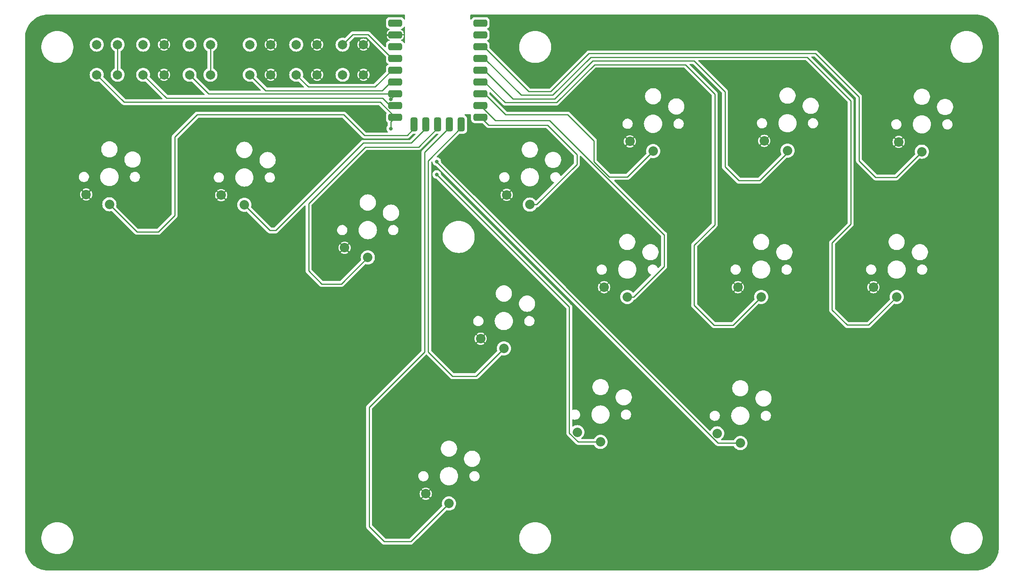
<source format=gtl>
%TF.GenerationSoftware,KiCad,Pcbnew,7.0.2*%
%TF.CreationDate,2023-08-30T11:11:25-04:00*%
%TF.ProjectId,Flatbox-rev5B,466c6174-626f-4782-9d72-657635422e6b,rev?*%
%TF.SameCoordinates,Original*%
%TF.FileFunction,Copper,L1,Top*%
%TF.FilePolarity,Positive*%
%FSLAX46Y46*%
G04 Gerber Fmt 4.6, Leading zero omitted, Abs format (unit mm)*
G04 Created by KiCad (PCBNEW 7.0.2) date 2023-08-30 11:11:25*
%MOMM*%
%LPD*%
G01*
G04 APERTURE LIST*
G04 Aperture macros list*
%AMRoundRect*
0 Rectangle with rounded corners*
0 $1 Rounding radius*
0 $2 $3 $4 $5 $6 $7 $8 $9 X,Y pos of 4 corners*
0 Add a 4 corners polygon primitive as box body*
4,1,4,$2,$3,$4,$5,$6,$7,$8,$9,$2,$3,0*
0 Add four circle primitives for the rounded corners*
1,1,$1+$1,$2,$3*
1,1,$1+$1,$4,$5*
1,1,$1+$1,$6,$7*
1,1,$1+$1,$8,$9*
0 Add four rect primitives between the rounded corners*
20,1,$1+$1,$2,$3,$4,$5,0*
20,1,$1+$1,$4,$5,$6,$7,0*
20,1,$1+$1,$6,$7,$8,$9,0*
20,1,$1+$1,$8,$9,$2,$3,0*%
G04 Aperture macros list end*
%TA.AperFunction,ComponentPad*%
%ADD10C,2.032000*%
%TD*%
%TA.AperFunction,ComponentPad*%
%ADD11C,2.000000*%
%TD*%
%TA.AperFunction,SMDPad,CuDef*%
%ADD12RoundRect,0.381000X1.119000X0.381000X-1.119000X0.381000X-1.119000X-0.381000X1.119000X-0.381000X0*%
%TD*%
%TA.AperFunction,SMDPad,CuDef*%
%ADD13RoundRect,0.381000X-0.381000X1.119000X-0.381000X-1.119000X0.381000X-1.119000X0.381000X1.119000X0*%
%TD*%
%TA.AperFunction,SMDPad,CuDef*%
%ADD14RoundRect,0.381000X0.381000X-1.119000X0.381000X1.119000X-0.381000X1.119000X-0.381000X-1.119000X0*%
%TD*%
%TA.AperFunction,ViaPad*%
%ADD15C,0.800000*%
%TD*%
%TA.AperFunction,Conductor*%
%ADD16C,0.381000*%
%TD*%
%TA.AperFunction,Conductor*%
%ADD17C,0.254000*%
%TD*%
G04 APERTURE END LIST*
D10*
X87320000Y-71070000D03*
X82320000Y-68970000D03*
X113920000Y-82420000D03*
X108920000Y-80320000D03*
X131420000Y-135520000D03*
X126420000Y-133420000D03*
X148860000Y-71010000D03*
X143860000Y-68910000D03*
X175420000Y-59480000D03*
X170420000Y-57380000D03*
X204390000Y-59360000D03*
X199390000Y-57260000D03*
X233360000Y-59600000D03*
X228360000Y-57500000D03*
X143250000Y-102050000D03*
X138250000Y-99950000D03*
X169860000Y-90940000D03*
X164860000Y-88840000D03*
X198710000Y-90940000D03*
X193710000Y-88840000D03*
X227920000Y-90940000D03*
X222920000Y-88840000D03*
X58225000Y-70950000D03*
X53225000Y-68850000D03*
D11*
X88500000Y-43000000D03*
X88500000Y-36500000D03*
X93000000Y-43000000D03*
X93000000Y-36500000D03*
X65500000Y-43000000D03*
X65500000Y-36500000D03*
X70000000Y-43000000D03*
X70000000Y-36500000D03*
X98500000Y-43000000D03*
X98500000Y-36500000D03*
X103000000Y-43000000D03*
X103000000Y-36500000D03*
D10*
X164084000Y-122232000D03*
X159084000Y-120132000D03*
X194218111Y-122486000D03*
X189218111Y-120386000D03*
D11*
X108500000Y-43000000D03*
X108500000Y-36500000D03*
X113000000Y-43000000D03*
X113000000Y-36500000D03*
D12*
X138160000Y-31840000D03*
X138160000Y-34380000D03*
X138160000Y-36920000D03*
X138160000Y-39460000D03*
X138160000Y-42000000D03*
X138160000Y-44540000D03*
X138160000Y-47080000D03*
X138160000Y-49620000D03*
X138160000Y-52160000D03*
D13*
X134080000Y-53700000D03*
X131540000Y-53700000D03*
X129000000Y-53700000D03*
X126460000Y-53700000D03*
D14*
X123920000Y-53700000D03*
D12*
X119840000Y-52160000D03*
X119840000Y-49620000D03*
X119840000Y-47080000D03*
X119840000Y-44540000D03*
X119840000Y-42000000D03*
X119840000Y-39460000D03*
X119840000Y-36920000D03*
X119840000Y-31840000D03*
X119840000Y-34380000D03*
D11*
X75500000Y-43000000D03*
X75500000Y-36500000D03*
X80000000Y-43000000D03*
X80000000Y-36500000D03*
X55500000Y-43000000D03*
X55500000Y-36500000D03*
X60000000Y-43000000D03*
X60000000Y-36500000D03*
D15*
X117400000Y-34400000D03*
X128778000Y-64516000D03*
X118872000Y-54610000D03*
X128778000Y-61722000D03*
X118872000Y-48258500D03*
D16*
X117420000Y-34380000D02*
X117400000Y-34400000D01*
X119840000Y-34380000D02*
X117420000Y-34380000D01*
D17*
X108700000Y-51600000D02*
X77150000Y-51600000D01*
X68750000Y-76900000D02*
X64175000Y-76900000D01*
X77150000Y-51600000D02*
X72300000Y-56450000D01*
X72300000Y-73350000D02*
X68750000Y-76900000D01*
X122400000Y-56100000D02*
X113200000Y-56100000D01*
X113200000Y-56100000D02*
X108700000Y-51600000D01*
X123920000Y-53700000D02*
X123920000Y-54580000D01*
X72300000Y-56450000D02*
X72300000Y-73350000D01*
X64175000Y-76900000D02*
X58225000Y-70950000D01*
X123920000Y-54580000D02*
X122400000Y-56100000D01*
X126460000Y-54540000D02*
X123300000Y-57700000D01*
X112950000Y-57700000D02*
X94050000Y-76600000D01*
X126460000Y-53700000D02*
X126460000Y-54540000D01*
X123300000Y-57700000D02*
X112950000Y-57700000D01*
X92850000Y-76600000D02*
X87320000Y-71070000D01*
X94050000Y-76600000D02*
X92850000Y-76600000D01*
X104000000Y-88150000D02*
X108190000Y-88150000D01*
X108190000Y-88150000D02*
X113920000Y-82420000D01*
X129000000Y-54500000D02*
X124900000Y-58600000D01*
X124900000Y-58600000D02*
X113350000Y-58600000D01*
X101150000Y-70800000D02*
X101150000Y-85300000D01*
X129000000Y-53700000D02*
X129000000Y-54500000D01*
X101150000Y-85300000D02*
X104000000Y-88150000D01*
X113350000Y-58600000D02*
X101150000Y-70800000D01*
X131540000Y-53700000D02*
X131540000Y-54360000D01*
X131540000Y-54360000D02*
X126145990Y-59754010D01*
X114200000Y-140500000D02*
X117450000Y-143750000D01*
X126145990Y-102804010D02*
X114200000Y-114750000D01*
X117450000Y-143750000D02*
X123190000Y-143750000D01*
X114200000Y-114750000D02*
X114200000Y-140500000D01*
X123190000Y-143750000D02*
X131420000Y-135520000D01*
X126145990Y-59754010D02*
X126145990Y-102804010D01*
X138160000Y-36920000D02*
X138920000Y-36920000D01*
X153375000Y-46600000D02*
X161575000Y-38400000D01*
X138920000Y-36920000D02*
X148600000Y-46600000D01*
X227810000Y-65150000D02*
X233360000Y-59600000D01*
X223400000Y-65150000D02*
X227810000Y-65150000D01*
X148600000Y-46600000D02*
X153375000Y-46600000D01*
X161575000Y-38400000D02*
X210450000Y-38400000D01*
X210450000Y-38400000D02*
X219800000Y-47750000D01*
X219800000Y-47750000D02*
X219800000Y-61550000D01*
X219800000Y-61550000D02*
X223400000Y-65150000D01*
X139000000Y-42000000D02*
X145200000Y-48200000D01*
X190900000Y-62850000D02*
X193900000Y-65850000D01*
X145200000Y-48200000D02*
X154200000Y-48200000D01*
X204390000Y-59810000D02*
X204390000Y-59360000D01*
X198350000Y-65850000D02*
X204390000Y-59810000D01*
X154200000Y-48200000D02*
X162400000Y-40000000D01*
X193900000Y-65850000D02*
X198350000Y-65850000D01*
X184250000Y-40000000D02*
X190900000Y-46650000D01*
X162400000Y-40000000D02*
X184250000Y-40000000D01*
X190900000Y-46650000D02*
X190900000Y-62850000D01*
X138160000Y-47080000D02*
X139080000Y-47080000D01*
X157000000Y-51600000D02*
X162650000Y-57250000D01*
X143600000Y-51600000D02*
X157000000Y-51600000D01*
X162650000Y-57250000D02*
X162650000Y-61750000D01*
X169850000Y-65050000D02*
X175420000Y-59480000D01*
X165950000Y-65050000D02*
X169850000Y-65050000D01*
X162650000Y-61750000D02*
X165950000Y-65050000D01*
X139080000Y-47080000D02*
X143600000Y-51600000D01*
X159004000Y-60198000D02*
X159004000Y-62302840D01*
X139954000Y-53848000D02*
X152654000Y-53848000D01*
X138266000Y-52160000D02*
X139954000Y-53848000D01*
X150296840Y-71010000D02*
X148860000Y-71010000D01*
X152654000Y-53848000D02*
X159004000Y-60198000D01*
X138160000Y-52160000D02*
X138266000Y-52160000D01*
X159004000Y-62302840D02*
X150296840Y-71010000D01*
X177727948Y-77470000D02*
X177800000Y-77470000D01*
X171196513Y-90940000D02*
X169860000Y-90940000D01*
X141372000Y-52832000D02*
X153089948Y-52832000D01*
X177800000Y-77470000D02*
X177800000Y-84336513D01*
X177800000Y-84336513D02*
X171196513Y-90940000D01*
X138160000Y-49620000D02*
X141372000Y-52832000D01*
X153089948Y-52832000D02*
X177727948Y-77470000D01*
X134080000Y-53700000D02*
X134080000Y-54420000D01*
X137250000Y-108050000D02*
X143250000Y-102050000D01*
X126950000Y-61550000D02*
X126950000Y-102800000D01*
X132200000Y-108050000D02*
X137250000Y-108050000D01*
X134080000Y-54420000D02*
X126950000Y-61550000D01*
X126950000Y-102800000D02*
X132200000Y-108050000D01*
X188700000Y-75350000D02*
X184250000Y-79800000D01*
X182350000Y-40800000D02*
X188700000Y-47150000D01*
X192600000Y-97050000D02*
X198710000Y-90940000D01*
X138160000Y-44540000D02*
X139040000Y-44540000D01*
X154600000Y-49000000D02*
X162800000Y-40800000D01*
X188700000Y-47150000D02*
X188700000Y-75350000D01*
X139040000Y-44540000D02*
X143500000Y-49000000D01*
X184250000Y-92700000D02*
X188600000Y-97050000D01*
X162800000Y-40800000D02*
X182350000Y-40800000D01*
X188600000Y-97050000D02*
X192600000Y-97050000D01*
X184250000Y-79800000D02*
X184250000Y-92700000D01*
X143500000Y-49000000D02*
X154600000Y-49000000D01*
X208600000Y-39200000D02*
X218000000Y-48600000D01*
X214000000Y-79250000D02*
X214000000Y-93750000D01*
X162000000Y-39200000D02*
X208600000Y-39200000D01*
X218000000Y-75250000D02*
X214000000Y-79250000D01*
X217250000Y-97000000D02*
X221860000Y-97000000D01*
X138160000Y-39460000D02*
X139060000Y-39460000D01*
X214000000Y-93750000D02*
X217250000Y-97000000D01*
X221860000Y-97000000D02*
X227920000Y-90940000D01*
X139060000Y-39460000D02*
X147000000Y-47400000D01*
X218000000Y-48600000D02*
X218000000Y-75250000D01*
X147000000Y-47400000D02*
X153800000Y-47400000D01*
X153800000Y-47400000D02*
X162000000Y-39200000D01*
X70500000Y-48000000D02*
X65500000Y-43000000D01*
X118720000Y-49620000D02*
X117100000Y-48000000D01*
X119840000Y-49620000D02*
X118720000Y-49620000D01*
X117100000Y-48000000D02*
X70500000Y-48000000D01*
X159284710Y-122232000D02*
X164084000Y-122232000D01*
X157356100Y-93094100D02*
X157356100Y-120303389D01*
X116575000Y-48895000D02*
X119840000Y-52160000D01*
X119840000Y-52160000D02*
X118872000Y-53128000D01*
X118872000Y-53128000D02*
X118872000Y-54610000D01*
X128778000Y-64516000D02*
X157356100Y-93094100D01*
X157356100Y-120303389D02*
X159284710Y-122232000D01*
X61395000Y-48895000D02*
X116575000Y-48895000D01*
X55500000Y-43000000D02*
X61395000Y-48895000D01*
X128778000Y-61722000D02*
X128778000Y-61845178D01*
X128778000Y-61845178D02*
X189418822Y-122486000D01*
X119840000Y-47080000D02*
X119840000Y-47290500D01*
X79580000Y-47080000D02*
X119840000Y-47080000D01*
X119840000Y-47290500D02*
X118872000Y-48258500D01*
X189418822Y-122486000D02*
X194218111Y-122486000D01*
X75500000Y-43000000D02*
X79580000Y-47080000D01*
X91900000Y-46400000D02*
X88500000Y-43000000D01*
X117050000Y-46400000D02*
X91900000Y-46400000D01*
X118910000Y-44540000D02*
X117050000Y-46400000D01*
X119840000Y-44540000D02*
X118910000Y-44540000D01*
X119840000Y-42000000D02*
X119100000Y-42000000D01*
X101100000Y-45600000D02*
X98500000Y-43000000D01*
X119100000Y-42000000D02*
X115500000Y-45600000D01*
X115500000Y-45600000D02*
X101100000Y-45600000D01*
X119160000Y-39460000D02*
X119840000Y-39460000D01*
X110700000Y-34300000D02*
X114000000Y-34300000D01*
X114000000Y-34300000D02*
X119160000Y-39460000D01*
X108500000Y-36500000D02*
X110700000Y-34300000D01*
X60000000Y-43000000D02*
X60000000Y-36500000D01*
X80000000Y-43000000D02*
X80000000Y-36500000D01*
%TA.AperFunction,Conductor*%
G36*
X121916621Y-30045502D02*
G01*
X121963114Y-30099158D01*
X121974500Y-30151500D01*
X121974500Y-30967909D01*
X121954498Y-31036030D01*
X121900842Y-31082523D01*
X121830568Y-31092627D01*
X121765988Y-31063133D01*
X121736233Y-31025112D01*
X121709107Y-30971874D01*
X121656172Y-30906506D01*
X121591436Y-30826564D01*
X121532599Y-30778918D01*
X121446124Y-30708891D01*
X121279526Y-30624007D01*
X121279525Y-30624006D01*
X121279524Y-30624006D01*
X121098915Y-30575612D01*
X121098913Y-30575611D01*
X121098910Y-30575611D01*
X121023737Y-30569694D01*
X121023708Y-30569692D01*
X121021258Y-30569500D01*
X118658742Y-30569500D01*
X118656292Y-30569692D01*
X118656262Y-30569694D01*
X118581089Y-30575611D01*
X118581085Y-30575611D01*
X118581085Y-30575612D01*
X118400476Y-30624006D01*
X118400475Y-30624006D01*
X118400473Y-30624007D01*
X118233875Y-30708891D01*
X118088564Y-30826564D01*
X117970891Y-30971875D01*
X117886007Y-31138473D01*
X117837611Y-31319089D01*
X117831694Y-31394262D01*
X117831692Y-31394292D01*
X117831500Y-31396742D01*
X117831500Y-32283258D01*
X117831692Y-32285708D01*
X117831694Y-32285737D01*
X117837611Y-32360910D01*
X117886007Y-32541526D01*
X117970891Y-32708124D01*
X118037947Y-32790930D01*
X118088564Y-32853436D01*
X118161219Y-32912271D01*
X118233875Y-32971108D01*
X118303581Y-33006624D01*
X118400476Y-33055994D01*
X118548981Y-33095785D01*
X118609603Y-33132737D01*
X118640624Y-33196597D01*
X118632196Y-33267092D01*
X118586993Y-33321839D01*
X118553855Y-33337787D01*
X118439454Y-33373436D01*
X118297928Y-33458992D01*
X118180992Y-33575928D01*
X118095435Y-33717455D01*
X118046234Y-33875345D01*
X118040258Y-33941107D01*
X118040000Y-33946818D01*
X118040000Y-34230000D01*
X121639999Y-34230000D01*
X121639999Y-33946821D01*
X121639739Y-33941105D01*
X121633765Y-33875346D01*
X121584564Y-33717455D01*
X121499007Y-33575928D01*
X121382071Y-33458992D01*
X121240544Y-33373435D01*
X121126145Y-33337787D01*
X121067059Y-33298424D01*
X121038634Y-33233366D01*
X121049894Y-33163268D01*
X121097265Y-33110386D01*
X121131014Y-33095787D01*
X121279524Y-33055994D01*
X121395136Y-32997087D01*
X121446124Y-32971108D01*
X121459943Y-32959916D01*
X121591436Y-32853436D01*
X121709107Y-32708125D01*
X121709108Y-32708124D01*
X121736233Y-32654888D01*
X121784981Y-32603272D01*
X121853895Y-32586206D01*
X121921097Y-32609106D01*
X121965250Y-32664704D01*
X121974500Y-32712090D01*
X121974500Y-36047909D01*
X121954498Y-36116030D01*
X121900842Y-36162523D01*
X121830568Y-36172627D01*
X121765988Y-36143133D01*
X121736233Y-36105112D01*
X121709107Y-36051874D01*
X121643956Y-35971421D01*
X121591436Y-35906564D01*
X121518518Y-35847516D01*
X121446124Y-35788891D01*
X121279527Y-35704007D01*
X121279524Y-35704006D01*
X121131017Y-35664213D01*
X121070396Y-35627262D01*
X121039374Y-35563401D01*
X121047803Y-35492907D01*
X121093006Y-35438160D01*
X121126145Y-35422212D01*
X121240544Y-35386564D01*
X121382071Y-35301007D01*
X121499007Y-35184071D01*
X121584564Y-35042544D01*
X121633765Y-34884654D01*
X121639741Y-34818892D01*
X121640000Y-34813181D01*
X121640000Y-34530000D01*
X118040001Y-34530000D01*
X118040001Y-34813178D01*
X118040260Y-34818894D01*
X118046234Y-34884653D01*
X118095435Y-35042544D01*
X118180992Y-35184071D01*
X118297928Y-35301007D01*
X118439455Y-35386564D01*
X118553854Y-35422212D01*
X118612940Y-35461574D01*
X118641365Y-35526632D01*
X118630105Y-35596730D01*
X118582735Y-35649613D01*
X118548981Y-35664213D01*
X118400476Y-35704005D01*
X118233875Y-35788891D01*
X118088564Y-35906564D01*
X117970891Y-36051875D01*
X117886007Y-36218473D01*
X117886006Y-36218475D01*
X117886006Y-36218476D01*
X117871291Y-36273394D01*
X117837611Y-36399089D01*
X117831694Y-36474262D01*
X117831692Y-36474292D01*
X117831500Y-36476742D01*
X117831500Y-36479211D01*
X117831500Y-36928576D01*
X117811498Y-36996697D01*
X117757842Y-37043190D01*
X117687568Y-37053294D01*
X117622988Y-37023800D01*
X117616405Y-37017671D01*
X114508816Y-33910083D01*
X114495705Y-33893717D01*
X114443734Y-33844914D01*
X114440891Y-33842158D01*
X114423900Y-33825167D01*
X114421094Y-33822361D01*
X114417877Y-33819865D01*
X114408859Y-33812164D01*
X114376506Y-33781783D01*
X114376503Y-33781781D01*
X114358672Y-33771978D01*
X114342154Y-33761128D01*
X114326067Y-33748650D01*
X114285336Y-33731024D01*
X114274678Y-33725802D01*
X114235802Y-33704430D01*
X114216086Y-33699368D01*
X114197380Y-33692963D01*
X114178709Y-33684883D01*
X114134873Y-33677940D01*
X114123250Y-33675532D01*
X114080284Y-33664500D01*
X114080282Y-33664500D01*
X114059934Y-33664500D01*
X114040224Y-33662949D01*
X114020121Y-33659765D01*
X114020120Y-33659765D01*
X113975944Y-33663941D01*
X113964086Y-33664500D01*
X110784074Y-33664500D01*
X110763228Y-33662198D01*
X110691970Y-33664438D01*
X110688012Y-33664500D01*
X110660017Y-33664500D01*
X110656097Y-33664995D01*
X110656066Y-33664997D01*
X110655963Y-33665011D01*
X110644154Y-33665940D01*
X110599794Y-33667334D01*
X110580243Y-33673014D01*
X110560894Y-33677021D01*
X110540699Y-33679573D01*
X110499441Y-33695907D01*
X110488217Y-33699750D01*
X110445605Y-33712131D01*
X110428084Y-33722492D01*
X110410341Y-33731184D01*
X110391415Y-33738678D01*
X110355513Y-33764762D01*
X110345597Y-33771276D01*
X110307399Y-33793867D01*
X110293011Y-33808255D01*
X110277984Y-33821089D01*
X110261515Y-33833055D01*
X110233222Y-33867255D01*
X110225233Y-33876033D01*
X109076178Y-35025088D01*
X109013866Y-35059114D01*
X108957669Y-35058512D01*
X108736711Y-35005464D01*
X108500000Y-34986835D01*
X108263288Y-35005464D01*
X108032405Y-35060895D01*
X107813033Y-35151761D01*
X107610584Y-35275823D01*
X107430030Y-35430030D01*
X107275823Y-35610584D01*
X107151761Y-35813033D01*
X107060895Y-36032405D01*
X107005464Y-36263288D01*
X106986835Y-36499999D01*
X107005464Y-36736711D01*
X107060895Y-36967594D01*
X107151761Y-37186966D01*
X107275823Y-37389415D01*
X107430030Y-37569969D01*
X107610584Y-37724176D01*
X107813033Y-37848238D01*
X107813035Y-37848238D01*
X107813037Y-37848240D01*
X108032406Y-37939105D01*
X108207857Y-37981227D01*
X108263288Y-37994535D01*
X108281917Y-37996001D01*
X108500000Y-38013165D01*
X108736711Y-37994535D01*
X108967594Y-37939105D01*
X109186963Y-37848240D01*
X109389416Y-37724176D01*
X109569969Y-37569969D01*
X109724176Y-37389416D01*
X109848240Y-37186963D01*
X109939105Y-36967594D01*
X109994535Y-36736711D01*
X110013165Y-36500000D01*
X111695034Y-36500000D01*
X111714859Y-36726605D01*
X111773732Y-36946324D01*
X111869866Y-37152484D01*
X111979215Y-37308650D01*
X112519570Y-36768295D01*
X112546442Y-36820156D01*
X112649638Y-36930652D01*
X112731622Y-36980508D01*
X112191348Y-37520782D01*
X112191348Y-37520783D01*
X112347516Y-37630133D01*
X112553675Y-37726267D01*
X112773394Y-37785140D01*
X113000000Y-37804965D01*
X113226605Y-37785140D01*
X113446324Y-37726267D01*
X113652483Y-37630133D01*
X113808650Y-37520783D01*
X113808650Y-37520781D01*
X113270164Y-36982295D01*
X113288458Y-36974349D01*
X113405739Y-36878934D01*
X113482425Y-36770293D01*
X114020782Y-37308650D01*
X114020783Y-37308650D01*
X114130133Y-37152483D01*
X114226267Y-36946324D01*
X114285140Y-36726605D01*
X114304965Y-36500000D01*
X114285140Y-36273394D01*
X114226267Y-36053675D01*
X114130133Y-35847516D01*
X114020783Y-35691348D01*
X114020781Y-35691348D01*
X113480428Y-36231701D01*
X113453558Y-36179844D01*
X113350362Y-36069348D01*
X113268375Y-36019490D01*
X113808650Y-35479215D01*
X113652484Y-35369866D01*
X113446324Y-35273732D01*
X113226605Y-35214859D01*
X112999999Y-35195034D01*
X112773394Y-35214859D01*
X112553675Y-35273732D01*
X112347518Y-35369866D01*
X112191348Y-35479215D01*
X112729836Y-36017704D01*
X112711542Y-36025651D01*
X112594261Y-36121066D01*
X112517574Y-36229706D01*
X111979215Y-35691348D01*
X111869866Y-35847518D01*
X111773732Y-36053675D01*
X111714859Y-36273394D01*
X111695034Y-36500000D01*
X110013165Y-36500000D01*
X109994535Y-36263289D01*
X109983776Y-36218476D01*
X109941487Y-36042329D01*
X109945034Y-35971421D01*
X109974909Y-35923821D01*
X110926328Y-34972404D01*
X110988641Y-34938379D01*
X111015424Y-34935500D01*
X113684578Y-34935500D01*
X113752699Y-34955502D01*
X113773673Y-34972405D01*
X117794595Y-38993327D01*
X117828621Y-39055639D01*
X117831500Y-39082421D01*
X117831500Y-39903258D01*
X117831692Y-39905708D01*
X117831694Y-39905737D01*
X117837611Y-39980910D01*
X117837611Y-39980913D01*
X117837612Y-39980915D01*
X117879555Y-40137450D01*
X117886007Y-40161526D01*
X117970891Y-40328124D01*
X118040918Y-40414599D01*
X118088564Y-40473436D01*
X118233875Y-40591107D01*
X118263349Y-40606125D01*
X118286131Y-40617733D01*
X118337746Y-40666481D01*
X118354812Y-40735396D01*
X118331911Y-40802598D01*
X118286131Y-40842267D01*
X118233874Y-40868893D01*
X118088564Y-40986564D01*
X117970891Y-41131875D01*
X117886007Y-41298473D01*
X117837611Y-41479089D01*
X117831694Y-41554262D01*
X117831692Y-41554292D01*
X117831500Y-41556742D01*
X117831499Y-41559185D01*
X117831499Y-41559211D01*
X117831499Y-42317576D01*
X117811497Y-42385697D01*
X117794594Y-42406671D01*
X115273672Y-44927595D01*
X115211360Y-44961620D01*
X115184577Y-44964500D01*
X101415423Y-44964500D01*
X101347302Y-44944498D01*
X101326328Y-44927595D01*
X99974911Y-43576178D01*
X99940885Y-43513866D01*
X99941486Y-43457672D01*
X99994535Y-43236711D01*
X100013165Y-43000000D01*
X101695034Y-43000000D01*
X101714859Y-43226605D01*
X101773732Y-43446324D01*
X101869866Y-43652484D01*
X101979215Y-43808650D01*
X102519570Y-43268295D01*
X102546442Y-43320156D01*
X102649638Y-43430652D01*
X102731622Y-43480508D01*
X102191348Y-44020782D01*
X102191348Y-44020783D01*
X102347516Y-44130133D01*
X102553675Y-44226267D01*
X102773394Y-44285140D01*
X103000000Y-44304965D01*
X103226605Y-44285140D01*
X103446324Y-44226267D01*
X103652483Y-44130133D01*
X103808650Y-44020783D01*
X103808650Y-44020781D01*
X103270164Y-43482295D01*
X103288458Y-43474349D01*
X103405739Y-43378934D01*
X103482425Y-43270294D01*
X104020781Y-43808650D01*
X104020783Y-43808650D01*
X104130133Y-43652483D01*
X104226267Y-43446324D01*
X104285140Y-43226605D01*
X104304965Y-43000000D01*
X106986835Y-43000000D01*
X107005464Y-43236711D01*
X107060895Y-43467594D01*
X107151761Y-43686966D01*
X107275823Y-43889415D01*
X107430030Y-44069969D01*
X107610584Y-44224176D01*
X107813033Y-44348238D01*
X107813035Y-44348238D01*
X107813037Y-44348240D01*
X108032406Y-44439105D01*
X108181545Y-44474910D01*
X108263288Y-44494535D01*
X108280558Y-44495894D01*
X108500000Y-44513165D01*
X108736711Y-44494535D01*
X108967594Y-44439105D01*
X109186963Y-44348240D01*
X109389416Y-44224176D01*
X109569969Y-44069969D01*
X109724176Y-43889416D01*
X109848240Y-43686963D01*
X109939105Y-43467594D01*
X109994535Y-43236711D01*
X110013165Y-43000000D01*
X111695034Y-43000000D01*
X111714859Y-43226605D01*
X111773732Y-43446324D01*
X111869866Y-43652484D01*
X111979215Y-43808650D01*
X112519570Y-43268295D01*
X112546442Y-43320156D01*
X112649638Y-43430652D01*
X112731622Y-43480508D01*
X112191348Y-44020782D01*
X112191348Y-44020783D01*
X112347516Y-44130133D01*
X112553675Y-44226267D01*
X112773394Y-44285140D01*
X113000000Y-44304965D01*
X113226605Y-44285140D01*
X113446324Y-44226267D01*
X113652483Y-44130133D01*
X113808650Y-44020783D01*
X113808650Y-44020781D01*
X113270164Y-43482295D01*
X113288458Y-43474349D01*
X113405739Y-43378934D01*
X113482425Y-43270293D01*
X114020781Y-43808650D01*
X114020783Y-43808650D01*
X114130133Y-43652483D01*
X114226267Y-43446324D01*
X114285140Y-43226605D01*
X114304965Y-43000000D01*
X114285140Y-42773394D01*
X114226267Y-42553675D01*
X114130133Y-42347516D01*
X114020783Y-42191348D01*
X114020782Y-42191348D01*
X113480428Y-42731702D01*
X113453558Y-42679844D01*
X113350362Y-42569348D01*
X113268375Y-42519490D01*
X113808650Y-41979215D01*
X113652484Y-41869866D01*
X113446324Y-41773732D01*
X113226605Y-41714859D01*
X112999999Y-41695034D01*
X112773394Y-41714859D01*
X112553675Y-41773732D01*
X112347518Y-41869866D01*
X112191348Y-41979215D01*
X112729836Y-42517704D01*
X112711542Y-42525651D01*
X112594261Y-42621066D01*
X112517574Y-42729706D01*
X111979215Y-42191348D01*
X111869866Y-42347518D01*
X111773732Y-42553675D01*
X111714859Y-42773394D01*
X111695034Y-43000000D01*
X110013165Y-43000000D01*
X109994535Y-42763289D01*
X109993139Y-42757476D01*
X109960390Y-42621066D01*
X109939105Y-42532406D01*
X109848240Y-42313037D01*
X109806154Y-42244360D01*
X109724176Y-42110584D01*
X109569969Y-41930030D01*
X109389415Y-41775823D01*
X109186966Y-41651761D01*
X108967594Y-41560895D01*
X108736711Y-41505464D01*
X108500000Y-41486835D01*
X108263288Y-41505464D01*
X108032405Y-41560895D01*
X107813033Y-41651761D01*
X107610584Y-41775823D01*
X107430030Y-41930030D01*
X107275823Y-42110584D01*
X107151761Y-42313033D01*
X107060895Y-42532405D01*
X107005464Y-42763288D01*
X106986835Y-43000000D01*
X104304965Y-43000000D01*
X104285140Y-42773394D01*
X104226267Y-42553675D01*
X104130133Y-42347516D01*
X104020783Y-42191348D01*
X104020782Y-42191348D01*
X103480428Y-42731701D01*
X103453558Y-42679844D01*
X103350362Y-42569348D01*
X103268375Y-42519490D01*
X103808650Y-41979215D01*
X103652484Y-41869866D01*
X103446324Y-41773732D01*
X103226605Y-41714859D01*
X102999999Y-41695034D01*
X102773394Y-41714859D01*
X102553675Y-41773732D01*
X102347518Y-41869866D01*
X102191348Y-41979215D01*
X102729836Y-42517704D01*
X102711542Y-42525651D01*
X102594261Y-42621066D01*
X102517574Y-42729706D01*
X101979215Y-42191348D01*
X101869866Y-42347518D01*
X101773732Y-42553675D01*
X101714859Y-42773394D01*
X101695034Y-43000000D01*
X100013165Y-43000000D01*
X99994535Y-42763289D01*
X99993139Y-42757476D01*
X99960390Y-42621066D01*
X99939105Y-42532406D01*
X99848240Y-42313037D01*
X99806154Y-42244360D01*
X99724176Y-42110584D01*
X99569969Y-41930030D01*
X99389415Y-41775823D01*
X99186966Y-41651761D01*
X98967594Y-41560895D01*
X98736711Y-41505464D01*
X98517269Y-41488194D01*
X98500000Y-41486835D01*
X98499999Y-41486835D01*
X98263288Y-41505464D01*
X98032405Y-41560895D01*
X97813033Y-41651761D01*
X97610584Y-41775823D01*
X97430030Y-41930030D01*
X97275823Y-42110584D01*
X97151761Y-42313033D01*
X97060895Y-42532405D01*
X97005464Y-42763288D01*
X96986835Y-42999999D01*
X97005464Y-43236711D01*
X97060895Y-43467594D01*
X97151761Y-43686966D01*
X97275823Y-43889415D01*
X97430030Y-44069969D01*
X97610584Y-44224176D01*
X97813033Y-44348238D01*
X97813035Y-44348238D01*
X97813037Y-44348240D01*
X98032406Y-44439105D01*
X98181545Y-44474910D01*
X98263288Y-44494535D01*
X98281918Y-44496001D01*
X98500000Y-44513165D01*
X98736711Y-44494535D01*
X98957671Y-44441487D01*
X99028576Y-44445033D01*
X99076178Y-44474910D01*
X100150673Y-45549405D01*
X100184699Y-45611717D01*
X100179634Y-45682532D01*
X100137087Y-45739368D01*
X100070567Y-45764179D01*
X100061578Y-45764500D01*
X92215422Y-45764500D01*
X92147301Y-45744498D01*
X92126327Y-45727595D01*
X89974910Y-43576178D01*
X89940884Y-43513866D01*
X89941486Y-43457672D01*
X89994535Y-43236711D01*
X90013165Y-43000000D01*
X91695034Y-43000000D01*
X91714859Y-43226605D01*
X91773732Y-43446324D01*
X91869866Y-43652484D01*
X91979215Y-43808650D01*
X92519570Y-43268295D01*
X92546442Y-43320156D01*
X92649638Y-43430652D01*
X92731622Y-43480508D01*
X92191348Y-44020782D01*
X92191348Y-44020783D01*
X92347516Y-44130133D01*
X92553675Y-44226267D01*
X92773394Y-44285140D01*
X93000000Y-44304965D01*
X93226605Y-44285140D01*
X93446324Y-44226267D01*
X93652483Y-44130133D01*
X93808650Y-44020783D01*
X93808650Y-44020781D01*
X93270164Y-43482295D01*
X93288458Y-43474349D01*
X93405739Y-43378934D01*
X93482425Y-43270294D01*
X94020781Y-43808650D01*
X94020783Y-43808650D01*
X94130133Y-43652483D01*
X94226267Y-43446324D01*
X94285140Y-43226605D01*
X94304965Y-43000000D01*
X94285140Y-42773394D01*
X94226267Y-42553675D01*
X94130133Y-42347516D01*
X94020783Y-42191348D01*
X94020782Y-42191348D01*
X93480428Y-42731702D01*
X93453558Y-42679844D01*
X93350362Y-42569348D01*
X93268375Y-42519490D01*
X93808650Y-41979215D01*
X93652484Y-41869866D01*
X93446324Y-41773732D01*
X93226605Y-41714859D01*
X92999999Y-41695034D01*
X92773394Y-41714859D01*
X92553675Y-41773732D01*
X92347518Y-41869866D01*
X92191348Y-41979215D01*
X92729836Y-42517704D01*
X92711542Y-42525651D01*
X92594261Y-42621066D01*
X92517574Y-42729706D01*
X91979215Y-42191348D01*
X91869866Y-42347518D01*
X91773732Y-42553675D01*
X91714859Y-42773394D01*
X91695034Y-43000000D01*
X90013165Y-43000000D01*
X89994535Y-42763289D01*
X89993139Y-42757476D01*
X89960390Y-42621066D01*
X89939105Y-42532406D01*
X89848240Y-42313037D01*
X89806154Y-42244360D01*
X89724176Y-42110584D01*
X89569969Y-41930030D01*
X89389415Y-41775823D01*
X89186966Y-41651761D01*
X88967594Y-41560895D01*
X88736711Y-41505464D01*
X88500000Y-41486835D01*
X88263288Y-41505464D01*
X88032405Y-41560895D01*
X87813033Y-41651761D01*
X87610584Y-41775823D01*
X87430030Y-41930030D01*
X87275823Y-42110584D01*
X87151761Y-42313033D01*
X87060895Y-42532405D01*
X87005464Y-42763288D01*
X86986835Y-42999999D01*
X87005464Y-43236711D01*
X87060895Y-43467594D01*
X87151761Y-43686966D01*
X87275823Y-43889415D01*
X87430030Y-44069969D01*
X87610584Y-44224176D01*
X87813033Y-44348238D01*
X87813035Y-44348238D01*
X87813037Y-44348240D01*
X88032406Y-44439105D01*
X88181545Y-44474910D01*
X88263288Y-44494535D01*
X88280558Y-44495894D01*
X88500000Y-44513165D01*
X88736711Y-44494535D01*
X88957671Y-44441487D01*
X89028576Y-44445033D01*
X89076178Y-44474910D01*
X90830672Y-46229405D01*
X90864698Y-46291717D01*
X90859633Y-46362533D01*
X90817086Y-46419368D01*
X90750566Y-46444179D01*
X90741577Y-46444500D01*
X79895423Y-46444500D01*
X79827302Y-46424498D01*
X79806328Y-46407595D01*
X76974911Y-43576178D01*
X76940885Y-43513866D01*
X76941486Y-43457672D01*
X76994535Y-43236711D01*
X77013165Y-43000000D01*
X77013165Y-42999999D01*
X78486835Y-42999999D01*
X78505464Y-43236711D01*
X78560895Y-43467594D01*
X78651761Y-43686966D01*
X78775823Y-43889415D01*
X78930030Y-44069969D01*
X79110584Y-44224176D01*
X79313033Y-44348238D01*
X79313035Y-44348238D01*
X79313037Y-44348240D01*
X79532406Y-44439105D01*
X79681545Y-44474910D01*
X79763288Y-44494535D01*
X79780558Y-44495894D01*
X80000000Y-44513165D01*
X80236711Y-44494535D01*
X80467594Y-44439105D01*
X80686963Y-44348240D01*
X80889416Y-44224176D01*
X81069969Y-44069969D01*
X81224176Y-43889416D01*
X81348240Y-43686963D01*
X81439105Y-43467594D01*
X81494535Y-43236711D01*
X81513165Y-43000000D01*
X81494535Y-42763289D01*
X81493139Y-42757476D01*
X81460390Y-42621066D01*
X81439105Y-42532406D01*
X81348240Y-42313037D01*
X81306154Y-42244360D01*
X81224176Y-42110584D01*
X81069969Y-41930030D01*
X80889418Y-41775825D01*
X80695664Y-41657091D01*
X80648033Y-41604443D01*
X80635500Y-41549659D01*
X80635500Y-37950339D01*
X80655502Y-37882218D01*
X80695661Y-37842909D01*
X80889416Y-37724176D01*
X81069969Y-37569969D01*
X81224176Y-37389416D01*
X81348240Y-37186963D01*
X81439105Y-36967594D01*
X81494535Y-36736711D01*
X81513165Y-36500000D01*
X86986835Y-36500000D01*
X87005464Y-36736711D01*
X87060895Y-36967594D01*
X87151761Y-37186966D01*
X87275823Y-37389415D01*
X87430030Y-37569969D01*
X87610584Y-37724176D01*
X87813033Y-37848238D01*
X87813035Y-37848238D01*
X87813037Y-37848240D01*
X88032406Y-37939105D01*
X88207857Y-37981227D01*
X88263288Y-37994535D01*
X88281917Y-37996001D01*
X88500000Y-38013165D01*
X88736711Y-37994535D01*
X88967594Y-37939105D01*
X89186963Y-37848240D01*
X89389416Y-37724176D01*
X89569969Y-37569969D01*
X89724176Y-37389416D01*
X89848240Y-37186963D01*
X89939105Y-36967594D01*
X89994535Y-36736711D01*
X90013165Y-36500000D01*
X91695034Y-36500000D01*
X91714859Y-36726605D01*
X91773732Y-36946324D01*
X91869866Y-37152484D01*
X91979215Y-37308650D01*
X92519570Y-36768295D01*
X92546442Y-36820156D01*
X92649638Y-36930652D01*
X92731622Y-36980508D01*
X92191348Y-37520782D01*
X92191348Y-37520783D01*
X92347516Y-37630133D01*
X92553675Y-37726267D01*
X92773394Y-37785140D01*
X93000000Y-37804965D01*
X93226605Y-37785140D01*
X93446324Y-37726267D01*
X93652483Y-37630133D01*
X93808650Y-37520783D01*
X93808650Y-37520781D01*
X93270164Y-36982295D01*
X93288458Y-36974349D01*
X93405739Y-36878934D01*
X93482425Y-36770294D01*
X94020781Y-37308650D01*
X94020783Y-37308650D01*
X94130133Y-37152483D01*
X94226267Y-36946324D01*
X94285140Y-36726605D01*
X94304965Y-36500000D01*
X96986835Y-36500000D01*
X97005464Y-36736711D01*
X97060895Y-36967594D01*
X97151761Y-37186966D01*
X97275823Y-37389415D01*
X97430030Y-37569969D01*
X97610584Y-37724176D01*
X97813033Y-37848238D01*
X97813035Y-37848238D01*
X97813037Y-37848240D01*
X98032406Y-37939105D01*
X98207857Y-37981227D01*
X98263288Y-37994535D01*
X98280558Y-37995894D01*
X98500000Y-38013165D01*
X98736711Y-37994535D01*
X98967594Y-37939105D01*
X99186963Y-37848240D01*
X99389416Y-37724176D01*
X99569969Y-37569969D01*
X99724176Y-37389416D01*
X99848240Y-37186963D01*
X99939105Y-36967594D01*
X99994535Y-36736711D01*
X100013165Y-36500000D01*
X101695034Y-36500000D01*
X101714859Y-36726605D01*
X101773732Y-36946324D01*
X101869866Y-37152484D01*
X101979215Y-37308650D01*
X102519570Y-36768295D01*
X102546442Y-36820156D01*
X102649638Y-36930652D01*
X102731622Y-36980508D01*
X102191348Y-37520782D01*
X102191348Y-37520783D01*
X102347516Y-37630133D01*
X102553675Y-37726267D01*
X102773394Y-37785140D01*
X103000000Y-37804965D01*
X103226605Y-37785140D01*
X103446324Y-37726267D01*
X103652483Y-37630133D01*
X103808650Y-37520783D01*
X103808650Y-37520781D01*
X103270164Y-36982295D01*
X103288458Y-36974349D01*
X103405739Y-36878934D01*
X103482425Y-36770294D01*
X104020781Y-37308650D01*
X104020783Y-37308650D01*
X104130133Y-37152483D01*
X104226267Y-36946324D01*
X104285140Y-36726605D01*
X104304965Y-36500000D01*
X104285140Y-36273394D01*
X104226267Y-36053675D01*
X104130133Y-35847516D01*
X104020783Y-35691348D01*
X104020782Y-35691348D01*
X103480428Y-36231701D01*
X103453558Y-36179844D01*
X103350362Y-36069348D01*
X103268376Y-36019491D01*
X103808650Y-35479217D01*
X103808650Y-35479215D01*
X103652484Y-35369866D01*
X103446324Y-35273732D01*
X103226605Y-35214859D01*
X102999999Y-35195034D01*
X102773394Y-35214859D01*
X102553675Y-35273732D01*
X102347518Y-35369866D01*
X102191348Y-35479216D01*
X102729837Y-36017704D01*
X102711542Y-36025651D01*
X102594261Y-36121066D01*
X102517574Y-36229706D01*
X101979215Y-35691348D01*
X101869866Y-35847518D01*
X101773732Y-36053675D01*
X101714859Y-36273394D01*
X101695034Y-36500000D01*
X100013165Y-36500000D01*
X99994535Y-36263289D01*
X99939105Y-36032406D01*
X99848240Y-35813037D01*
X99833444Y-35788893D01*
X99724176Y-35610584D01*
X99569969Y-35430030D01*
X99389415Y-35275823D01*
X99186966Y-35151761D01*
X98967594Y-35060895D01*
X98736711Y-35005464D01*
X98517269Y-34988194D01*
X98500000Y-34986835D01*
X98499999Y-34986835D01*
X98263288Y-35005464D01*
X98032405Y-35060895D01*
X97813033Y-35151761D01*
X97610584Y-35275823D01*
X97430030Y-35430030D01*
X97275823Y-35610584D01*
X97151761Y-35813033D01*
X97060895Y-36032405D01*
X97005464Y-36263288D01*
X96986835Y-36500000D01*
X94304965Y-36500000D01*
X94285140Y-36273394D01*
X94226267Y-36053675D01*
X94130133Y-35847516D01*
X94020783Y-35691348D01*
X94020782Y-35691348D01*
X93480428Y-36231702D01*
X93453558Y-36179844D01*
X93350362Y-36069348D01*
X93268376Y-36019491D01*
X93808650Y-35479217D01*
X93808650Y-35479215D01*
X93652484Y-35369866D01*
X93446324Y-35273732D01*
X93226605Y-35214859D01*
X92999999Y-35195034D01*
X92773394Y-35214859D01*
X92553675Y-35273732D01*
X92347518Y-35369866D01*
X92191348Y-35479216D01*
X92729837Y-36017704D01*
X92711542Y-36025651D01*
X92594261Y-36121066D01*
X92517574Y-36229706D01*
X91979215Y-35691348D01*
X91869866Y-35847518D01*
X91773732Y-36053675D01*
X91714859Y-36273394D01*
X91695034Y-36500000D01*
X90013165Y-36500000D01*
X89994535Y-36263289D01*
X89939105Y-36032406D01*
X89848240Y-35813037D01*
X89833444Y-35788893D01*
X89724176Y-35610584D01*
X89569969Y-35430030D01*
X89389415Y-35275823D01*
X89186966Y-35151761D01*
X88967594Y-35060895D01*
X88736711Y-35005464D01*
X88500000Y-34986835D01*
X88263288Y-35005464D01*
X88032405Y-35060895D01*
X87813033Y-35151761D01*
X87610584Y-35275823D01*
X87430030Y-35430030D01*
X87275823Y-35610584D01*
X87151761Y-35813033D01*
X87060895Y-36032405D01*
X87005464Y-36263288D01*
X86986835Y-36500000D01*
X81513165Y-36500000D01*
X81494535Y-36263289D01*
X81439105Y-36032406D01*
X81348240Y-35813037D01*
X81333444Y-35788893D01*
X81224176Y-35610584D01*
X81069969Y-35430030D01*
X80889415Y-35275823D01*
X80686966Y-35151761D01*
X80467594Y-35060895D01*
X80236711Y-35005464D01*
X80000000Y-34986835D01*
X79763288Y-35005464D01*
X79532405Y-35060895D01*
X79313033Y-35151761D01*
X79110584Y-35275823D01*
X78930030Y-35430030D01*
X78775823Y-35610584D01*
X78651761Y-35813033D01*
X78560895Y-36032405D01*
X78505464Y-36263288D01*
X78486835Y-36500000D01*
X78505464Y-36736711D01*
X78560895Y-36967594D01*
X78651761Y-37186966D01*
X78775823Y-37389415D01*
X78930030Y-37569969D01*
X79110579Y-37724172D01*
X79110584Y-37724176D01*
X79304337Y-37842909D01*
X79351966Y-37895554D01*
X79364500Y-37950339D01*
X79364500Y-41549659D01*
X79344498Y-41617780D01*
X79304336Y-41657091D01*
X79110581Y-41775825D01*
X78930030Y-41930030D01*
X78775823Y-42110584D01*
X78651761Y-42313033D01*
X78560895Y-42532405D01*
X78505464Y-42763288D01*
X78486835Y-42999999D01*
X77013165Y-42999999D01*
X76994535Y-42763289D01*
X76993139Y-42757476D01*
X76960390Y-42621066D01*
X76939105Y-42532406D01*
X76848240Y-42313037D01*
X76806154Y-42244360D01*
X76724176Y-42110584D01*
X76569969Y-41930030D01*
X76389415Y-41775823D01*
X76186966Y-41651761D01*
X75967594Y-41560895D01*
X75736711Y-41505464D01*
X75517269Y-41488194D01*
X75500000Y-41486835D01*
X75499999Y-41486835D01*
X75263288Y-41505464D01*
X75032405Y-41560895D01*
X74813033Y-41651761D01*
X74610584Y-41775823D01*
X74430030Y-41930030D01*
X74275823Y-42110584D01*
X74151761Y-42313033D01*
X74060895Y-42532405D01*
X74005464Y-42763288D01*
X73986835Y-43000000D01*
X74005464Y-43236711D01*
X74060895Y-43467594D01*
X74151761Y-43686966D01*
X74275823Y-43889415D01*
X74430030Y-44069969D01*
X74610584Y-44224176D01*
X74813033Y-44348238D01*
X74813035Y-44348238D01*
X74813037Y-44348240D01*
X75032406Y-44439105D01*
X75181545Y-44474910D01*
X75263288Y-44494535D01*
X75281918Y-44496001D01*
X75500000Y-44513165D01*
X75736711Y-44494535D01*
X75957671Y-44441487D01*
X76028576Y-44445033D01*
X76076178Y-44474910D01*
X78750673Y-47149405D01*
X78784699Y-47211717D01*
X78779634Y-47282532D01*
X78737087Y-47339368D01*
X78670567Y-47364179D01*
X78661578Y-47364500D01*
X70815422Y-47364500D01*
X70747301Y-47344498D01*
X70726327Y-47327595D01*
X66974910Y-43576178D01*
X66940884Y-43513866D01*
X66941486Y-43457672D01*
X66994535Y-43236711D01*
X67013165Y-43000000D01*
X68695034Y-43000000D01*
X68714859Y-43226605D01*
X68773732Y-43446324D01*
X68869866Y-43652484D01*
X68979215Y-43808650D01*
X68979217Y-43808650D01*
X69519570Y-43268296D01*
X69546442Y-43320156D01*
X69649638Y-43430652D01*
X69731622Y-43480508D01*
X69191348Y-44020782D01*
X69191348Y-44020783D01*
X69347516Y-44130133D01*
X69553675Y-44226267D01*
X69773394Y-44285140D01*
X70000000Y-44304965D01*
X70226605Y-44285140D01*
X70446324Y-44226267D01*
X70652483Y-44130133D01*
X70808650Y-44020783D01*
X70808650Y-44020781D01*
X70270164Y-43482295D01*
X70288458Y-43474349D01*
X70405739Y-43378934D01*
X70482425Y-43270293D01*
X71020781Y-43808650D01*
X71020783Y-43808650D01*
X71130133Y-43652483D01*
X71226267Y-43446324D01*
X71285140Y-43226605D01*
X71304965Y-43000000D01*
X71285140Y-42773394D01*
X71226267Y-42553675D01*
X71130133Y-42347516D01*
X71020783Y-42191348D01*
X71020782Y-42191348D01*
X70480428Y-42731702D01*
X70453558Y-42679844D01*
X70350362Y-42569348D01*
X70268375Y-42519490D01*
X70808650Y-41979215D01*
X70652484Y-41869866D01*
X70446324Y-41773732D01*
X70226605Y-41714859D01*
X69999999Y-41695034D01*
X69773394Y-41714859D01*
X69553675Y-41773732D01*
X69347518Y-41869866D01*
X69191348Y-41979215D01*
X69729836Y-42517704D01*
X69711542Y-42525651D01*
X69594261Y-42621066D01*
X69517574Y-42729706D01*
X68979216Y-42191348D01*
X68869866Y-42347518D01*
X68773732Y-42553675D01*
X68714859Y-42773394D01*
X68695034Y-43000000D01*
X67013165Y-43000000D01*
X66994535Y-42763289D01*
X66993139Y-42757476D01*
X66960390Y-42621066D01*
X66939105Y-42532406D01*
X66848240Y-42313037D01*
X66806154Y-42244360D01*
X66724176Y-42110584D01*
X66569969Y-41930030D01*
X66389415Y-41775823D01*
X66186966Y-41651761D01*
X65967594Y-41560895D01*
X65736711Y-41505464D01*
X65517269Y-41488194D01*
X65500000Y-41486835D01*
X65499999Y-41486835D01*
X65263288Y-41505464D01*
X65032405Y-41560895D01*
X64813033Y-41651761D01*
X64610584Y-41775823D01*
X64430030Y-41930030D01*
X64275823Y-42110584D01*
X64151761Y-42313033D01*
X64060895Y-42532405D01*
X64005464Y-42763288D01*
X63986835Y-43000000D01*
X64005464Y-43236711D01*
X64060895Y-43467594D01*
X64151761Y-43686966D01*
X64275823Y-43889415D01*
X64430030Y-44069969D01*
X64610584Y-44224176D01*
X64813033Y-44348238D01*
X64813035Y-44348238D01*
X64813037Y-44348240D01*
X65032406Y-44439105D01*
X65181545Y-44474910D01*
X65263288Y-44494535D01*
X65280558Y-44495894D01*
X65500000Y-44513165D01*
X65736711Y-44494535D01*
X65957671Y-44441487D01*
X66028576Y-44445033D01*
X66076178Y-44474910D01*
X69645672Y-48044405D01*
X69679698Y-48106717D01*
X69674633Y-48177533D01*
X69632086Y-48234368D01*
X69565566Y-48259179D01*
X69556577Y-48259500D01*
X61710422Y-48259500D01*
X61642301Y-48239498D01*
X61621327Y-48222595D01*
X56974910Y-43576178D01*
X56940884Y-43513866D01*
X56941486Y-43457672D01*
X56994535Y-43236711D01*
X57013165Y-43000000D01*
X57013165Y-42999999D01*
X58486835Y-42999999D01*
X58505464Y-43236711D01*
X58560895Y-43467594D01*
X58651761Y-43686966D01*
X58775823Y-43889415D01*
X58930030Y-44069969D01*
X59110584Y-44224176D01*
X59313033Y-44348238D01*
X59313035Y-44348238D01*
X59313037Y-44348240D01*
X59532406Y-44439105D01*
X59681545Y-44474910D01*
X59763288Y-44494535D01*
X59780558Y-44495894D01*
X60000000Y-44513165D01*
X60236711Y-44494535D01*
X60467594Y-44439105D01*
X60686963Y-44348240D01*
X60889416Y-44224176D01*
X61069969Y-44069969D01*
X61224176Y-43889416D01*
X61348240Y-43686963D01*
X61439105Y-43467594D01*
X61494535Y-43236711D01*
X61513165Y-43000000D01*
X61494535Y-42763289D01*
X61493139Y-42757476D01*
X61460390Y-42621066D01*
X61439105Y-42532406D01*
X61348240Y-42313037D01*
X61306154Y-42244360D01*
X61224176Y-42110584D01*
X61069969Y-41930030D01*
X60889418Y-41775825D01*
X60695664Y-41657091D01*
X60648033Y-41604443D01*
X60635500Y-41549659D01*
X60635500Y-37950339D01*
X60655502Y-37882218D01*
X60695661Y-37842909D01*
X60889416Y-37724176D01*
X61069969Y-37569969D01*
X61224176Y-37389416D01*
X61348240Y-37186963D01*
X61439105Y-36967594D01*
X61494535Y-36736711D01*
X61513165Y-36500000D01*
X61513165Y-36499999D01*
X63986835Y-36499999D01*
X64005464Y-36736711D01*
X64060895Y-36967594D01*
X64151761Y-37186966D01*
X64275823Y-37389415D01*
X64430030Y-37569969D01*
X64610584Y-37724176D01*
X64813033Y-37848238D01*
X64813035Y-37848238D01*
X64813037Y-37848240D01*
X65032406Y-37939105D01*
X65207857Y-37981227D01*
X65263288Y-37994535D01*
X65280558Y-37995894D01*
X65500000Y-38013165D01*
X65736711Y-37994535D01*
X65967594Y-37939105D01*
X66186963Y-37848240D01*
X66389416Y-37724176D01*
X66569969Y-37569969D01*
X66724176Y-37389416D01*
X66848240Y-37186963D01*
X66939105Y-36967594D01*
X66994535Y-36736711D01*
X67013165Y-36500000D01*
X68695034Y-36500000D01*
X68714859Y-36726605D01*
X68773732Y-36946324D01*
X68869866Y-37152484D01*
X68979215Y-37308650D01*
X69519570Y-36768295D01*
X69546442Y-36820156D01*
X69649638Y-36930652D01*
X69731622Y-36980508D01*
X69191348Y-37520782D01*
X69191348Y-37520783D01*
X69347516Y-37630133D01*
X69553675Y-37726267D01*
X69773394Y-37785140D01*
X70000000Y-37804965D01*
X70226605Y-37785140D01*
X70446324Y-37726267D01*
X70652483Y-37630133D01*
X70808650Y-37520783D01*
X70808650Y-37520781D01*
X70270164Y-36982295D01*
X70288458Y-36974349D01*
X70405739Y-36878934D01*
X70482425Y-36770294D01*
X71020781Y-37308650D01*
X71020783Y-37308650D01*
X71130133Y-37152483D01*
X71226267Y-36946324D01*
X71285140Y-36726605D01*
X71304965Y-36500000D01*
X73986835Y-36500000D01*
X74005464Y-36736711D01*
X74060895Y-36967594D01*
X74151761Y-37186966D01*
X74275823Y-37389415D01*
X74430030Y-37569969D01*
X74610584Y-37724176D01*
X74813033Y-37848238D01*
X74813035Y-37848238D01*
X74813037Y-37848240D01*
X75032406Y-37939105D01*
X75207858Y-37981227D01*
X75263288Y-37994535D01*
X75281918Y-37996001D01*
X75500000Y-38013165D01*
X75736711Y-37994535D01*
X75967594Y-37939105D01*
X76186963Y-37848240D01*
X76389416Y-37724176D01*
X76569969Y-37569969D01*
X76724176Y-37389416D01*
X76848240Y-37186963D01*
X76939105Y-36967594D01*
X76994535Y-36736711D01*
X77013165Y-36500000D01*
X76994535Y-36263289D01*
X76939105Y-36032406D01*
X76848240Y-35813037D01*
X76833444Y-35788893D01*
X76724176Y-35610584D01*
X76569969Y-35430030D01*
X76389415Y-35275823D01*
X76186966Y-35151761D01*
X75967594Y-35060895D01*
X75736711Y-35005464D01*
X75517269Y-34988194D01*
X75500000Y-34986835D01*
X75499999Y-34986835D01*
X75263288Y-35005464D01*
X75032405Y-35060895D01*
X74813033Y-35151761D01*
X74610584Y-35275823D01*
X74430030Y-35430030D01*
X74275823Y-35610584D01*
X74151761Y-35813033D01*
X74060895Y-36032405D01*
X74005464Y-36263288D01*
X73986835Y-36500000D01*
X71304965Y-36500000D01*
X71285140Y-36273394D01*
X71226267Y-36053675D01*
X71130133Y-35847516D01*
X71020783Y-35691348D01*
X71020782Y-35691348D01*
X70480428Y-36231702D01*
X70453558Y-36179844D01*
X70350362Y-36069348D01*
X70268375Y-36019490D01*
X70808650Y-35479215D01*
X70652484Y-35369866D01*
X70446324Y-35273732D01*
X70226605Y-35214859D01*
X69999999Y-35195034D01*
X69773394Y-35214859D01*
X69553675Y-35273732D01*
X69347518Y-35369866D01*
X69191348Y-35479215D01*
X69729836Y-36017704D01*
X69711542Y-36025651D01*
X69594261Y-36121066D01*
X69517574Y-36229706D01*
X68979215Y-35691348D01*
X68869866Y-35847518D01*
X68773732Y-36053675D01*
X68714859Y-36273394D01*
X68695034Y-36500000D01*
X67013165Y-36500000D01*
X66994535Y-36263289D01*
X66939105Y-36032406D01*
X66848240Y-35813037D01*
X66833444Y-35788893D01*
X66724176Y-35610584D01*
X66569969Y-35430030D01*
X66389415Y-35275823D01*
X66186966Y-35151761D01*
X65967594Y-35060895D01*
X65736711Y-35005464D01*
X65500000Y-34986835D01*
X65263288Y-35005464D01*
X65032405Y-35060895D01*
X64813033Y-35151761D01*
X64610584Y-35275823D01*
X64430030Y-35430030D01*
X64275823Y-35610584D01*
X64151761Y-35813033D01*
X64060895Y-36032405D01*
X64005464Y-36263288D01*
X63986835Y-36499999D01*
X61513165Y-36499999D01*
X61494535Y-36263289D01*
X61439105Y-36032406D01*
X61348240Y-35813037D01*
X61333444Y-35788893D01*
X61224176Y-35610584D01*
X61069969Y-35430030D01*
X60889415Y-35275823D01*
X60686966Y-35151761D01*
X60467594Y-35060895D01*
X60236711Y-35005464D01*
X60000000Y-34986835D01*
X59763288Y-35005464D01*
X59532405Y-35060895D01*
X59313033Y-35151761D01*
X59110584Y-35275823D01*
X58930030Y-35430030D01*
X58775823Y-35610584D01*
X58651761Y-35813033D01*
X58560895Y-36032405D01*
X58505464Y-36263288D01*
X58486835Y-36500000D01*
X58505464Y-36736711D01*
X58560895Y-36967594D01*
X58651761Y-37186966D01*
X58775823Y-37389415D01*
X58930030Y-37569969D01*
X59110579Y-37724172D01*
X59110584Y-37724176D01*
X59304335Y-37842907D01*
X59351965Y-37895554D01*
X59364499Y-37950339D01*
X59364499Y-41549659D01*
X59344497Y-41617780D01*
X59304335Y-41657091D01*
X59110581Y-41775825D01*
X58930030Y-41930030D01*
X58775823Y-42110584D01*
X58651761Y-42313033D01*
X58560895Y-42532405D01*
X58505464Y-42763288D01*
X58486835Y-42999999D01*
X57013165Y-42999999D01*
X56994535Y-42763289D01*
X56993139Y-42757476D01*
X56960390Y-42621066D01*
X56939105Y-42532406D01*
X56848240Y-42313037D01*
X56806154Y-42244360D01*
X56724176Y-42110584D01*
X56569969Y-41930030D01*
X56389415Y-41775823D01*
X56186966Y-41651761D01*
X55967594Y-41560895D01*
X55736711Y-41505464D01*
X55517269Y-41488194D01*
X55500000Y-41486835D01*
X55499999Y-41486835D01*
X55263288Y-41505464D01*
X55032405Y-41560895D01*
X54813033Y-41651761D01*
X54610584Y-41775823D01*
X54430030Y-41930030D01*
X54275823Y-42110584D01*
X54151761Y-42313033D01*
X54060895Y-42532405D01*
X54005464Y-42763288D01*
X53986835Y-43000000D01*
X54005464Y-43236711D01*
X54060895Y-43467594D01*
X54151761Y-43686966D01*
X54275823Y-43889415D01*
X54430030Y-44069969D01*
X54610584Y-44224176D01*
X54813033Y-44348238D01*
X54813035Y-44348238D01*
X54813037Y-44348240D01*
X55032406Y-44439105D01*
X55181545Y-44474910D01*
X55263288Y-44494535D01*
X55281918Y-44496001D01*
X55500000Y-44513165D01*
X55736711Y-44494535D01*
X55957671Y-44441487D01*
X56028576Y-44445033D01*
X56076177Y-44474909D01*
X58496874Y-46895607D01*
X60886184Y-49284917D01*
X60899298Y-49301285D01*
X60951265Y-49350085D01*
X60954107Y-49352840D01*
X60973906Y-49372639D01*
X60977123Y-49375134D01*
X60986152Y-49382846D01*
X61018494Y-49413217D01*
X61036325Y-49423020D01*
X61052849Y-49433874D01*
X61068933Y-49446350D01*
X61109674Y-49463980D01*
X61120313Y-49469193D01*
X61159192Y-49490567D01*
X61159194Y-49490567D01*
X61159197Y-49490569D01*
X61178912Y-49495630D01*
X61197614Y-49502034D01*
X61216292Y-49510117D01*
X61260114Y-49517057D01*
X61271741Y-49519465D01*
X61314717Y-49530500D01*
X61314718Y-49530500D01*
X61335066Y-49530500D01*
X61354775Y-49532050D01*
X61374879Y-49535235D01*
X61419055Y-49531059D01*
X61430914Y-49530500D01*
X116259578Y-49530500D01*
X116327699Y-49550502D01*
X116348673Y-49567405D01*
X117940674Y-51159406D01*
X117974700Y-51221718D01*
X117969635Y-51292533D01*
X117963846Y-51305703D01*
X117886007Y-51458473D01*
X117886006Y-51458475D01*
X117886006Y-51458476D01*
X117837612Y-51639085D01*
X117837611Y-51639089D01*
X117831694Y-51714262D01*
X117831692Y-51714292D01*
X117831500Y-51716742D01*
X117831500Y-52603258D01*
X117831692Y-52605708D01*
X117831694Y-52605737D01*
X117837611Y-52680910D01*
X117837611Y-52680913D01*
X117837612Y-52680915D01*
X117884380Y-52855456D01*
X117886007Y-52861526D01*
X117970891Y-53028124D01*
X118021299Y-53090371D01*
X118088564Y-53173436D01*
X118189795Y-53255412D01*
X118230146Y-53313825D01*
X118236500Y-53353331D01*
X118236500Y-53909696D01*
X118216498Y-53977817D01*
X118204136Y-53994007D01*
X118132958Y-54073057D01*
X118037472Y-54238443D01*
X117978458Y-54420070D01*
X117971407Y-54487156D01*
X117958496Y-54610000D01*
X117965970Y-54681115D01*
X117978458Y-54799929D01*
X118037472Y-54981556D01*
X118132958Y-55146942D01*
X118132960Y-55146944D01*
X118214303Y-55237285D01*
X118229524Y-55254189D01*
X118260241Y-55318197D01*
X118251477Y-55388650D01*
X118206015Y-55443182D01*
X118138287Y-55464477D01*
X118135888Y-55464500D01*
X113515422Y-55464500D01*
X113447301Y-55444498D01*
X113426327Y-55427595D01*
X111317888Y-53319156D01*
X109208816Y-51210083D01*
X109195705Y-51193717D01*
X109143734Y-51144914D01*
X109140891Y-51142158D01*
X109123900Y-51125167D01*
X109121094Y-51122361D01*
X109117877Y-51119865D01*
X109108859Y-51112164D01*
X109076506Y-51081783D01*
X109076503Y-51081781D01*
X109058672Y-51071978D01*
X109042154Y-51061128D01*
X109026067Y-51048650D01*
X109016428Y-51044479D01*
X108985336Y-51031024D01*
X108974678Y-51025802D01*
X108935802Y-51004430D01*
X108916086Y-50999368D01*
X108897380Y-50992963D01*
X108878709Y-50984883D01*
X108834873Y-50977940D01*
X108823250Y-50975532D01*
X108780284Y-50964500D01*
X108780282Y-50964500D01*
X108759934Y-50964500D01*
X108740224Y-50962949D01*
X108720121Y-50959765D01*
X108720120Y-50959765D01*
X108675944Y-50963941D01*
X108664086Y-50964500D01*
X77234074Y-50964500D01*
X77213228Y-50962198D01*
X77141970Y-50964438D01*
X77138012Y-50964500D01*
X77110017Y-50964500D01*
X77106097Y-50964995D01*
X77106066Y-50964997D01*
X77105963Y-50965011D01*
X77094154Y-50965940D01*
X77049794Y-50967334D01*
X77030243Y-50973014D01*
X77010894Y-50977021D01*
X76990699Y-50979573D01*
X76949441Y-50995907D01*
X76938217Y-50999750D01*
X76895605Y-51012131D01*
X76878084Y-51022492D01*
X76860341Y-51031184D01*
X76841415Y-51038678D01*
X76805513Y-51064762D01*
X76795597Y-51071276D01*
X76757399Y-51093867D01*
X76743011Y-51108255D01*
X76727984Y-51121089D01*
X76711514Y-51133055D01*
X76683216Y-51167261D01*
X76675228Y-51176038D01*
X71910078Y-55941187D01*
X71893711Y-55954301D01*
X71844928Y-56006249D01*
X71842179Y-56009086D01*
X71825158Y-56026107D01*
X71825144Y-56026122D01*
X71822361Y-56028906D01*
X71819946Y-56032018D01*
X71819923Y-56032045D01*
X71819841Y-56032152D01*
X71812156Y-56041148D01*
X71781781Y-56073496D01*
X71771974Y-56091333D01*
X71761125Y-56107849D01*
X71748649Y-56123933D01*
X71731022Y-56164664D01*
X71725804Y-56175316D01*
X71704430Y-56214197D01*
X71699370Y-56233906D01*
X71692967Y-56252608D01*
X71684883Y-56271289D01*
X71677941Y-56315119D01*
X71675534Y-56326740D01*
X71664500Y-56369717D01*
X71664500Y-56390065D01*
X71662949Y-56409775D01*
X71659764Y-56429878D01*
X71663941Y-56474054D01*
X71664500Y-56485912D01*
X71664500Y-73034577D01*
X71644498Y-73102698D01*
X71627595Y-73123672D01*
X68523672Y-76227595D01*
X68461360Y-76261621D01*
X68434577Y-76264500D01*
X64490423Y-76264500D01*
X64422302Y-76244498D01*
X64401328Y-76227595D01*
X59713179Y-71539446D01*
X59679153Y-71477134D01*
X59679755Y-71420941D01*
X59735387Y-71189222D01*
X59754214Y-70950000D01*
X59735387Y-70710778D01*
X59679369Y-70477447D01*
X59587540Y-70255751D01*
X59574843Y-70235032D01*
X59523322Y-70150957D01*
X59462160Y-70051151D01*
X59306318Y-69868682D01*
X59123849Y-69712840D01*
X59109328Y-69703941D01*
X58919252Y-69587461D01*
X58697553Y-69495631D01*
X58464222Y-69439613D01*
X58225000Y-69420786D01*
X57985777Y-69439613D01*
X57752446Y-69495631D01*
X57530747Y-69587461D01*
X57326155Y-69712837D01*
X57326152Y-69712838D01*
X57326151Y-69712840D01*
X57143682Y-69868682D01*
X57036616Y-69994042D01*
X56987837Y-70051155D01*
X56862461Y-70255747D01*
X56770631Y-70477446D01*
X56714613Y-70710777D01*
X56695786Y-70950000D01*
X56714613Y-71189222D01*
X56770631Y-71422553D01*
X56862461Y-71644252D01*
X56935998Y-71764252D01*
X56987840Y-71848849D01*
X57143682Y-72031318D01*
X57326151Y-72187160D01*
X57424061Y-72247160D01*
X57530747Y-72312538D01*
X57530749Y-72312538D01*
X57530751Y-72312540D01*
X57752447Y-72404369D01*
X57985778Y-72460387D01*
X58225000Y-72479214D01*
X58464222Y-72460387D01*
X58695940Y-72404756D01*
X58766846Y-72408303D01*
X58814447Y-72438179D01*
X61241674Y-74865407D01*
X63666184Y-77289917D01*
X63679298Y-77306285D01*
X63731265Y-77355085D01*
X63734107Y-77357840D01*
X63753906Y-77377639D01*
X63757123Y-77380134D01*
X63766152Y-77387846D01*
X63798494Y-77418217D01*
X63816325Y-77428020D01*
X63832849Y-77438874D01*
X63848933Y-77451350D01*
X63889674Y-77468980D01*
X63900313Y-77474193D01*
X63939192Y-77495567D01*
X63939194Y-77495567D01*
X63939197Y-77495569D01*
X63958912Y-77500630D01*
X63977614Y-77507034D01*
X63996292Y-77515117D01*
X64029821Y-77520427D01*
X64040114Y-77522057D01*
X64051741Y-77524465D01*
X64094717Y-77535500D01*
X64094718Y-77535500D01*
X64115066Y-77535500D01*
X64134775Y-77537050D01*
X64154879Y-77540235D01*
X64199055Y-77536059D01*
X64210914Y-77535500D01*
X68665931Y-77535500D01*
X68686769Y-77537800D01*
X68689716Y-77537707D01*
X68689719Y-77537708D01*
X68758012Y-77535561D01*
X68761969Y-77535500D01*
X68786027Y-77535500D01*
X68789983Y-77535500D01*
X68793995Y-77534992D01*
X68794004Y-77534992D01*
X68805848Y-77534058D01*
X68850205Y-77532665D01*
X68869744Y-77526987D01*
X68889102Y-77522978D01*
X68909299Y-77520427D01*
X68950555Y-77504092D01*
X68961765Y-77500253D01*
X69004393Y-77487869D01*
X69021907Y-77477510D01*
X69039667Y-77468810D01*
X69058586Y-77461320D01*
X69058586Y-77461319D01*
X69058588Y-77461319D01*
X69094499Y-77435227D01*
X69104399Y-77428724D01*
X69142598Y-77406134D01*
X69156986Y-77391745D01*
X69172021Y-77378904D01*
X69188487Y-77366942D01*
X69216788Y-77332729D01*
X69224757Y-77323973D01*
X72689918Y-73858813D01*
X72706281Y-73845705D01*
X72708300Y-73843554D01*
X72708303Y-73843553D01*
X72755103Y-73793714D01*
X72757795Y-73790936D01*
X72777639Y-73771094D01*
X72780124Y-73767889D01*
X72787838Y-73758855D01*
X72818217Y-73726506D01*
X72828028Y-73708657D01*
X72838871Y-73692151D01*
X72851349Y-73676067D01*
X72868976Y-73635330D01*
X72874177Y-73624712D01*
X72895569Y-73585803D01*
X72900631Y-73566083D01*
X72907033Y-73547387D01*
X72915117Y-73528708D01*
X72922057Y-73484883D01*
X72924462Y-73473265D01*
X72935500Y-73430282D01*
X72935500Y-73409934D01*
X72937051Y-73390223D01*
X72940235Y-73370121D01*
X72936059Y-73325944D01*
X72935500Y-73314086D01*
X72935500Y-68969999D01*
X80998973Y-68969999D01*
X81019042Y-69199394D01*
X81078640Y-69421817D01*
X81175957Y-69630515D01*
X81287727Y-69790138D01*
X81287728Y-69790138D01*
X81777548Y-69300317D01*
X81826835Y-69377981D01*
X81943790Y-69487809D01*
X81989301Y-69512829D01*
X81499860Y-70002270D01*
X81499860Y-70002271D01*
X81659484Y-70114042D01*
X81868182Y-70211359D01*
X82090605Y-70270957D01*
X82320000Y-70291026D01*
X82549394Y-70270957D01*
X82771817Y-70211359D01*
X82980514Y-70114042D01*
X83140138Y-70002271D01*
X83140138Y-70002269D01*
X82651744Y-69513875D01*
X82758142Y-69436574D01*
X82860410Y-69312954D01*
X82865105Y-69302974D01*
X83352269Y-69790138D01*
X83352271Y-69790138D01*
X83464042Y-69630514D01*
X83561359Y-69421817D01*
X83620957Y-69199394D01*
X83641026Y-68969999D01*
X83620957Y-68740601D01*
X83561359Y-68518185D01*
X83464042Y-68309485D01*
X83352271Y-68149860D01*
X83352270Y-68149860D01*
X82862450Y-68639680D01*
X82813165Y-68562019D01*
X82696210Y-68452191D01*
X82650696Y-68427169D01*
X83140138Y-67937728D01*
X83140138Y-67937727D01*
X82980515Y-67825957D01*
X82771817Y-67728640D01*
X82549394Y-67669042D01*
X82320000Y-67648973D01*
X82090601Y-67669042D01*
X81868185Y-67728640D01*
X81659487Y-67825957D01*
X81499860Y-67937727D01*
X81988255Y-68426123D01*
X81881858Y-68503426D01*
X81779590Y-68627046D01*
X81774893Y-68637026D01*
X81287727Y-68149860D01*
X81175957Y-68309487D01*
X81078640Y-68518185D01*
X81019042Y-68740601D01*
X80998973Y-68969999D01*
X72935500Y-68969999D01*
X72935500Y-65117353D01*
X80714842Y-65117353D01*
X80724851Y-65327458D01*
X80774441Y-65531869D01*
X80861820Y-65723205D01*
X80983830Y-65894543D01*
X80983831Y-65894544D01*
X81136063Y-66039697D01*
X81247936Y-66111593D01*
X81313015Y-66153417D01*
X81508287Y-66231593D01*
X81714829Y-66271400D01*
X81869467Y-66271400D01*
X81872468Y-66271400D01*
X82029389Y-66256416D01*
X82231211Y-66197156D01*
X82418170Y-66100771D01*
X82583510Y-65970747D01*
X82721255Y-65811781D01*
X82826426Y-65629619D01*
X82895222Y-65430846D01*
X82925157Y-65222645D01*
X82922649Y-65170000D01*
X85349980Y-65170000D01*
X85370033Y-65450367D01*
X85429778Y-65725010D01*
X85429781Y-65725018D01*
X85528008Y-65988375D01*
X85616871Y-66151115D01*
X85662716Y-66235075D01*
X85831160Y-66460090D01*
X86029909Y-66658839D01*
X86174774Y-66767283D01*
X86254927Y-66827285D01*
X86501625Y-66961992D01*
X86764982Y-67060219D01*
X86764985Y-67060219D01*
X86764989Y-67060221D01*
X87039632Y-67119966D01*
X87039637Y-67119967D01*
X87249825Y-67135000D01*
X87252082Y-67135000D01*
X87387918Y-67135000D01*
X87390175Y-67135000D01*
X87600363Y-67119967D01*
X87691914Y-67100051D01*
X87875010Y-67060221D01*
X87875011Y-67060220D01*
X87875018Y-67060219D01*
X88138375Y-66961992D01*
X88385073Y-66827285D01*
X88610088Y-66658841D01*
X88808841Y-66460088D01*
X88977285Y-66235073D01*
X89111992Y-65988375D01*
X89210219Y-65725018D01*
X89210399Y-65724193D01*
X89252882Y-65528902D01*
X89269967Y-65450363D01*
X89290019Y-65170000D01*
X89286254Y-65117353D01*
X91714842Y-65117353D01*
X91724851Y-65327458D01*
X91774441Y-65531869D01*
X91861820Y-65723205D01*
X91983830Y-65894543D01*
X91983831Y-65894544D01*
X92136063Y-66039697D01*
X92247936Y-66111593D01*
X92313015Y-66153417D01*
X92508287Y-66231593D01*
X92714829Y-66271400D01*
X92869467Y-66271400D01*
X92872468Y-66271400D01*
X93029389Y-66256416D01*
X93231211Y-66197156D01*
X93418170Y-66100771D01*
X93583510Y-65970747D01*
X93721255Y-65811781D01*
X93826426Y-65629619D01*
X93895222Y-65430846D01*
X93925157Y-65222645D01*
X93915148Y-65012541D01*
X93865558Y-64808129D01*
X93818885Y-64705928D01*
X93778179Y-64616794D01*
X93656169Y-64445456D01*
X93617116Y-64408219D01*
X93503937Y-64300303D01*
X93424503Y-64249254D01*
X93326984Y-64186582D01*
X93131712Y-64108406D01*
X92925171Y-64068600D01*
X92767532Y-64068600D01*
X92764557Y-64068884D01*
X92764558Y-64068884D01*
X92610607Y-64083584D01*
X92408789Y-64142843D01*
X92221830Y-64239228D01*
X92056489Y-64369254D01*
X91918744Y-64528219D01*
X91813574Y-64710380D01*
X91744777Y-64909156D01*
X91714842Y-65117353D01*
X89286254Y-65117353D01*
X89269967Y-64889637D01*
X89261161Y-64849156D01*
X89210221Y-64614989D01*
X89210219Y-64614985D01*
X89210219Y-64614982D01*
X89111992Y-64351625D01*
X88977285Y-64104927D01*
X88948581Y-64066582D01*
X88808839Y-63879909D01*
X88610090Y-63681160D01*
X88385075Y-63512716D01*
X88275191Y-63452715D01*
X88138375Y-63378008D01*
X87875018Y-63279781D01*
X87875010Y-63279778D01*
X87600367Y-63220033D01*
X87392425Y-63205160D01*
X87392399Y-63205159D01*
X87390175Y-63205000D01*
X87249825Y-63205000D01*
X87247601Y-63205159D01*
X87247574Y-63205160D01*
X87039632Y-63220033D01*
X86764989Y-63279778D01*
X86655646Y-63320561D01*
X86501625Y-63378008D01*
X86501623Y-63378008D01*
X86501623Y-63378009D01*
X86254924Y-63512716D01*
X86029909Y-63681160D01*
X85831160Y-63879909D01*
X85662716Y-64104924D01*
X85528009Y-64351623D01*
X85429778Y-64614989D01*
X85370033Y-64889632D01*
X85349980Y-65170000D01*
X82922649Y-65170000D01*
X82915148Y-65012541D01*
X82865558Y-64808129D01*
X82818885Y-64705928D01*
X82778179Y-64616794D01*
X82656169Y-64445456D01*
X82617116Y-64408219D01*
X82503937Y-64300303D01*
X82424503Y-64249254D01*
X82326984Y-64186582D01*
X82131712Y-64108406D01*
X81925171Y-64068600D01*
X81767532Y-64068600D01*
X81764557Y-64068884D01*
X81764558Y-64068884D01*
X81610607Y-64083584D01*
X81408789Y-64142843D01*
X81221830Y-64239228D01*
X81056489Y-64369254D01*
X80918744Y-64528219D01*
X80813574Y-64710380D01*
X80744777Y-64909156D01*
X80714842Y-65117353D01*
X72935500Y-65117353D01*
X72935500Y-61551182D01*
X90569500Y-61551182D01*
X90608604Y-61810615D01*
X90608605Y-61810618D01*
X90685936Y-62061323D01*
X90799772Y-62297704D01*
X90947563Y-62514474D01*
X90947565Y-62514476D01*
X90947567Y-62514479D01*
X91126019Y-62706805D01*
X91331143Y-62870386D01*
X91558357Y-63001568D01*
X91802584Y-63097420D01*
X92058370Y-63155802D01*
X92254506Y-63170500D01*
X92256859Y-63170500D01*
X92383141Y-63170500D01*
X92385494Y-63170500D01*
X92581630Y-63155802D01*
X92837416Y-63097420D01*
X93081643Y-63001568D01*
X93308857Y-62870386D01*
X93513981Y-62706805D01*
X93692433Y-62514479D01*
X93840228Y-62297704D01*
X93954063Y-62061323D01*
X94031396Y-61810615D01*
X94070500Y-61551182D01*
X94070500Y-61288818D01*
X94031396Y-61029385D01*
X93972183Y-60837420D01*
X93954063Y-60778676D01*
X93889447Y-60644500D01*
X93840228Y-60542296D01*
X93734215Y-60386804D01*
X93692436Y-60325525D01*
X93692434Y-60325523D01*
X93692433Y-60325521D01*
X93513981Y-60133195D01*
X93308857Y-59969614D01*
X93081643Y-59838432D01*
X92958034Y-59789919D01*
X92837417Y-59742580D01*
X92581630Y-59684198D01*
X92387836Y-59669675D01*
X92387822Y-59669674D01*
X92385494Y-59669500D01*
X92254506Y-59669500D01*
X92252178Y-59669674D01*
X92252163Y-59669675D01*
X92058369Y-59684198D01*
X91802582Y-59742580D01*
X91558356Y-59838432D01*
X91331146Y-59969612D01*
X91331143Y-59969614D01*
X91126019Y-60133195D01*
X91007786Y-60260620D01*
X90947563Y-60325525D01*
X90799772Y-60542295D01*
X90685936Y-60778676D01*
X90620633Y-60990387D01*
X90608604Y-61029385D01*
X90569500Y-61288818D01*
X90569500Y-61551182D01*
X72935500Y-61551182D01*
X72935500Y-59351182D01*
X85569500Y-59351182D01*
X85608604Y-59610615D01*
X85608605Y-59610618D01*
X85685936Y-59861323D01*
X85799772Y-60097704D01*
X85947563Y-60314474D01*
X85947565Y-60314476D01*
X85947567Y-60314479D01*
X86126019Y-60506805D01*
X86331143Y-60670386D01*
X86558357Y-60801568D01*
X86802584Y-60897420D01*
X87058370Y-60955802D01*
X87254506Y-60970500D01*
X87256859Y-60970500D01*
X87383141Y-60970500D01*
X87385494Y-60970500D01*
X87581630Y-60955802D01*
X87837416Y-60897420D01*
X88081643Y-60801568D01*
X88308857Y-60670386D01*
X88513981Y-60506805D01*
X88692433Y-60314479D01*
X88840228Y-60097704D01*
X88954063Y-59861323D01*
X89031396Y-59610615D01*
X89070500Y-59351182D01*
X89070500Y-59088818D01*
X89031396Y-58829385D01*
X88967229Y-58621359D01*
X88954063Y-58578676D01*
X88897467Y-58461155D01*
X88840228Y-58342296D01*
X88692433Y-58125521D01*
X88513981Y-57933195D01*
X88308857Y-57769614D01*
X88081643Y-57638432D01*
X88034508Y-57619933D01*
X87837417Y-57542580D01*
X87581630Y-57484198D01*
X87387836Y-57469675D01*
X87387822Y-57469674D01*
X87385494Y-57469500D01*
X87254506Y-57469500D01*
X87252178Y-57469674D01*
X87252163Y-57469675D01*
X87058369Y-57484198D01*
X86802582Y-57542580D01*
X86558356Y-57638432D01*
X86331146Y-57769612D01*
X86331143Y-57769614D01*
X86126019Y-57933195D01*
X86026442Y-58040514D01*
X85947563Y-58125525D01*
X85799772Y-58342295D01*
X85685936Y-58578676D01*
X85622063Y-58785751D01*
X85608604Y-58829385D01*
X85569500Y-59088818D01*
X85569500Y-59351182D01*
X72935500Y-59351182D01*
X72935500Y-56765422D01*
X72955502Y-56697301D01*
X72972405Y-56676327D01*
X77376328Y-52272405D01*
X77438640Y-52238379D01*
X77465423Y-52235500D01*
X108384578Y-52235500D01*
X108452699Y-52255502D01*
X108473672Y-52272404D01*
X110588144Y-54386877D01*
X112691184Y-56489917D01*
X112704298Y-56506285D01*
X112756265Y-56555085D01*
X112759107Y-56557840D01*
X112778906Y-56577639D01*
X112782123Y-56580134D01*
X112791152Y-56587846D01*
X112823494Y-56618217D01*
X112841325Y-56628020D01*
X112857849Y-56638874D01*
X112873933Y-56651350D01*
X112914674Y-56668980D01*
X112925313Y-56674193D01*
X112964192Y-56695567D01*
X112964194Y-56695567D01*
X112964197Y-56695569D01*
X112983912Y-56700630D01*
X113002614Y-56707034D01*
X113021292Y-56715117D01*
X113054821Y-56720427D01*
X113065114Y-56722057D01*
X113076741Y-56724465D01*
X113119717Y-56735500D01*
X113119718Y-56735500D01*
X113140066Y-56735500D01*
X113159775Y-56737050D01*
X113179879Y-56740235D01*
X113224055Y-56736059D01*
X113235914Y-56735500D01*
X122315931Y-56735500D01*
X122336769Y-56737800D01*
X122339716Y-56737707D01*
X122339719Y-56737708D01*
X122408012Y-56735561D01*
X122411969Y-56735500D01*
X122436027Y-56735500D01*
X122439983Y-56735500D01*
X122443995Y-56734992D01*
X122444004Y-56734992D01*
X122455848Y-56734058D01*
X122500205Y-56732665D01*
X122519744Y-56726987D01*
X122539102Y-56722978D01*
X122559299Y-56720427D01*
X122600555Y-56704092D01*
X122611765Y-56700253D01*
X122654393Y-56687869D01*
X122671907Y-56677510D01*
X122689667Y-56668810D01*
X122708586Y-56661320D01*
X122708586Y-56661319D01*
X122708588Y-56661319D01*
X122744499Y-56635227D01*
X122754399Y-56628724D01*
X122792598Y-56606134D01*
X122806986Y-56591745D01*
X122822021Y-56578904D01*
X122838487Y-56566942D01*
X122866782Y-56532737D01*
X122874752Y-56523978D01*
X123653328Y-55745404D01*
X123715641Y-55711379D01*
X123742424Y-55708500D01*
X124088577Y-55708500D01*
X124156698Y-55728502D01*
X124203191Y-55782158D01*
X124213295Y-55852432D01*
X124183801Y-55917012D01*
X124177672Y-55923595D01*
X123073672Y-57027595D01*
X123011360Y-57061621D01*
X122984577Y-57064500D01*
X113034069Y-57064500D01*
X113013231Y-57062199D01*
X112942002Y-57064438D01*
X112938044Y-57064500D01*
X112910017Y-57064500D01*
X112906097Y-57064994D01*
X112906079Y-57064996D01*
X112905947Y-57065013D01*
X112894143Y-57065941D01*
X112849795Y-57067335D01*
X112830254Y-57073013D01*
X112810894Y-57077022D01*
X112790703Y-57079572D01*
X112749443Y-57095908D01*
X112738216Y-57099751D01*
X112695606Y-57112130D01*
X112678085Y-57122492D01*
X112660341Y-57131185D01*
X112641412Y-57138680D01*
X112605520Y-57164757D01*
X112595603Y-57171271D01*
X112557401Y-57193865D01*
X112543003Y-57208262D01*
X112527978Y-57221094D01*
X112511513Y-57233057D01*
X112483220Y-57267256D01*
X112475233Y-57276032D01*
X93823672Y-75927595D01*
X93761360Y-75961621D01*
X93734577Y-75964500D01*
X93165422Y-75964500D01*
X93097301Y-75944498D01*
X93076327Y-75927595D01*
X88808179Y-71659446D01*
X88774153Y-71597134D01*
X88774755Y-71540941D01*
X88830387Y-71309222D01*
X88849214Y-71070000D01*
X88830387Y-70830778D01*
X88774369Y-70597447D01*
X88682540Y-70375751D01*
X88557160Y-70171151D01*
X88401318Y-69988682D01*
X88218849Y-69832840D01*
X88204328Y-69823941D01*
X88014252Y-69707461D01*
X87792553Y-69615631D01*
X87559222Y-69559613D01*
X87320000Y-69540786D01*
X87080777Y-69559613D01*
X86847446Y-69615631D01*
X86625747Y-69707461D01*
X86421155Y-69832837D01*
X86421152Y-69832838D01*
X86421151Y-69832840D01*
X86238682Y-69988682D01*
X86100088Y-70150957D01*
X86082837Y-70171155D01*
X85957461Y-70375747D01*
X85865631Y-70597446D01*
X85809613Y-70830777D01*
X85790786Y-71069999D01*
X85809613Y-71309222D01*
X85865631Y-71542553D01*
X85957461Y-71764252D01*
X86073941Y-71954328D01*
X86082840Y-71968849D01*
X86238682Y-72151318D01*
X86421151Y-72307160D01*
X86442633Y-72320324D01*
X86625747Y-72432538D01*
X86625749Y-72432538D01*
X86625751Y-72432540D01*
X86847447Y-72524369D01*
X87080778Y-72580387D01*
X87320000Y-72599214D01*
X87559222Y-72580387D01*
X87790940Y-72524756D01*
X87861846Y-72528303D01*
X87909448Y-72558180D01*
X92341184Y-76989917D01*
X92354298Y-77006285D01*
X92406265Y-77055085D01*
X92409107Y-77057840D01*
X92428906Y-77077639D01*
X92432123Y-77080134D01*
X92441152Y-77087846D01*
X92473494Y-77118217D01*
X92491325Y-77128020D01*
X92507849Y-77138874D01*
X92523933Y-77151350D01*
X92564674Y-77168980D01*
X92575313Y-77174193D01*
X92614192Y-77195567D01*
X92614194Y-77195567D01*
X92614197Y-77195569D01*
X92633912Y-77200630D01*
X92652614Y-77207034D01*
X92671292Y-77215117D01*
X92704821Y-77220427D01*
X92715114Y-77222057D01*
X92726741Y-77224465D01*
X92769717Y-77235500D01*
X92769718Y-77235500D01*
X92790066Y-77235500D01*
X92809775Y-77237050D01*
X92829879Y-77240235D01*
X92874055Y-77236059D01*
X92885914Y-77235500D01*
X93965931Y-77235500D01*
X93986769Y-77237800D01*
X93989716Y-77237707D01*
X93989719Y-77237708D01*
X94058012Y-77235561D01*
X94061969Y-77235500D01*
X94086027Y-77235500D01*
X94089983Y-77235500D01*
X94093995Y-77234992D01*
X94094004Y-77234992D01*
X94105848Y-77234058D01*
X94150205Y-77232665D01*
X94169744Y-77226987D01*
X94189102Y-77222978D01*
X94209299Y-77220427D01*
X94250555Y-77204092D01*
X94261765Y-77200253D01*
X94304393Y-77187869D01*
X94321907Y-77177510D01*
X94339667Y-77168810D01*
X94358586Y-77161320D01*
X94358586Y-77161319D01*
X94358588Y-77161319D01*
X94394499Y-77135227D01*
X94404399Y-77128724D01*
X94442598Y-77106134D01*
X94456986Y-77091745D01*
X94472021Y-77078904D01*
X94488487Y-77066942D01*
X94516788Y-77032729D01*
X94524757Y-77023973D01*
X100299404Y-71249325D01*
X100361717Y-71215300D01*
X100432532Y-71220365D01*
X100489368Y-71262912D01*
X100514179Y-71329432D01*
X100514500Y-71338421D01*
X100514500Y-85215930D01*
X100512199Y-85236771D01*
X100514438Y-85308011D01*
X100514500Y-85311969D01*
X100514500Y-85339983D01*
X100514995Y-85343903D01*
X100514996Y-85343919D01*
X100515012Y-85344045D01*
X100515940Y-85355850D01*
X100517334Y-85400205D01*
X100523014Y-85419755D01*
X100527022Y-85439110D01*
X100529572Y-85459296D01*
X100529572Y-85459298D01*
X100529573Y-85459299D01*
X100545536Y-85499619D01*
X100545906Y-85500552D01*
X100549749Y-85511779D01*
X100562130Y-85554392D01*
X100572492Y-85571914D01*
X100581189Y-85589667D01*
X100588680Y-85608587D01*
X100614764Y-85644489D01*
X100621275Y-85654401D01*
X100643866Y-85692598D01*
X100658255Y-85706987D01*
X100671092Y-85722017D01*
X100683058Y-85738487D01*
X100717253Y-85766776D01*
X100726032Y-85774765D01*
X103491184Y-88539917D01*
X103504298Y-88556285D01*
X103556265Y-88605085D01*
X103559107Y-88607840D01*
X103578906Y-88627639D01*
X103582114Y-88630127D01*
X103591144Y-88637839D01*
X103595805Y-88642215D01*
X103623495Y-88668218D01*
X103641328Y-88678022D01*
X103657849Y-88688873D01*
X103673934Y-88701350D01*
X103696972Y-88711319D01*
X103714657Y-88718972D01*
X103725318Y-88724195D01*
X103764197Y-88745569D01*
X103783913Y-88750632D01*
X103802617Y-88757036D01*
X103816238Y-88762930D01*
X103821292Y-88765117D01*
X103865114Y-88772057D01*
X103876741Y-88774465D01*
X103919717Y-88785500D01*
X103919718Y-88785500D01*
X103940067Y-88785500D01*
X103959776Y-88787050D01*
X103979880Y-88790235D01*
X104024055Y-88786059D01*
X104035914Y-88785500D01*
X108105931Y-88785500D01*
X108126769Y-88787800D01*
X108129716Y-88787707D01*
X108129719Y-88787708D01*
X108198012Y-88785561D01*
X108201969Y-88785500D01*
X108226027Y-88785500D01*
X108229983Y-88785500D01*
X108233995Y-88784992D01*
X108234004Y-88784992D01*
X108245848Y-88784058D01*
X108290205Y-88782665D01*
X108309744Y-88776987D01*
X108329102Y-88772978D01*
X108349299Y-88770427D01*
X108390555Y-88754092D01*
X108401765Y-88750253D01*
X108444393Y-88737869D01*
X108461907Y-88727510D01*
X108479667Y-88718810D01*
X108498586Y-88711320D01*
X108498586Y-88711319D01*
X108498588Y-88711319D01*
X108534499Y-88685227D01*
X108544399Y-88678724D01*
X108582598Y-88656134D01*
X108596986Y-88641745D01*
X108612021Y-88628904D01*
X108628487Y-88616942D01*
X108656788Y-88582729D01*
X108664757Y-88573973D01*
X113330553Y-83908178D01*
X113392863Y-83874154D01*
X113449058Y-83874755D01*
X113680778Y-83930387D01*
X113920000Y-83949214D01*
X114159222Y-83930387D01*
X114392553Y-83874369D01*
X114614249Y-83782540D01*
X114818849Y-83657160D01*
X115001318Y-83501318D01*
X115157160Y-83318849D01*
X115282540Y-83114249D01*
X115374369Y-82892553D01*
X115430387Y-82659222D01*
X115449214Y-82420000D01*
X115430387Y-82180778D01*
X115374369Y-81947447D01*
X115282540Y-81725751D01*
X115254882Y-81680618D01*
X115218322Y-81620957D01*
X115157160Y-81521151D01*
X115001318Y-81338682D01*
X114818849Y-81182840D01*
X114779649Y-81158818D01*
X114614252Y-81057461D01*
X114392553Y-80965631D01*
X114159222Y-80909613D01*
X113920000Y-80890786D01*
X113680777Y-80909613D01*
X113447446Y-80965631D01*
X113225747Y-81057461D01*
X113021155Y-81182837D01*
X113021152Y-81182838D01*
X113021151Y-81182840D01*
X112838682Y-81338682D01*
X112731616Y-81464042D01*
X112682837Y-81521155D01*
X112557461Y-81725747D01*
X112465631Y-81947446D01*
X112409613Y-82180777D01*
X112390786Y-82420000D01*
X112409613Y-82659222D01*
X112465243Y-82890937D01*
X112461696Y-82961845D01*
X112431819Y-83009446D01*
X107963672Y-87477595D01*
X107901360Y-87511620D01*
X107874577Y-87514500D01*
X104315423Y-87514500D01*
X104247302Y-87494498D01*
X104226328Y-87477595D01*
X101822405Y-85073672D01*
X101788379Y-85011360D01*
X101785500Y-84984577D01*
X101785500Y-80320000D01*
X107598973Y-80320000D01*
X107619042Y-80549394D01*
X107678640Y-80771817D01*
X107775957Y-80980515D01*
X107887727Y-81140138D01*
X107887728Y-81140138D01*
X108377548Y-80650317D01*
X108426835Y-80727981D01*
X108543790Y-80837809D01*
X108589301Y-80862829D01*
X108099860Y-81352270D01*
X108099860Y-81352271D01*
X108259484Y-81464042D01*
X108468182Y-81561359D01*
X108690605Y-81620957D01*
X108920000Y-81641026D01*
X109149394Y-81620957D01*
X109371817Y-81561359D01*
X109580514Y-81464042D01*
X109740138Y-81352271D01*
X109740138Y-81352269D01*
X109251744Y-80863875D01*
X109358142Y-80786574D01*
X109460410Y-80662954D01*
X109465105Y-80652974D01*
X109952269Y-81140138D01*
X109952271Y-81140138D01*
X110064042Y-80980514D01*
X110161359Y-80771817D01*
X110220957Y-80549394D01*
X110241026Y-80320000D01*
X110220957Y-80090601D01*
X110161359Y-79868185D01*
X110064042Y-79659485D01*
X109952271Y-79499860D01*
X109952270Y-79499860D01*
X109462450Y-79989680D01*
X109413165Y-79912019D01*
X109296210Y-79802191D01*
X109250696Y-79777169D01*
X109740138Y-79287728D01*
X109740138Y-79287727D01*
X109580515Y-79175957D01*
X109371817Y-79078640D01*
X109149394Y-79019042D01*
X108920000Y-78998973D01*
X108690601Y-79019042D01*
X108468185Y-79078640D01*
X108259487Y-79175957D01*
X108099860Y-79287727D01*
X108588255Y-79776123D01*
X108481858Y-79853426D01*
X108379590Y-79977046D01*
X108374893Y-79987026D01*
X107887727Y-79499860D01*
X107775957Y-79659487D01*
X107678640Y-79868185D01*
X107619042Y-80090601D01*
X107598973Y-80320000D01*
X101785500Y-80320000D01*
X101785500Y-76467353D01*
X107314842Y-76467353D01*
X107324851Y-76677458D01*
X107374441Y-76881869D01*
X107461820Y-77073205D01*
X107583830Y-77244543D01*
X107583831Y-77244544D01*
X107736063Y-77389697D01*
X107847511Y-77461320D01*
X107913015Y-77503417D01*
X108108287Y-77581593D01*
X108314829Y-77621400D01*
X108469467Y-77621400D01*
X108472468Y-77621400D01*
X108629389Y-77606416D01*
X108831211Y-77547156D01*
X109018170Y-77450771D01*
X109183510Y-77320747D01*
X109321255Y-77161781D01*
X109426426Y-76979619D01*
X109495222Y-76780846D01*
X109525157Y-76572645D01*
X109522649Y-76519999D01*
X111949980Y-76519999D01*
X111970033Y-76800367D01*
X112029778Y-77075010D01*
X112029781Y-77075018D01*
X112128008Y-77338375D01*
X112217952Y-77503095D01*
X112262716Y-77585075D01*
X112431160Y-77810090D01*
X112629909Y-78008839D01*
X112629912Y-78008841D01*
X112854927Y-78177285D01*
X113101625Y-78311992D01*
X113364982Y-78410219D01*
X113364985Y-78410219D01*
X113364989Y-78410221D01*
X113639632Y-78469966D01*
X113639637Y-78469967D01*
X113849825Y-78485000D01*
X113852082Y-78485000D01*
X113987918Y-78485000D01*
X113990175Y-78485000D01*
X114200363Y-78469967D01*
X114298235Y-78448676D01*
X114475010Y-78410221D01*
X114475011Y-78410220D01*
X114475018Y-78410219D01*
X114738375Y-78311992D01*
X114985073Y-78177285D01*
X115210088Y-78008841D01*
X115408841Y-77810088D01*
X115577285Y-77585073D01*
X115711992Y-77338375D01*
X115810219Y-77075018D01*
X115810614Y-77073205D01*
X115869966Y-76800367D01*
X115869965Y-76800367D01*
X115869967Y-76800363D01*
X115890019Y-76520000D01*
X115886254Y-76467353D01*
X118314842Y-76467353D01*
X118324851Y-76677458D01*
X118374441Y-76881869D01*
X118461820Y-77073205D01*
X118583830Y-77244543D01*
X118583831Y-77244544D01*
X118736063Y-77389697D01*
X118847511Y-77461320D01*
X118913015Y-77503417D01*
X119108287Y-77581593D01*
X119314829Y-77621400D01*
X119469467Y-77621400D01*
X119472468Y-77621400D01*
X119629389Y-77606416D01*
X119831211Y-77547156D01*
X120018170Y-77450771D01*
X120183510Y-77320747D01*
X120321255Y-77161781D01*
X120426426Y-76979619D01*
X120495222Y-76780846D01*
X120525157Y-76572645D01*
X120515148Y-76362541D01*
X120465558Y-76158129D01*
X120378179Y-75966795D01*
X120378179Y-75966794D01*
X120256169Y-75795456D01*
X120227274Y-75767905D01*
X120103937Y-75650303D01*
X120003568Y-75585800D01*
X119926984Y-75536582D01*
X119731712Y-75458406D01*
X119525171Y-75418600D01*
X119367532Y-75418600D01*
X119364557Y-75418884D01*
X119364558Y-75418884D01*
X119210607Y-75433584D01*
X119008789Y-75492843D01*
X118821830Y-75589228D01*
X118711406Y-75676067D01*
X118669943Y-75708674D01*
X118656489Y-75719254D01*
X118518744Y-75878219D01*
X118413574Y-76060380D01*
X118344777Y-76259156D01*
X118314842Y-76467353D01*
X115886254Y-76467353D01*
X115869967Y-76239637D01*
X115869966Y-76239632D01*
X115810221Y-75964989D01*
X115810219Y-75964985D01*
X115810219Y-75964982D01*
X115711992Y-75701625D01*
X115577285Y-75454927D01*
X115558835Y-75430280D01*
X115408839Y-75229909D01*
X115210090Y-75031160D01*
X114985075Y-74862716D01*
X114943473Y-74840000D01*
X114738375Y-74728008D01*
X114475018Y-74629781D01*
X114475010Y-74629778D01*
X114200367Y-74570033D01*
X113992425Y-74555160D01*
X113992399Y-74555159D01*
X113990175Y-74555000D01*
X113849825Y-74555000D01*
X113847601Y-74555159D01*
X113847574Y-74555160D01*
X113639632Y-74570033D01*
X113364989Y-74629778D01*
X113205646Y-74689210D01*
X113101625Y-74728008D01*
X113101623Y-74728008D01*
X113101623Y-74728009D01*
X112854924Y-74862716D01*
X112629909Y-75031160D01*
X112431160Y-75229909D01*
X112262716Y-75454924D01*
X112133105Y-75692290D01*
X112128008Y-75701625D01*
X112101054Y-75773892D01*
X112029778Y-75964989D01*
X111970033Y-76239632D01*
X111949980Y-76519999D01*
X109522649Y-76519999D01*
X109515148Y-76362541D01*
X109465558Y-76158129D01*
X109378179Y-75966795D01*
X109378179Y-75966794D01*
X109256169Y-75795456D01*
X109227274Y-75767905D01*
X109103937Y-75650303D01*
X109003568Y-75585800D01*
X108926984Y-75536582D01*
X108731712Y-75458406D01*
X108525171Y-75418600D01*
X108367532Y-75418600D01*
X108364557Y-75418884D01*
X108364558Y-75418884D01*
X108210607Y-75433584D01*
X108008789Y-75492843D01*
X107821830Y-75589228D01*
X107711406Y-75676067D01*
X107669943Y-75708674D01*
X107656489Y-75719254D01*
X107518744Y-75878219D01*
X107413574Y-76060380D01*
X107344777Y-76259156D01*
X107314842Y-76467353D01*
X101785500Y-76467353D01*
X101785500Y-72901182D01*
X117169500Y-72901182D01*
X117208604Y-73160615D01*
X117208605Y-73160618D01*
X117285936Y-73411323D01*
X117399772Y-73647704D01*
X117547563Y-73864474D01*
X117547565Y-73864476D01*
X117547567Y-73864479D01*
X117726019Y-74056805D01*
X117931143Y-74220386D01*
X118158357Y-74351568D01*
X118402584Y-74447420D01*
X118658370Y-74505802D01*
X118854506Y-74520500D01*
X118856859Y-74520500D01*
X118983141Y-74520500D01*
X118985494Y-74520500D01*
X119181630Y-74505802D01*
X119437416Y-74447420D01*
X119681643Y-74351568D01*
X119908857Y-74220386D01*
X120113981Y-74056805D01*
X120292433Y-73864479D01*
X120440228Y-73647704D01*
X120554063Y-73411323D01*
X120631396Y-73160615D01*
X120670500Y-72901182D01*
X120670500Y-72638818D01*
X120631396Y-72379385D01*
X120561047Y-72151318D01*
X120554063Y-72128676D01*
X120477094Y-71968849D01*
X120440228Y-71892296D01*
X120312022Y-71704252D01*
X120292436Y-71675525D01*
X120292434Y-71675523D01*
X120292433Y-71675521D01*
X120113981Y-71483195D01*
X119908857Y-71319614D01*
X119681643Y-71188432D01*
X119437417Y-71092580D01*
X119181630Y-71034198D01*
X118987836Y-71019675D01*
X118987822Y-71019674D01*
X118985494Y-71019500D01*
X118854506Y-71019500D01*
X118852178Y-71019674D01*
X118852163Y-71019675D01*
X118658369Y-71034198D01*
X118402582Y-71092580D01*
X118158356Y-71188432D01*
X117931146Y-71319612D01*
X117931143Y-71319614D01*
X117726019Y-71483195D01*
X117616433Y-71601301D01*
X117547563Y-71675525D01*
X117399772Y-71892295D01*
X117285936Y-72128676D01*
X117210716Y-72372538D01*
X117208604Y-72379385D01*
X117169500Y-72638818D01*
X117169500Y-72901182D01*
X101785500Y-72901182D01*
X101785500Y-71115422D01*
X101805502Y-71047301D01*
X101822405Y-71026327D01*
X102147550Y-70701182D01*
X112169500Y-70701182D01*
X112208604Y-70960615D01*
X112208605Y-70960618D01*
X112285936Y-71211323D01*
X112399772Y-71447704D01*
X112547563Y-71664474D01*
X112547565Y-71664476D01*
X112547567Y-71664479D01*
X112726019Y-71856805D01*
X112931143Y-72020386D01*
X113158357Y-72151568D01*
X113402584Y-72247420D01*
X113658370Y-72305802D01*
X113854506Y-72320500D01*
X113856859Y-72320500D01*
X113983141Y-72320500D01*
X113985494Y-72320500D01*
X114181630Y-72305802D01*
X114437416Y-72247420D01*
X114681643Y-72151568D01*
X114908857Y-72020386D01*
X115113981Y-71856805D01*
X115292433Y-71664479D01*
X115440228Y-71447704D01*
X115554063Y-71211323D01*
X115631396Y-70960615D01*
X115670500Y-70701182D01*
X115670500Y-70438818D01*
X115631396Y-70179385D01*
X115558256Y-69942269D01*
X115554063Y-69928676D01*
X115479014Y-69772837D01*
X115440228Y-69692296D01*
X115316291Y-69510514D01*
X115292436Y-69475525D01*
X115292434Y-69475523D01*
X115292433Y-69475521D01*
X115113981Y-69283195D01*
X114908857Y-69119614D01*
X114681643Y-68988432D01*
X114634682Y-68970001D01*
X114437417Y-68892580D01*
X114181630Y-68834198D01*
X113987836Y-68819675D01*
X113987822Y-68819674D01*
X113985494Y-68819500D01*
X113854506Y-68819500D01*
X113852178Y-68819674D01*
X113852163Y-68819675D01*
X113658369Y-68834198D01*
X113402582Y-68892580D01*
X113158356Y-68988432D01*
X112951631Y-69107785D01*
X112931143Y-69119614D01*
X112726019Y-69283195D01*
X112638071Y-69377981D01*
X112547563Y-69475525D01*
X112399772Y-69692295D01*
X112285936Y-69928676D01*
X112208605Y-70179381D01*
X112208604Y-70179385D01*
X112169500Y-70438818D01*
X112169500Y-70701182D01*
X102147550Y-70701182D01*
X113576327Y-59272405D01*
X113638639Y-59238379D01*
X113665422Y-59235500D01*
X124815931Y-59235500D01*
X124836769Y-59237800D01*
X124839716Y-59237707D01*
X124839719Y-59237708D01*
X124908012Y-59235561D01*
X124911969Y-59235500D01*
X124936027Y-59235500D01*
X124939983Y-59235500D01*
X124943995Y-59234992D01*
X124944004Y-59234992D01*
X124955848Y-59234058D01*
X125000205Y-59232665D01*
X125019744Y-59226987D01*
X125039102Y-59222978D01*
X125059299Y-59220427D01*
X125100555Y-59204092D01*
X125111765Y-59200253D01*
X125154393Y-59187869D01*
X125171907Y-59177510D01*
X125189667Y-59168810D01*
X125208586Y-59161320D01*
X125208586Y-59161319D01*
X125208588Y-59161319D01*
X125244499Y-59135227D01*
X125254399Y-59128724D01*
X125292598Y-59106134D01*
X125306986Y-59091745D01*
X125322021Y-59078904D01*
X125338487Y-59066942D01*
X125366788Y-59032729D01*
X125374757Y-59023973D01*
X128653327Y-55745405D01*
X128715640Y-55711379D01*
X128742423Y-55708500D01*
X128988578Y-55708500D01*
X129056699Y-55728502D01*
X129103192Y-55782158D01*
X129113296Y-55852432D01*
X129083802Y-55917012D01*
X129077673Y-55923595D01*
X125756068Y-59245197D01*
X125739701Y-59258311D01*
X125690918Y-59310259D01*
X125688169Y-59313096D01*
X125671148Y-59330117D01*
X125671134Y-59330132D01*
X125668351Y-59332916D01*
X125665936Y-59336028D01*
X125665913Y-59336055D01*
X125665831Y-59336162D01*
X125658146Y-59345158D01*
X125627771Y-59377506D01*
X125617964Y-59395343D01*
X125607115Y-59411859D01*
X125594639Y-59427943D01*
X125577012Y-59468674D01*
X125571794Y-59479326D01*
X125550420Y-59518207D01*
X125545360Y-59537916D01*
X125538957Y-59556618D01*
X125530873Y-59575299D01*
X125523931Y-59619129D01*
X125521524Y-59630750D01*
X125510490Y-59673727D01*
X125510490Y-59694075D01*
X125508939Y-59713786D01*
X125505754Y-59733889D01*
X125509930Y-59778063D01*
X125510489Y-59789919D01*
X125510489Y-102488586D01*
X125490487Y-102556707D01*
X125473584Y-102577681D01*
X113810078Y-114241187D01*
X113793711Y-114254301D01*
X113744928Y-114306249D01*
X113742179Y-114309086D01*
X113725158Y-114326107D01*
X113725144Y-114326122D01*
X113722361Y-114328906D01*
X113719946Y-114332018D01*
X113719923Y-114332045D01*
X113719841Y-114332152D01*
X113712156Y-114341148D01*
X113681781Y-114373496D01*
X113671974Y-114391333D01*
X113661125Y-114407849D01*
X113648649Y-114423933D01*
X113631022Y-114464664D01*
X113625804Y-114475316D01*
X113604430Y-114514197D01*
X113599370Y-114533906D01*
X113592967Y-114552608D01*
X113584883Y-114571289D01*
X113577941Y-114615119D01*
X113575534Y-114626740D01*
X113564500Y-114669717D01*
X113564500Y-114690065D01*
X113562949Y-114709776D01*
X113559764Y-114729879D01*
X113563940Y-114774053D01*
X113564499Y-114785909D01*
X113564499Y-140415930D01*
X113562199Y-140436769D01*
X113564438Y-140508011D01*
X113564500Y-140511969D01*
X113564500Y-140539983D01*
X113564995Y-140543903D01*
X113564996Y-140543919D01*
X113565012Y-140544045D01*
X113565940Y-140555850D01*
X113567334Y-140600205D01*
X113573014Y-140619755D01*
X113577022Y-140639110D01*
X113579572Y-140659296D01*
X113595906Y-140700552D01*
X113599749Y-140711779D01*
X113612130Y-140754392D01*
X113622492Y-140771914D01*
X113631189Y-140789667D01*
X113638680Y-140808587D01*
X113664764Y-140844489D01*
X113671275Y-140854401D01*
X113693866Y-140892598D01*
X113708254Y-140906986D01*
X113721092Y-140922017D01*
X113733058Y-140938487D01*
X113767255Y-140966777D01*
X113776035Y-140974767D01*
X116941184Y-144139917D01*
X116954298Y-144156285D01*
X117006265Y-144205085D01*
X117009107Y-144207840D01*
X117028906Y-144227639D01*
X117032123Y-144230134D01*
X117041152Y-144237846D01*
X117073494Y-144268217D01*
X117091327Y-144278021D01*
X117107848Y-144288872D01*
X117123933Y-144301349D01*
X117164657Y-144318972D01*
X117175309Y-144324191D01*
X117200189Y-144337868D01*
X117214197Y-144345569D01*
X117233918Y-144350632D01*
X117252609Y-144357032D01*
X117271292Y-144365117D01*
X117315114Y-144372057D01*
X117326741Y-144374465D01*
X117369717Y-144385500D01*
X117369718Y-144385500D01*
X117390066Y-144385500D01*
X117409775Y-144387050D01*
X117429879Y-144390235D01*
X117474055Y-144386059D01*
X117485914Y-144385500D01*
X123105931Y-144385500D01*
X123126769Y-144387800D01*
X123129716Y-144387707D01*
X123129719Y-144387708D01*
X123198012Y-144385561D01*
X123201969Y-144385500D01*
X123226027Y-144385500D01*
X123229983Y-144385500D01*
X123233995Y-144384992D01*
X123234004Y-144384992D01*
X123245848Y-144384058D01*
X123290205Y-144382665D01*
X123309744Y-144376987D01*
X123329102Y-144372978D01*
X123349299Y-144370427D01*
X123390555Y-144354092D01*
X123401765Y-144350253D01*
X123444393Y-144337869D01*
X123461907Y-144327510D01*
X123479667Y-144318810D01*
X123498586Y-144311320D01*
X123498586Y-144311319D01*
X123498588Y-144311319D01*
X123534499Y-144285227D01*
X123544399Y-144278724D01*
X123582598Y-144256134D01*
X123596986Y-144241745D01*
X123612021Y-144228904D01*
X123628487Y-144216942D01*
X123656788Y-144182729D01*
X123664757Y-144173973D01*
X124651649Y-143187081D01*
X146549500Y-143187081D01*
X146549868Y-143190468D01*
X146549869Y-143190479D01*
X146588787Y-143548325D01*
X146589954Y-143559049D01*
X146590686Y-143562376D01*
X146590687Y-143562380D01*
X146669652Y-143921126D01*
X146669655Y-143921138D01*
X146670387Y-143924462D01*
X146671475Y-143927692D01*
X146671477Y-143927698D01*
X146786212Y-144268217D01*
X146789858Y-144279038D01*
X146791289Y-144282131D01*
X146791291Y-144282136D01*
X146841302Y-144390234D01*
X146946964Y-144618617D01*
X147139864Y-144939220D01*
X147366297Y-145237087D01*
X147368640Y-145239561D01*
X147368649Y-145239571D01*
X147621262Y-145506251D01*
X147621267Y-145506256D01*
X147623608Y-145508727D01*
X147908779Y-145750954D01*
X148218469Y-145960928D01*
X148549045Y-146136189D01*
X148896632Y-146274680D01*
X149131147Y-146339793D01*
X149253866Y-146373866D01*
X149253869Y-146373866D01*
X149257155Y-146374779D01*
X149626387Y-146435311D01*
X149906528Y-146450500D01*
X149908248Y-146450500D01*
X150091752Y-146450500D01*
X150093472Y-146450500D01*
X150373613Y-146435311D01*
X150742845Y-146374779D01*
X151103368Y-146274680D01*
X151450955Y-146136189D01*
X151781531Y-145960928D01*
X152091221Y-145750954D01*
X152376392Y-145508727D01*
X152633703Y-145237087D01*
X152860136Y-144939220D01*
X153053036Y-144618617D01*
X153210142Y-144279038D01*
X153329613Y-143924462D01*
X153410046Y-143559049D01*
X153450500Y-143187081D01*
X239549500Y-143187081D01*
X239549868Y-143190468D01*
X239549869Y-143190479D01*
X239588787Y-143548325D01*
X239589954Y-143559049D01*
X239590686Y-143562376D01*
X239590687Y-143562380D01*
X239669652Y-143921126D01*
X239669655Y-143921138D01*
X239670387Y-143924462D01*
X239671475Y-143927692D01*
X239671477Y-143927698D01*
X239786212Y-144268217D01*
X239789858Y-144279038D01*
X239791289Y-144282131D01*
X239791291Y-144282136D01*
X239841302Y-144390234D01*
X239946964Y-144618617D01*
X240139864Y-144939220D01*
X240366297Y-145237087D01*
X240368640Y-145239561D01*
X240368649Y-145239571D01*
X240621262Y-145506251D01*
X240621267Y-145506256D01*
X240623608Y-145508727D01*
X240908779Y-145750954D01*
X241218469Y-145960928D01*
X241549045Y-146136189D01*
X241896632Y-146274680D01*
X242131147Y-146339793D01*
X242253866Y-146373866D01*
X242253869Y-146373866D01*
X242257155Y-146374779D01*
X242626387Y-146435311D01*
X242906528Y-146450500D01*
X242908248Y-146450500D01*
X243091752Y-146450500D01*
X243093472Y-146450500D01*
X243373613Y-146435311D01*
X243742845Y-146374779D01*
X244103368Y-146274680D01*
X244450955Y-146136189D01*
X244781531Y-145960928D01*
X245091221Y-145750954D01*
X245376392Y-145508727D01*
X245633703Y-145237087D01*
X245860136Y-144939220D01*
X246053036Y-144618617D01*
X246210142Y-144279038D01*
X246329613Y-143924462D01*
X246410046Y-143559049D01*
X246450500Y-143187081D01*
X246450500Y-142812919D01*
X246410046Y-142440951D01*
X246329613Y-142075538D01*
X246210142Y-141720962D01*
X246053036Y-141381383D01*
X245860136Y-141060780D01*
X245633703Y-140762913D01*
X245631357Y-140760437D01*
X245631350Y-140760428D01*
X245378737Y-140493748D01*
X245378731Y-140493742D01*
X245376392Y-140491273D01*
X245091221Y-140249046D01*
X244781531Y-140039072D01*
X244778515Y-140037473D01*
X244778510Y-140037470D01*
X244453966Y-139865407D01*
X244453961Y-139865404D01*
X244450955Y-139863811D01*
X244447788Y-139862549D01*
X244106537Y-139726582D01*
X244106526Y-139726578D01*
X244103368Y-139725320D01*
X244100087Y-139724409D01*
X244100081Y-139724407D01*
X243746133Y-139626133D01*
X243746117Y-139626129D01*
X243742845Y-139625221D01*
X243739488Y-139624670D01*
X243739476Y-139624668D01*
X243376977Y-139565240D01*
X243376968Y-139565239D01*
X243373613Y-139564689D01*
X243370215Y-139564504D01*
X243370208Y-139564504D01*
X243095192Y-139549593D01*
X243095182Y-139549592D01*
X243093472Y-139549500D01*
X242906528Y-139549500D01*
X242904818Y-139549592D01*
X242904807Y-139549593D01*
X242629791Y-139564504D01*
X242629782Y-139564504D01*
X242626387Y-139564689D01*
X242623033Y-139565238D01*
X242623022Y-139565240D01*
X242260523Y-139624668D01*
X242260507Y-139624671D01*
X242257155Y-139625221D01*
X242253886Y-139626128D01*
X242253866Y-139626133D01*
X241899918Y-139724407D01*
X241899907Y-139724410D01*
X241896632Y-139725320D01*
X241893478Y-139726576D01*
X241893462Y-139726582D01*
X241552211Y-139862549D01*
X241552202Y-139862552D01*
X241549045Y-139863811D01*
X241546045Y-139865401D01*
X241546033Y-139865407D01*
X241221489Y-140037470D01*
X241221476Y-140037477D01*
X241218469Y-140039072D01*
X241215649Y-140040983D01*
X241215639Y-140040990D01*
X240911601Y-140247132D01*
X240911593Y-140247137D01*
X240908779Y-140249046D01*
X240906186Y-140251247D01*
X240906180Y-140251253D01*
X240626204Y-140489067D01*
X240626194Y-140489076D01*
X240623608Y-140491273D01*
X240621277Y-140493733D01*
X240621262Y-140493748D01*
X240368649Y-140760428D01*
X240368632Y-140760447D01*
X240366297Y-140762913D01*
X240364230Y-140765631D01*
X240364230Y-140765632D01*
X240141934Y-141058056D01*
X240141927Y-141058064D01*
X240139864Y-141060780D01*
X240138106Y-141063700D01*
X240138099Y-141063712D01*
X239948725Y-141378455D01*
X239948719Y-141378465D01*
X239946964Y-141381383D01*
X239945534Y-141384473D01*
X239945527Y-141384487D01*
X239791291Y-141717863D01*
X239791286Y-141717874D01*
X239789858Y-141720962D01*
X239788772Y-141724184D01*
X239788768Y-141724195D01*
X239671477Y-142072301D01*
X239671473Y-142072312D01*
X239670387Y-142075538D01*
X239669656Y-142078857D01*
X239669652Y-142078873D01*
X239590687Y-142437619D01*
X239589954Y-142440951D01*
X239589585Y-142444341D01*
X239589585Y-142444343D01*
X239549869Y-142809520D01*
X239549868Y-142809532D01*
X239549500Y-142812919D01*
X239549500Y-143187081D01*
X153450500Y-143187081D01*
X153450500Y-142812919D01*
X153410046Y-142440951D01*
X153329613Y-142075538D01*
X153210142Y-141720962D01*
X153053036Y-141381383D01*
X152860136Y-141060780D01*
X152633703Y-140762913D01*
X152631357Y-140760437D01*
X152631350Y-140760428D01*
X152378737Y-140493748D01*
X152378731Y-140493742D01*
X152376392Y-140491273D01*
X152091221Y-140249046D01*
X151781531Y-140039072D01*
X151778515Y-140037473D01*
X151778510Y-140037470D01*
X151453966Y-139865407D01*
X151453961Y-139865404D01*
X151450955Y-139863811D01*
X151447788Y-139862549D01*
X151106537Y-139726582D01*
X151106526Y-139726578D01*
X151103368Y-139725320D01*
X151100087Y-139724409D01*
X151100081Y-139724407D01*
X150746133Y-139626133D01*
X150746117Y-139626129D01*
X150742845Y-139625221D01*
X150739488Y-139624670D01*
X150739476Y-139624668D01*
X150376977Y-139565240D01*
X150376968Y-139565239D01*
X150373613Y-139564689D01*
X150370215Y-139564504D01*
X150370208Y-139564504D01*
X150095192Y-139549593D01*
X150095182Y-139549592D01*
X150093472Y-139549500D01*
X149906528Y-139549500D01*
X149904818Y-139549592D01*
X149904807Y-139549593D01*
X149629791Y-139564504D01*
X149629782Y-139564504D01*
X149626387Y-139564689D01*
X149623033Y-139565238D01*
X149623022Y-139565240D01*
X149260523Y-139624668D01*
X149260507Y-139624671D01*
X149257155Y-139625221D01*
X149253886Y-139626128D01*
X149253866Y-139626133D01*
X148899918Y-139724407D01*
X148899907Y-139724410D01*
X148896632Y-139725320D01*
X148893478Y-139726576D01*
X148893462Y-139726582D01*
X148552211Y-139862549D01*
X148552202Y-139862552D01*
X148549045Y-139863811D01*
X148546045Y-139865401D01*
X148546033Y-139865407D01*
X148221489Y-140037470D01*
X148221476Y-140037477D01*
X148218469Y-140039072D01*
X148215649Y-140040983D01*
X148215639Y-140040990D01*
X147911601Y-140247132D01*
X147911593Y-140247137D01*
X147908779Y-140249046D01*
X147906186Y-140251247D01*
X147906180Y-140251253D01*
X147626204Y-140489067D01*
X147626194Y-140489076D01*
X147623608Y-140491273D01*
X147621277Y-140493733D01*
X147621262Y-140493748D01*
X147368649Y-140760428D01*
X147368632Y-140760447D01*
X147366297Y-140762913D01*
X147364230Y-140765631D01*
X147364230Y-140765632D01*
X147141934Y-141058056D01*
X147141927Y-141058064D01*
X147139864Y-141060780D01*
X147138106Y-141063700D01*
X147138099Y-141063712D01*
X146948725Y-141378455D01*
X146948719Y-141378465D01*
X146946964Y-141381383D01*
X146945534Y-141384473D01*
X146945527Y-141384487D01*
X146791291Y-141717863D01*
X146791286Y-141717874D01*
X146789858Y-141720962D01*
X146788772Y-141724184D01*
X146788768Y-141724195D01*
X146671477Y-142072301D01*
X146671473Y-142072312D01*
X146670387Y-142075538D01*
X146669656Y-142078857D01*
X146669652Y-142078873D01*
X146590687Y-142437619D01*
X146589954Y-142440951D01*
X146589585Y-142444341D01*
X146589585Y-142444343D01*
X146549869Y-142809520D01*
X146549868Y-142809532D01*
X146549500Y-142812919D01*
X146549500Y-143187081D01*
X124651649Y-143187081D01*
X130830553Y-137008178D01*
X130892863Y-136974154D01*
X130949058Y-136974755D01*
X131180778Y-137030387D01*
X131420000Y-137049214D01*
X131659222Y-137030387D01*
X131892553Y-136974369D01*
X132114249Y-136882540D01*
X132318849Y-136757160D01*
X132501318Y-136601318D01*
X132657160Y-136418849D01*
X132782540Y-136214249D01*
X132874369Y-135992553D01*
X132930387Y-135759222D01*
X132949214Y-135520000D01*
X132930387Y-135280778D01*
X132874369Y-135047447D01*
X132782540Y-134825751D01*
X132657160Y-134621151D01*
X132501318Y-134438682D01*
X132318849Y-134282840D01*
X132304328Y-134273941D01*
X132114252Y-134157461D01*
X131892553Y-134065631D01*
X131659222Y-134009613D01*
X131420000Y-133990786D01*
X131180777Y-134009613D01*
X130947446Y-134065631D01*
X130725747Y-134157461D01*
X130521155Y-134282837D01*
X130521152Y-134282838D01*
X130521151Y-134282840D01*
X130338682Y-134438682D01*
X130231616Y-134564042D01*
X130182837Y-134621155D01*
X130057461Y-134825747D01*
X129965631Y-135047446D01*
X129909613Y-135280777D01*
X129890786Y-135520000D01*
X129909613Y-135759222D01*
X129965243Y-135990937D01*
X129961696Y-136061845D01*
X129931819Y-136109446D01*
X122963672Y-143077595D01*
X122901360Y-143111621D01*
X122874577Y-143114500D01*
X117765422Y-143114500D01*
X117697301Y-143094498D01*
X117676327Y-143077595D01*
X114872405Y-140273672D01*
X114838379Y-140211360D01*
X114835500Y-140184577D01*
X114835500Y-133419999D01*
X125098973Y-133419999D01*
X125119042Y-133649394D01*
X125178640Y-133871817D01*
X125275957Y-134080515D01*
X125387727Y-134240138D01*
X125387729Y-134240138D01*
X125877548Y-133750318D01*
X125926835Y-133827981D01*
X126043790Y-133937809D01*
X126089301Y-133962829D01*
X125599860Y-134452270D01*
X125599860Y-134452271D01*
X125759484Y-134564042D01*
X125968182Y-134661359D01*
X126190605Y-134720957D01*
X126420000Y-134741026D01*
X126649394Y-134720957D01*
X126871817Y-134661359D01*
X127080514Y-134564042D01*
X127240138Y-134452271D01*
X127240138Y-134452269D01*
X126751744Y-133963875D01*
X126858142Y-133886574D01*
X126960410Y-133762954D01*
X126965105Y-133752974D01*
X127452269Y-134240138D01*
X127452271Y-134240138D01*
X127564042Y-134080514D01*
X127661359Y-133871817D01*
X127720957Y-133649394D01*
X127741026Y-133419999D01*
X127720957Y-133190601D01*
X127661359Y-132968185D01*
X127564042Y-132759485D01*
X127452271Y-132599860D01*
X127452270Y-132599860D01*
X126962450Y-133089680D01*
X126913165Y-133012019D01*
X126796210Y-132902191D01*
X126750696Y-132877169D01*
X127240138Y-132387728D01*
X127240138Y-132387727D01*
X127080515Y-132275957D01*
X126871817Y-132178640D01*
X126649394Y-132119042D01*
X126420000Y-132098973D01*
X126190601Y-132119042D01*
X125968185Y-132178640D01*
X125759487Y-132275957D01*
X125599860Y-132387727D01*
X126088255Y-132876123D01*
X125981858Y-132953426D01*
X125879590Y-133077046D01*
X125874893Y-133087025D01*
X125387728Y-132599860D01*
X125275957Y-132759487D01*
X125178640Y-132968185D01*
X125119042Y-133190601D01*
X125098973Y-133419999D01*
X114835500Y-133419999D01*
X114835500Y-129567353D01*
X124814842Y-129567353D01*
X124824851Y-129777458D01*
X124874441Y-129981869D01*
X124961820Y-130173205D01*
X125083830Y-130344543D01*
X125083831Y-130344544D01*
X125236063Y-130489697D01*
X125349783Y-130562780D01*
X125413015Y-130603417D01*
X125608287Y-130681593D01*
X125814829Y-130721400D01*
X125969467Y-130721400D01*
X125972468Y-130721400D01*
X126129389Y-130706416D01*
X126331211Y-130647156D01*
X126518170Y-130550771D01*
X126683510Y-130420747D01*
X126821255Y-130261781D01*
X126926426Y-130079619D01*
X126995222Y-129880846D01*
X127025157Y-129672645D01*
X127022649Y-129619999D01*
X129449980Y-129619999D01*
X129470033Y-129900367D01*
X129529778Y-130175010D01*
X129529781Y-130175018D01*
X129628008Y-130438375D01*
X129628009Y-130438376D01*
X129762716Y-130685075D01*
X129931160Y-130910090D01*
X130129909Y-131108839D01*
X130129912Y-131108841D01*
X130354927Y-131277285D01*
X130601625Y-131411992D01*
X130864982Y-131510219D01*
X130864985Y-131510219D01*
X130864989Y-131510221D01*
X131139632Y-131569966D01*
X131139637Y-131569967D01*
X131349825Y-131585000D01*
X131352082Y-131585000D01*
X131487918Y-131585000D01*
X131490175Y-131585000D01*
X131700363Y-131569967D01*
X131791914Y-131550050D01*
X131975010Y-131510221D01*
X131975011Y-131510220D01*
X131975018Y-131510219D01*
X132238375Y-131411992D01*
X132485073Y-131277285D01*
X132710088Y-131108841D01*
X132908841Y-130910088D01*
X133077285Y-130685073D01*
X133211992Y-130438375D01*
X133310219Y-130175018D01*
X133310614Y-130173205D01*
X133369966Y-129900367D01*
X133369965Y-129900367D01*
X133369967Y-129900363D01*
X133390019Y-129620000D01*
X133386254Y-129567353D01*
X135814842Y-129567353D01*
X135824851Y-129777458D01*
X135874441Y-129981869D01*
X135961820Y-130173205D01*
X136083830Y-130344543D01*
X136083831Y-130344544D01*
X136236063Y-130489697D01*
X136349783Y-130562780D01*
X136413015Y-130603417D01*
X136608287Y-130681593D01*
X136814829Y-130721400D01*
X136969467Y-130721400D01*
X136972468Y-130721400D01*
X137129389Y-130706416D01*
X137331211Y-130647156D01*
X137518170Y-130550771D01*
X137683510Y-130420747D01*
X137821255Y-130261781D01*
X137926426Y-130079619D01*
X137995222Y-129880846D01*
X138025157Y-129672645D01*
X138015148Y-129462541D01*
X137965558Y-129258129D01*
X137878179Y-129066795D01*
X137878179Y-129066794D01*
X137756169Y-128895456D01*
X137756168Y-128895456D01*
X137603937Y-128750303D01*
X137508902Y-128689228D01*
X137426984Y-128636582D01*
X137231712Y-128558406D01*
X137025171Y-128518600D01*
X136867532Y-128518600D01*
X136864557Y-128518884D01*
X136864558Y-128518884D01*
X136710607Y-128533584D01*
X136508789Y-128592843D01*
X136321830Y-128689228D01*
X136156489Y-128819254D01*
X136018744Y-128978219D01*
X135913574Y-129160380D01*
X135844777Y-129359156D01*
X135814842Y-129567353D01*
X133386254Y-129567353D01*
X133369967Y-129339637D01*
X133330972Y-129160380D01*
X133310221Y-129064989D01*
X133310219Y-129064985D01*
X133310219Y-129064982D01*
X133211992Y-128801625D01*
X133077285Y-128554927D01*
X132908841Y-128329912D01*
X132908839Y-128329909D01*
X132710090Y-128131160D01*
X132485075Y-127962716D01*
X132443473Y-127940000D01*
X132238375Y-127828008D01*
X131975018Y-127729781D01*
X131975010Y-127729778D01*
X131700367Y-127670033D01*
X131492425Y-127655160D01*
X131492399Y-127655159D01*
X131490175Y-127655000D01*
X131349825Y-127655000D01*
X131347601Y-127655159D01*
X131347574Y-127655160D01*
X131139632Y-127670033D01*
X130864989Y-127729778D01*
X130705646Y-127789210D01*
X130601625Y-127828008D01*
X130601623Y-127828008D01*
X130601623Y-127828009D01*
X130354924Y-127962716D01*
X130129909Y-128131160D01*
X129931160Y-128329909D01*
X129762716Y-128554924D01*
X129628009Y-128801623D01*
X129529778Y-129064989D01*
X129470033Y-129339632D01*
X129449980Y-129619999D01*
X127022649Y-129619999D01*
X127015148Y-129462541D01*
X126965558Y-129258129D01*
X126878179Y-129066795D01*
X126878179Y-129066794D01*
X126756169Y-128895456D01*
X126603937Y-128750303D01*
X126508902Y-128689228D01*
X126426984Y-128636582D01*
X126231712Y-128558406D01*
X126025171Y-128518600D01*
X125867532Y-128518600D01*
X125864557Y-128518884D01*
X125864558Y-128518884D01*
X125710607Y-128533584D01*
X125508789Y-128592843D01*
X125321830Y-128689228D01*
X125156489Y-128819254D01*
X125018744Y-128978219D01*
X124913574Y-129160380D01*
X124844777Y-129359156D01*
X124814842Y-129567353D01*
X114835500Y-129567353D01*
X114835500Y-126001182D01*
X134669500Y-126001182D01*
X134708604Y-126260615D01*
X134708605Y-126260618D01*
X134785936Y-126511323D01*
X134899772Y-126747704D01*
X135047563Y-126964474D01*
X135047565Y-126964476D01*
X135047567Y-126964479D01*
X135226019Y-127156805D01*
X135431143Y-127320386D01*
X135658357Y-127451568D01*
X135902584Y-127547420D01*
X136158370Y-127605802D01*
X136354506Y-127620500D01*
X136356859Y-127620500D01*
X136483141Y-127620500D01*
X136485494Y-127620500D01*
X136681630Y-127605802D01*
X136937416Y-127547420D01*
X137181643Y-127451568D01*
X137408857Y-127320386D01*
X137613981Y-127156805D01*
X137792433Y-126964479D01*
X137940228Y-126747704D01*
X138054063Y-126511323D01*
X138131396Y-126260615D01*
X138170500Y-126001182D01*
X138170500Y-125738818D01*
X138131396Y-125479385D01*
X138054063Y-125228677D01*
X137940228Y-124992296D01*
X137792433Y-124775521D01*
X137613981Y-124583195D01*
X137408857Y-124419614D01*
X137181643Y-124288432D01*
X137181642Y-124288432D01*
X136937417Y-124192580D01*
X136681630Y-124134198D01*
X136487836Y-124119675D01*
X136487822Y-124119674D01*
X136485494Y-124119500D01*
X136354506Y-124119500D01*
X136352178Y-124119674D01*
X136352163Y-124119675D01*
X136158369Y-124134198D01*
X135902582Y-124192580D01*
X135658356Y-124288432D01*
X135431146Y-124419612D01*
X135431143Y-124419614D01*
X135226019Y-124583195D01*
X135087525Y-124732455D01*
X135047563Y-124775525D01*
X134899772Y-124992295D01*
X134785936Y-125228676D01*
X134708605Y-125479381D01*
X134708604Y-125479385D01*
X134669500Y-125738818D01*
X134669500Y-126001182D01*
X114835500Y-126001182D01*
X114835500Y-123801182D01*
X129669500Y-123801182D01*
X129708604Y-124060615D01*
X129708605Y-124060618D01*
X129785936Y-124311323D01*
X129899772Y-124547704D01*
X130047563Y-124764474D01*
X130047565Y-124764476D01*
X130047567Y-124764479D01*
X130226019Y-124956805D01*
X130431143Y-125120386D01*
X130658357Y-125251568D01*
X130902584Y-125347420D01*
X131158370Y-125405802D01*
X131354506Y-125420500D01*
X131356859Y-125420500D01*
X131483141Y-125420500D01*
X131485494Y-125420500D01*
X131681630Y-125405802D01*
X131937416Y-125347420D01*
X132181643Y-125251568D01*
X132408857Y-125120386D01*
X132613981Y-124956805D01*
X132792433Y-124764479D01*
X132940228Y-124547704D01*
X133054063Y-124311323D01*
X133131396Y-124060615D01*
X133170500Y-123801182D01*
X133170500Y-123538818D01*
X133131396Y-123279385D01*
X133072699Y-123089095D01*
X133054063Y-123028676D01*
X132980498Y-122875917D01*
X132940228Y-122792296D01*
X132792433Y-122575521D01*
X132613981Y-122383195D01*
X132408857Y-122219614D01*
X132181643Y-122088432D01*
X132181642Y-122088432D01*
X131937417Y-121992580D01*
X131681630Y-121934198D01*
X131487836Y-121919675D01*
X131487822Y-121919674D01*
X131485494Y-121919500D01*
X131354506Y-121919500D01*
X131352178Y-121919674D01*
X131352163Y-121919675D01*
X131158369Y-121934198D01*
X130902582Y-121992580D01*
X130658356Y-122088432D01*
X130431146Y-122219612D01*
X130431143Y-122219614D01*
X130226019Y-122383195D01*
X130144342Y-122471222D01*
X130047563Y-122575525D01*
X129899772Y-122792295D01*
X129785936Y-123028676D01*
X129708605Y-123279381D01*
X129708604Y-123279385D01*
X129669500Y-123538818D01*
X129669500Y-123801182D01*
X114835500Y-123801182D01*
X114835500Y-115065422D01*
X114855502Y-114997301D01*
X114872405Y-114976327D01*
X126460905Y-103387827D01*
X126523217Y-103353801D01*
X126594032Y-103358866D01*
X126639095Y-103387827D01*
X131691183Y-108439915D01*
X131704300Y-108456287D01*
X131756281Y-108505100D01*
X131759123Y-108507855D01*
X131778906Y-108527638D01*
X131782031Y-108530062D01*
X131782032Y-108530063D01*
X131782121Y-108530132D01*
X131791141Y-108537836D01*
X131823494Y-108568217D01*
X131841335Y-108578025D01*
X131857853Y-108588876D01*
X131873933Y-108601349D01*
X131914658Y-108618972D01*
X131925303Y-108624187D01*
X131964197Y-108645569D01*
X131983918Y-108650632D01*
X132002609Y-108657032D01*
X132021292Y-108665117D01*
X132065114Y-108672057D01*
X132076741Y-108674465D01*
X132119717Y-108685500D01*
X132119718Y-108685500D01*
X132140066Y-108685500D01*
X132159775Y-108687050D01*
X132179879Y-108690235D01*
X132224055Y-108686059D01*
X132235914Y-108685500D01*
X137165931Y-108685500D01*
X137186769Y-108687800D01*
X137189716Y-108687707D01*
X137189719Y-108687708D01*
X137258012Y-108685561D01*
X137261969Y-108685500D01*
X137286027Y-108685500D01*
X137289983Y-108685500D01*
X137293995Y-108684992D01*
X137294004Y-108684992D01*
X137305848Y-108684058D01*
X137350205Y-108682665D01*
X137369744Y-108676987D01*
X137389102Y-108672978D01*
X137409299Y-108670427D01*
X137450555Y-108654092D01*
X137461765Y-108650253D01*
X137504393Y-108637869D01*
X137521907Y-108627510D01*
X137539667Y-108618810D01*
X137558586Y-108611320D01*
X137558586Y-108611319D01*
X137558588Y-108611319D01*
X137594499Y-108585227D01*
X137604399Y-108578724D01*
X137642598Y-108556134D01*
X137656986Y-108541745D01*
X137672021Y-108528904D01*
X137688487Y-108516942D01*
X137716788Y-108482729D01*
X137724757Y-108473973D01*
X142660552Y-103538178D01*
X142722862Y-103504154D01*
X142779058Y-103504755D01*
X143010778Y-103560387D01*
X143250000Y-103579214D01*
X143489222Y-103560387D01*
X143722553Y-103504369D01*
X143944249Y-103412540D01*
X144148849Y-103287160D01*
X144331318Y-103131318D01*
X144487160Y-102948849D01*
X144612540Y-102744249D01*
X144704369Y-102522553D01*
X144760387Y-102289222D01*
X144779214Y-102050000D01*
X144760387Y-101810778D01*
X144704369Y-101577447D01*
X144612540Y-101355751D01*
X144487160Y-101151151D01*
X144331318Y-100968682D01*
X144148849Y-100812840D01*
X144134328Y-100803941D01*
X143944252Y-100687461D01*
X143722553Y-100595631D01*
X143489222Y-100539613D01*
X143250000Y-100520786D01*
X143249999Y-100520786D01*
X143010777Y-100539613D01*
X142777446Y-100595631D01*
X142555747Y-100687461D01*
X142351155Y-100812837D01*
X142351152Y-100812838D01*
X142351151Y-100812840D01*
X142168682Y-100968682D01*
X142061616Y-101094042D01*
X142012837Y-101151155D01*
X141887461Y-101355747D01*
X141795631Y-101577446D01*
X141739613Y-101810777D01*
X141720786Y-102049999D01*
X141739613Y-102289222D01*
X141795243Y-102520937D01*
X141791696Y-102591845D01*
X141761819Y-102639446D01*
X137023672Y-107377595D01*
X136961360Y-107411620D01*
X136934577Y-107414500D01*
X132515423Y-107414500D01*
X132447302Y-107394498D01*
X132426328Y-107377595D01*
X127622405Y-102573671D01*
X127588379Y-102511359D01*
X127585500Y-102484576D01*
X127585500Y-99950000D01*
X136928973Y-99950000D01*
X136949042Y-100179394D01*
X137008640Y-100401817D01*
X137105957Y-100610515D01*
X137217727Y-100770138D01*
X137217728Y-100770138D01*
X137707548Y-100280317D01*
X137756835Y-100357981D01*
X137873790Y-100467809D01*
X137919301Y-100492829D01*
X137429860Y-100982270D01*
X137429860Y-100982271D01*
X137589484Y-101094042D01*
X137798182Y-101191359D01*
X138020605Y-101250957D01*
X138249999Y-101271026D01*
X138479394Y-101250957D01*
X138701817Y-101191359D01*
X138910514Y-101094042D01*
X139070138Y-100982271D01*
X139070138Y-100982269D01*
X138581744Y-100493875D01*
X138688142Y-100416574D01*
X138790410Y-100292954D01*
X138795105Y-100282974D01*
X139282269Y-100770138D01*
X139282271Y-100770138D01*
X139394042Y-100610514D01*
X139491359Y-100401817D01*
X139550957Y-100179394D01*
X139571026Y-99950000D01*
X139550957Y-99720601D01*
X139491359Y-99498185D01*
X139394042Y-99289485D01*
X139282271Y-99129860D01*
X139282270Y-99129860D01*
X138792450Y-99619680D01*
X138743165Y-99542019D01*
X138626210Y-99432191D01*
X138580696Y-99407169D01*
X139070138Y-98917728D01*
X139070138Y-98917727D01*
X138910515Y-98805957D01*
X138701817Y-98708640D01*
X138479394Y-98649042D01*
X138250000Y-98628973D01*
X138020601Y-98649042D01*
X137798185Y-98708640D01*
X137589487Y-98805957D01*
X137429860Y-98917727D01*
X137918255Y-99406123D01*
X137811858Y-99483426D01*
X137709590Y-99607046D01*
X137704893Y-99617026D01*
X137217727Y-99129860D01*
X137105957Y-99289487D01*
X137008640Y-99498185D01*
X136949042Y-99720601D01*
X136928973Y-99950000D01*
X127585500Y-99950000D01*
X127585500Y-96097353D01*
X136644842Y-96097353D01*
X136654851Y-96307458D01*
X136704441Y-96511869D01*
X136791820Y-96703205D01*
X136913830Y-96874543D01*
X136913831Y-96874544D01*
X137066063Y-97019697D01*
X137179782Y-97092780D01*
X137243015Y-97133417D01*
X137438287Y-97211593D01*
X137644829Y-97251400D01*
X137799467Y-97251400D01*
X137802468Y-97251400D01*
X137959389Y-97236416D01*
X138161211Y-97177156D01*
X138348170Y-97080771D01*
X138513510Y-96950747D01*
X138651255Y-96791781D01*
X138756426Y-96609619D01*
X138825222Y-96410846D01*
X138855157Y-96202645D01*
X138852649Y-96150000D01*
X141279980Y-96150000D01*
X141300033Y-96430367D01*
X141359778Y-96705010D01*
X141359781Y-96705018D01*
X141458008Y-96968375D01*
X141458009Y-96968376D01*
X141592716Y-97215075D01*
X141761160Y-97440090D01*
X141959909Y-97638839D01*
X142025314Y-97687800D01*
X142184927Y-97807285D01*
X142431625Y-97941992D01*
X142694982Y-98040219D01*
X142694985Y-98040219D01*
X142694989Y-98040221D01*
X142969632Y-98099966D01*
X142969637Y-98099967D01*
X143179825Y-98115000D01*
X143182082Y-98115000D01*
X143317918Y-98115000D01*
X143320175Y-98115000D01*
X143530363Y-98099967D01*
X143621914Y-98080050D01*
X143805010Y-98040221D01*
X143805011Y-98040220D01*
X143805018Y-98040219D01*
X144068375Y-97941992D01*
X144315073Y-97807285D01*
X144540088Y-97638841D01*
X144738841Y-97440088D01*
X144907285Y-97215073D01*
X145041992Y-96968375D01*
X145140219Y-96705018D01*
X145140614Y-96703205D01*
X145199966Y-96430367D01*
X145199965Y-96430367D01*
X145199967Y-96430363D01*
X145220019Y-96150000D01*
X145216254Y-96097353D01*
X147644842Y-96097353D01*
X147654851Y-96307458D01*
X147704441Y-96511869D01*
X147791820Y-96703205D01*
X147913830Y-96874543D01*
X147913831Y-96874544D01*
X148066063Y-97019697D01*
X148179782Y-97092780D01*
X148243015Y-97133417D01*
X148438287Y-97211593D01*
X148644829Y-97251400D01*
X148799467Y-97251400D01*
X148802468Y-97251400D01*
X148959389Y-97236416D01*
X149161211Y-97177156D01*
X149348170Y-97080771D01*
X149513510Y-96950747D01*
X149651255Y-96791781D01*
X149756426Y-96609619D01*
X149825222Y-96410846D01*
X149855157Y-96202645D01*
X149845148Y-95992541D01*
X149795558Y-95788129D01*
X149708179Y-95596795D01*
X149708179Y-95596794D01*
X149586169Y-95425456D01*
X149586168Y-95425456D01*
X149433937Y-95280303D01*
X149338902Y-95219228D01*
X149256984Y-95166582D01*
X149061712Y-95088406D01*
X148855171Y-95048600D01*
X148697532Y-95048600D01*
X148694557Y-95048884D01*
X148694558Y-95048884D01*
X148540607Y-95063584D01*
X148338789Y-95122843D01*
X148151830Y-95219228D01*
X147986489Y-95349254D01*
X147848744Y-95508219D01*
X147743574Y-95690380D01*
X147674777Y-95889156D01*
X147644842Y-96097353D01*
X145216254Y-96097353D01*
X145199967Y-95869637D01*
X145160972Y-95690380D01*
X145140221Y-95594989D01*
X145140219Y-95594985D01*
X145140219Y-95594982D01*
X145041992Y-95331625D01*
X144907285Y-95084927D01*
X144738841Y-94859912D01*
X144738839Y-94859909D01*
X144540090Y-94661160D01*
X144315075Y-94492716D01*
X144273473Y-94469999D01*
X144068375Y-94358008D01*
X143805018Y-94259781D01*
X143805010Y-94259778D01*
X143530367Y-94200033D01*
X143322425Y-94185160D01*
X143322399Y-94185159D01*
X143320175Y-94185000D01*
X143179825Y-94185000D01*
X143177601Y-94185159D01*
X143177574Y-94185160D01*
X142969632Y-94200033D01*
X142694989Y-94259778D01*
X142535646Y-94319210D01*
X142431625Y-94358008D01*
X142431623Y-94358008D01*
X142431623Y-94358009D01*
X142184924Y-94492716D01*
X141959909Y-94661160D01*
X141761160Y-94859909D01*
X141592716Y-95084924D01*
X141458009Y-95331623D01*
X141359778Y-95594989D01*
X141300033Y-95869632D01*
X141279980Y-96150000D01*
X138852649Y-96150000D01*
X138845148Y-95992541D01*
X138795558Y-95788129D01*
X138708179Y-95596795D01*
X138708179Y-95596794D01*
X138586169Y-95425456D01*
X138586168Y-95425456D01*
X138433937Y-95280303D01*
X138338902Y-95219228D01*
X138256984Y-95166582D01*
X138061712Y-95088406D01*
X137855171Y-95048600D01*
X137697532Y-95048600D01*
X137694557Y-95048884D01*
X137694558Y-95048884D01*
X137540607Y-95063584D01*
X137338789Y-95122843D01*
X137151830Y-95219228D01*
X136986489Y-95349254D01*
X136848744Y-95508219D01*
X136743574Y-95690380D01*
X136674777Y-95889156D01*
X136644842Y-96097353D01*
X127585500Y-96097353D01*
X127585500Y-92531182D01*
X146499500Y-92531182D01*
X146538604Y-92790615D01*
X146538605Y-92790618D01*
X146615936Y-93041323D01*
X146729772Y-93277704D01*
X146877563Y-93494474D01*
X146877565Y-93494476D01*
X146877567Y-93494479D01*
X147056019Y-93686805D01*
X147261143Y-93850386D01*
X147488357Y-93981568D01*
X147732584Y-94077420D01*
X147988370Y-94135802D01*
X148184506Y-94150500D01*
X148186859Y-94150500D01*
X148313141Y-94150500D01*
X148315494Y-94150500D01*
X148511630Y-94135802D01*
X148767416Y-94077420D01*
X149011643Y-93981568D01*
X149238857Y-93850386D01*
X149443981Y-93686805D01*
X149622433Y-93494479D01*
X149770228Y-93277704D01*
X149884063Y-93041323D01*
X149961396Y-92790615D01*
X150000500Y-92531182D01*
X150000500Y-92268818D01*
X149961396Y-92009385D01*
X149884063Y-91758677D01*
X149770228Y-91522296D01*
X149668265Y-91372744D01*
X149622436Y-91305525D01*
X149622434Y-91305523D01*
X149622433Y-91305521D01*
X149443981Y-91113195D01*
X149238857Y-90949614D01*
X149011643Y-90818432D01*
X148767417Y-90722580D01*
X148511630Y-90664198D01*
X148317836Y-90649675D01*
X148317822Y-90649674D01*
X148315494Y-90649500D01*
X148184506Y-90649500D01*
X148182178Y-90649674D01*
X148182163Y-90649675D01*
X147988369Y-90664198D01*
X147732582Y-90722580D01*
X147488356Y-90818432D01*
X147261146Y-90949612D01*
X147261143Y-90949614D01*
X147056019Y-91113195D01*
X146917525Y-91262455D01*
X146877563Y-91305525D01*
X146729772Y-91522295D01*
X146615936Y-91758676D01*
X146538605Y-92009381D01*
X146538604Y-92009385D01*
X146499500Y-92268818D01*
X146499500Y-92531182D01*
X127585500Y-92531182D01*
X127585500Y-90331182D01*
X141499500Y-90331182D01*
X141538604Y-90590615D01*
X141538605Y-90590618D01*
X141615936Y-90841323D01*
X141729772Y-91077704D01*
X141877563Y-91294474D01*
X141877565Y-91294476D01*
X141877567Y-91294479D01*
X142056019Y-91486805D01*
X142261143Y-91650386D01*
X142488357Y-91781568D01*
X142732584Y-91877420D01*
X142988370Y-91935802D01*
X143184506Y-91950500D01*
X143186859Y-91950500D01*
X143313141Y-91950500D01*
X143315494Y-91950500D01*
X143511630Y-91935802D01*
X143767416Y-91877420D01*
X144011643Y-91781568D01*
X144238857Y-91650386D01*
X144443981Y-91486805D01*
X144622433Y-91294479D01*
X144770228Y-91077704D01*
X144884063Y-90841323D01*
X144961396Y-90590615D01*
X145000500Y-90331182D01*
X145000500Y-90068818D01*
X144961396Y-89809385D01*
X144884063Y-89558677D01*
X144770228Y-89322296D01*
X144622433Y-89105521D01*
X144443981Y-88913195D01*
X144238857Y-88749614D01*
X144011643Y-88618432D01*
X143981052Y-88606426D01*
X143767417Y-88522580D01*
X143511630Y-88464198D01*
X143317836Y-88449675D01*
X143317822Y-88449674D01*
X143315494Y-88449500D01*
X143184506Y-88449500D01*
X143182178Y-88449674D01*
X143182163Y-88449675D01*
X142988369Y-88464198D01*
X142732582Y-88522580D01*
X142488356Y-88618432D01*
X142268149Y-88745569D01*
X142261143Y-88749614D01*
X142056019Y-88913195D01*
X142012653Y-88959933D01*
X141877563Y-89105525D01*
X141729772Y-89322295D01*
X141615936Y-89558676D01*
X141538605Y-89809381D01*
X141538604Y-89809385D01*
X141499500Y-90068818D01*
X141499500Y-90331182D01*
X127585500Y-90331182D01*
X127585500Y-78187081D01*
X130049500Y-78187081D01*
X130049868Y-78190468D01*
X130049869Y-78190479D01*
X130063085Y-78311992D01*
X130089954Y-78559049D01*
X130090686Y-78562376D01*
X130090687Y-78562380D01*
X130169652Y-78921126D01*
X130169655Y-78921138D01*
X130170387Y-78924462D01*
X130171475Y-78927692D01*
X130171477Y-78927698D01*
X130270363Y-79221179D01*
X130289858Y-79279038D01*
X130291289Y-79282131D01*
X130291291Y-79282136D01*
X130422352Y-79565421D01*
X130446964Y-79618617D01*
X130448724Y-79621542D01*
X130448725Y-79621544D01*
X130623497Y-79912019D01*
X130639864Y-79939220D01*
X130866297Y-80237087D01*
X130868640Y-80239561D01*
X130868649Y-80239571D01*
X131121262Y-80506251D01*
X131121267Y-80506256D01*
X131123608Y-80508727D01*
X131408779Y-80750954D01*
X131718469Y-80960928D01*
X132049045Y-81136189D01*
X132396632Y-81274680D01*
X132627146Y-81338682D01*
X132753866Y-81373866D01*
X132753869Y-81373866D01*
X132757155Y-81374779D01*
X133126387Y-81435311D01*
X133406528Y-81450500D01*
X133408248Y-81450500D01*
X133591752Y-81450500D01*
X133593472Y-81450500D01*
X133873613Y-81435311D01*
X134242845Y-81374779D01*
X134603368Y-81274680D01*
X134950955Y-81136189D01*
X135281531Y-80960928D01*
X135591221Y-80750954D01*
X135876392Y-80508727D01*
X136133703Y-80237087D01*
X136360136Y-79939220D01*
X136553036Y-79618617D01*
X136710142Y-79279038D01*
X136829613Y-78924462D01*
X136910046Y-78559049D01*
X136950500Y-78187081D01*
X136950500Y-77812919D01*
X136910046Y-77440951D01*
X136829613Y-77075538D01*
X136710142Y-76720962D01*
X136553036Y-76381383D01*
X136360136Y-76060780D01*
X136133703Y-75762913D01*
X136131357Y-75760437D01*
X136131350Y-75760428D01*
X135878737Y-75493748D01*
X135878731Y-75493742D01*
X135876392Y-75491273D01*
X135868871Y-75484885D01*
X135593819Y-75251253D01*
X135591221Y-75249046D01*
X135281531Y-75039072D01*
X135278515Y-75037473D01*
X135278510Y-75037470D01*
X134953966Y-74865407D01*
X134953961Y-74865404D01*
X134950955Y-74863811D01*
X134947788Y-74862549D01*
X134606537Y-74726582D01*
X134606526Y-74726578D01*
X134603368Y-74725320D01*
X134600087Y-74724409D01*
X134600081Y-74724407D01*
X134246133Y-74626133D01*
X134246117Y-74626129D01*
X134242845Y-74625221D01*
X134239488Y-74624670D01*
X134239476Y-74624668D01*
X133876977Y-74565240D01*
X133876968Y-74565239D01*
X133873613Y-74564689D01*
X133870215Y-74564504D01*
X133870208Y-74564504D01*
X133595192Y-74549593D01*
X133595182Y-74549592D01*
X133593472Y-74549500D01*
X133406528Y-74549500D01*
X133404818Y-74549592D01*
X133404807Y-74549593D01*
X133129791Y-74564504D01*
X133129782Y-74564504D01*
X133126387Y-74564689D01*
X133123033Y-74565238D01*
X133123022Y-74565240D01*
X132760523Y-74624668D01*
X132760507Y-74624671D01*
X132757155Y-74625221D01*
X132753886Y-74626128D01*
X132753866Y-74626133D01*
X132399918Y-74724407D01*
X132399907Y-74724410D01*
X132396632Y-74725320D01*
X132393478Y-74726576D01*
X132393462Y-74726582D01*
X132052211Y-74862549D01*
X132052202Y-74862552D01*
X132049045Y-74863811D01*
X132046045Y-74865401D01*
X132046033Y-74865407D01*
X131721489Y-75037470D01*
X131721476Y-75037477D01*
X131718469Y-75039072D01*
X131715649Y-75040983D01*
X131715639Y-75040990D01*
X131411601Y-75247132D01*
X131411593Y-75247137D01*
X131408779Y-75249046D01*
X131406186Y-75251247D01*
X131406180Y-75251253D01*
X131126204Y-75489067D01*
X131126194Y-75489076D01*
X131123608Y-75491273D01*
X131121277Y-75493733D01*
X131121262Y-75493748D01*
X130868649Y-75760428D01*
X130868632Y-75760447D01*
X130866297Y-75762913D01*
X130864230Y-75765631D01*
X130864230Y-75765632D01*
X130641934Y-76058056D01*
X130641927Y-76058064D01*
X130639864Y-76060780D01*
X130638106Y-76063700D01*
X130638099Y-76063712D01*
X130448725Y-76378455D01*
X130448719Y-76378465D01*
X130446964Y-76381383D01*
X130445534Y-76384473D01*
X130445527Y-76384487D01*
X130291291Y-76717863D01*
X130291286Y-76717874D01*
X130289858Y-76720962D01*
X130288772Y-76724184D01*
X130288768Y-76724195D01*
X130171477Y-77072301D01*
X130171473Y-77072312D01*
X130170387Y-77075538D01*
X130169656Y-77078857D01*
X130169652Y-77078873D01*
X130091749Y-77432796D01*
X130089954Y-77440951D01*
X130089585Y-77444341D01*
X130089585Y-77444343D01*
X130049869Y-77809520D01*
X130049868Y-77809532D01*
X130049500Y-77812919D01*
X130049500Y-78187081D01*
X127585500Y-78187081D01*
X127585500Y-64516000D01*
X127864496Y-64516000D01*
X127884458Y-64705929D01*
X127943472Y-64887556D01*
X128038958Y-65052942D01*
X128083711Y-65102645D01*
X128166747Y-65194866D01*
X128321248Y-65307118D01*
X128495712Y-65384794D01*
X128682513Y-65424500D01*
X128735578Y-65424500D01*
X128803699Y-65444502D01*
X128824673Y-65461405D01*
X156683695Y-93320427D01*
X156717721Y-93382739D01*
X156720600Y-93409522D01*
X156720600Y-120219319D01*
X156718299Y-120240160D01*
X156720538Y-120311400D01*
X156720600Y-120315358D01*
X156720600Y-120343372D01*
X156721095Y-120347292D01*
X156721096Y-120347308D01*
X156721112Y-120347434D01*
X156722040Y-120359239D01*
X156723434Y-120403594D01*
X156729114Y-120423144D01*
X156733122Y-120442499D01*
X156735672Y-120462685D01*
X156752006Y-120503941D01*
X156755849Y-120515168D01*
X156768230Y-120557781D01*
X156778592Y-120575303D01*
X156787289Y-120593056D01*
X156794780Y-120611976D01*
X156820864Y-120647878D01*
X156827375Y-120657790D01*
X156849966Y-120695987D01*
X156864354Y-120710375D01*
X156877192Y-120725406D01*
X156889158Y-120741876D01*
X156923353Y-120770164D01*
X156932134Y-120778155D01*
X158775888Y-122621909D01*
X158789011Y-122638288D01*
X158840990Y-122687099D01*
X158843833Y-122689855D01*
X158863616Y-122709638D01*
X158866741Y-122712062D01*
X158866742Y-122712063D01*
X158866831Y-122712132D01*
X158875851Y-122719836D01*
X158908204Y-122750217D01*
X158926045Y-122760025D01*
X158942563Y-122770876D01*
X158958643Y-122783349D01*
X158999368Y-122800972D01*
X159010013Y-122806187D01*
X159048907Y-122827569D01*
X159068628Y-122832632D01*
X159087319Y-122839032D01*
X159106002Y-122847117D01*
X159149824Y-122854057D01*
X159161451Y-122856465D01*
X159204427Y-122867500D01*
X159204428Y-122867500D01*
X159224776Y-122867500D01*
X159244485Y-122869050D01*
X159264589Y-122872235D01*
X159308765Y-122868059D01*
X159320624Y-122867500D01*
X162614895Y-122867500D01*
X162683016Y-122887502D01*
X162722327Y-122927665D01*
X162816640Y-123081567D01*
X162846840Y-123130849D01*
X163002682Y-123313318D01*
X163185151Y-123469160D01*
X163287451Y-123531850D01*
X163389747Y-123594538D01*
X163389749Y-123594538D01*
X163389751Y-123594540D01*
X163611447Y-123686369D01*
X163844778Y-123742387D01*
X164084000Y-123761214D01*
X164323222Y-123742387D01*
X164556553Y-123686369D01*
X164778249Y-123594540D01*
X164982849Y-123469160D01*
X165165318Y-123313318D01*
X165321160Y-123130849D01*
X165446540Y-122926249D01*
X165538369Y-122704553D01*
X165594387Y-122471222D01*
X165613214Y-122232000D01*
X165594387Y-121992778D01*
X165538369Y-121759447D01*
X165446540Y-121537751D01*
X165445672Y-121536335D01*
X165383850Y-121435450D01*
X165321160Y-121333151D01*
X165165318Y-121150682D01*
X164982849Y-120994840D01*
X164920751Y-120956786D01*
X164778252Y-120869461D01*
X164556553Y-120777631D01*
X164323222Y-120721613D01*
X164084000Y-120702786D01*
X163844777Y-120721613D01*
X163611446Y-120777631D01*
X163389747Y-120869461D01*
X163185155Y-120994837D01*
X163185152Y-120994838D01*
X163185151Y-120994840D01*
X163002682Y-121150682D01*
X162888094Y-121284849D01*
X162846837Y-121333155D01*
X162722327Y-121536335D01*
X162669680Y-121583967D01*
X162614895Y-121596500D01*
X160058206Y-121596500D01*
X159990085Y-121576498D01*
X159943592Y-121522842D01*
X159933488Y-121452568D01*
X159962982Y-121387988D01*
X159976376Y-121374689D01*
X160165314Y-121213321D01*
X160165318Y-121213318D01*
X160321160Y-121030849D01*
X160446540Y-120826249D01*
X160538369Y-120604553D01*
X160594387Y-120371222D01*
X160613214Y-120132000D01*
X160594387Y-119892778D01*
X160538369Y-119659447D01*
X160446540Y-119437751D01*
X160321160Y-119233151D01*
X160165318Y-119050682D01*
X159982849Y-118894840D01*
X159890642Y-118838335D01*
X159778252Y-118769461D01*
X159556553Y-118677631D01*
X159323222Y-118621613D01*
X159084000Y-118602786D01*
X158844777Y-118621613D01*
X158611446Y-118677631D01*
X158389747Y-118769461D01*
X158183435Y-118895891D01*
X158114902Y-118914430D01*
X158047225Y-118892974D01*
X158001892Y-118838335D01*
X157991600Y-118788459D01*
X157991600Y-117467386D01*
X158011602Y-117399265D01*
X158065258Y-117352772D01*
X158135532Y-117342668D01*
X158164423Y-117350410D01*
X158272288Y-117393593D01*
X158478829Y-117433400D01*
X158633467Y-117433400D01*
X158636468Y-117433400D01*
X158793389Y-117418416D01*
X158995211Y-117359156D01*
X159182170Y-117262771D01*
X159347510Y-117132747D01*
X159485255Y-116973781D01*
X159590426Y-116791619D01*
X159659222Y-116592846D01*
X159689157Y-116384645D01*
X159686649Y-116332000D01*
X162113980Y-116332000D01*
X162134033Y-116612367D01*
X162193778Y-116887010D01*
X162193781Y-116887018D01*
X162292008Y-117150375D01*
X162334275Y-117227781D01*
X162426716Y-117397075D01*
X162595160Y-117622090D01*
X162793909Y-117820839D01*
X162793912Y-117820841D01*
X163018927Y-117989285D01*
X163265625Y-118123992D01*
X163528982Y-118222219D01*
X163528985Y-118222219D01*
X163528989Y-118222221D01*
X163803632Y-118281966D01*
X163803637Y-118281967D01*
X164013825Y-118297000D01*
X164016082Y-118297000D01*
X164151918Y-118297000D01*
X164154175Y-118297000D01*
X164364363Y-118281967D01*
X164542180Y-118243285D01*
X164639010Y-118222221D01*
X164639011Y-118222220D01*
X164639018Y-118222219D01*
X164902375Y-118123992D01*
X165149073Y-117989285D01*
X165374088Y-117820841D01*
X165572841Y-117622088D01*
X165741285Y-117397073D01*
X165875992Y-117150375D01*
X165974219Y-116887018D01*
X165974614Y-116885205D01*
X166033966Y-116612367D01*
X166033965Y-116612367D01*
X166033967Y-116612363D01*
X166054019Y-116332000D01*
X166050254Y-116279353D01*
X168478842Y-116279353D01*
X168488851Y-116489458D01*
X168538441Y-116693869D01*
X168625820Y-116885205D01*
X168740051Y-117045619D01*
X168747831Y-117056544D01*
X168900063Y-117201697D01*
X169013782Y-117274780D01*
X169077015Y-117315417D01*
X169272287Y-117393593D01*
X169478829Y-117433400D01*
X169633467Y-117433400D01*
X169636468Y-117433400D01*
X169793389Y-117418416D01*
X169995211Y-117359156D01*
X170182170Y-117262771D01*
X170347510Y-117132747D01*
X170485255Y-116973781D01*
X170590426Y-116791619D01*
X170659222Y-116592846D01*
X170689157Y-116384645D01*
X170679148Y-116174541D01*
X170629558Y-115970129D01*
X170545129Y-115785254D01*
X170542179Y-115778794D01*
X170420169Y-115607456D01*
X170369185Y-115558843D01*
X170267937Y-115462303D01*
X170172902Y-115401228D01*
X170090984Y-115348582D01*
X169895712Y-115270406D01*
X169689171Y-115230600D01*
X169531532Y-115230600D01*
X169528557Y-115230884D01*
X169528558Y-115230884D01*
X169374607Y-115245584D01*
X169172789Y-115304843D01*
X168985830Y-115401228D01*
X168879814Y-115484600D01*
X168829196Y-115524407D01*
X168820489Y-115531254D01*
X168682744Y-115690219D01*
X168577574Y-115872380D01*
X168508777Y-116071156D01*
X168478842Y-116279353D01*
X166050254Y-116279353D01*
X166033967Y-116051637D01*
X166016236Y-115970129D01*
X165974221Y-115776989D01*
X165974219Y-115776985D01*
X165974219Y-115776982D01*
X165875992Y-115513625D01*
X165741285Y-115266927D01*
X165614199Y-115097159D01*
X165572839Y-115041909D01*
X165374090Y-114843160D01*
X165149075Y-114674716D01*
X165039931Y-114615119D01*
X164902375Y-114540008D01*
X164639018Y-114441781D01*
X164639010Y-114441778D01*
X164364367Y-114382033D01*
X164156425Y-114367160D01*
X164156399Y-114367159D01*
X164154175Y-114367000D01*
X164013825Y-114367000D01*
X164011601Y-114367159D01*
X164011574Y-114367160D01*
X163803632Y-114382033D01*
X163528989Y-114441778D01*
X163439071Y-114475316D01*
X163265625Y-114540008D01*
X163265623Y-114540008D01*
X163265623Y-114540009D01*
X163018924Y-114674716D01*
X162793909Y-114843160D01*
X162595160Y-115041909D01*
X162426716Y-115266924D01*
X162320032Y-115462302D01*
X162292008Y-115513625D01*
X162287987Y-115524406D01*
X162193778Y-115776989D01*
X162134033Y-116051632D01*
X162113980Y-116332000D01*
X159686649Y-116332000D01*
X159679148Y-116174541D01*
X159629558Y-115970129D01*
X159545129Y-115785254D01*
X159542179Y-115778794D01*
X159420169Y-115607456D01*
X159369185Y-115558843D01*
X159267937Y-115462303D01*
X159172902Y-115401228D01*
X159090984Y-115348582D01*
X158895712Y-115270406D01*
X158689171Y-115230600D01*
X158531532Y-115230600D01*
X158528557Y-115230884D01*
X158528558Y-115230884D01*
X158374607Y-115245584D01*
X158177753Y-115303386D01*
X158172793Y-115304843D01*
X158161244Y-115308234D01*
X158160692Y-115306354D01*
X158105609Y-115316965D01*
X158039701Y-115290572D01*
X157998525Y-115232735D01*
X157991600Y-115191542D01*
X157991600Y-112713182D01*
X167333500Y-112713182D01*
X167372604Y-112972615D01*
X167372605Y-112972618D01*
X167449936Y-113223323D01*
X167563772Y-113459704D01*
X167711563Y-113676474D01*
X167711565Y-113676476D01*
X167711567Y-113676479D01*
X167890019Y-113868805D01*
X168095143Y-114032386D01*
X168322357Y-114163568D01*
X168566584Y-114259420D01*
X168822370Y-114317802D01*
X169018506Y-114332500D01*
X169020859Y-114332500D01*
X169147141Y-114332500D01*
X169149494Y-114332500D01*
X169345630Y-114317802D01*
X169601416Y-114259420D01*
X169845643Y-114163568D01*
X170072857Y-114032386D01*
X170277981Y-113868805D01*
X170456433Y-113676479D01*
X170604228Y-113459704D01*
X170718063Y-113223323D01*
X170795396Y-112972615D01*
X170834500Y-112713182D01*
X170834500Y-112450818D01*
X170795396Y-112191385D01*
X170723498Y-111958296D01*
X170718063Y-111940676D01*
X170663242Y-111826840D01*
X170604228Y-111704296D01*
X170498482Y-111549195D01*
X170456436Y-111487525D01*
X170456434Y-111487523D01*
X170456433Y-111487521D01*
X170277981Y-111295195D01*
X170072857Y-111131614D01*
X169845643Y-111000432D01*
X169845643Y-111000431D01*
X169601417Y-110904580D01*
X169345630Y-110846198D01*
X169151836Y-110831675D01*
X169151822Y-110831674D01*
X169149494Y-110831500D01*
X169018506Y-110831500D01*
X169016178Y-110831674D01*
X169016163Y-110831675D01*
X168822369Y-110846198D01*
X168566582Y-110904580D01*
X168322356Y-111000432D01*
X168149557Y-111100198D01*
X168095143Y-111131614D01*
X167890019Y-111295195D01*
X167806123Y-111385614D01*
X167711563Y-111487525D01*
X167563772Y-111704295D01*
X167449936Y-111940676D01*
X167372605Y-112191381D01*
X167372604Y-112191385D01*
X167333500Y-112450818D01*
X167333500Y-112713182D01*
X157991600Y-112713182D01*
X157991600Y-110513182D01*
X162333500Y-110513182D01*
X162372604Y-110772615D01*
X162372605Y-110772618D01*
X162449936Y-111023323D01*
X162563772Y-111259704D01*
X162711563Y-111476474D01*
X162711565Y-111476476D01*
X162711567Y-111476479D01*
X162890019Y-111668805D01*
X163095143Y-111832386D01*
X163322357Y-111963568D01*
X163566584Y-112059420D01*
X163822370Y-112117802D01*
X164018506Y-112132500D01*
X164020859Y-112132500D01*
X164147141Y-112132500D01*
X164149494Y-112132500D01*
X164345630Y-112117802D01*
X164601416Y-112059420D01*
X164845643Y-111963568D01*
X165072857Y-111832386D01*
X165277981Y-111668805D01*
X165456433Y-111476479D01*
X165604228Y-111259704D01*
X165718063Y-111023323D01*
X165795396Y-110772615D01*
X165834500Y-110513182D01*
X165834500Y-110250818D01*
X165795396Y-109991385D01*
X165723498Y-109758296D01*
X165718063Y-109740676D01*
X165663242Y-109626841D01*
X165604228Y-109504296D01*
X165456433Y-109287521D01*
X165277981Y-109095195D01*
X165072857Y-108931614D01*
X164845643Y-108800432D01*
X164845642Y-108800431D01*
X164601417Y-108704580D01*
X164345630Y-108646198D01*
X164151836Y-108631675D01*
X164151822Y-108631674D01*
X164149494Y-108631500D01*
X164018506Y-108631500D01*
X164016178Y-108631674D01*
X164016163Y-108631675D01*
X163822369Y-108646198D01*
X163566582Y-108704580D01*
X163322356Y-108800432D01*
X163149557Y-108900198D01*
X163095143Y-108931614D01*
X162890019Y-109095195D01*
X162806123Y-109185614D01*
X162711563Y-109287525D01*
X162563772Y-109504295D01*
X162449936Y-109740676D01*
X162372605Y-109991381D01*
X162372604Y-109991385D01*
X162333500Y-110250818D01*
X162333500Y-110513182D01*
X157991600Y-110513182D01*
X157991600Y-93178172D01*
X157993901Y-93157326D01*
X157993808Y-93154383D01*
X157993809Y-93154381D01*
X157991662Y-93086068D01*
X157991600Y-93082110D01*
X157991600Y-93058082D01*
X157991600Y-93054117D01*
X157991090Y-93050086D01*
X157990158Y-93038249D01*
X157988765Y-92993895D01*
X157983087Y-92974351D01*
X157979077Y-92954989D01*
X157979002Y-92954392D01*
X157976527Y-92934801D01*
X157960189Y-92893537D01*
X157956348Y-92882316D01*
X157943969Y-92839708D01*
X157943969Y-92839707D01*
X157933605Y-92822183D01*
X157924911Y-92804435D01*
X157919440Y-92790618D01*
X157917419Y-92785512D01*
X157891339Y-92749617D01*
X157884821Y-92739694D01*
X157868425Y-92711969D01*
X157862235Y-92701502D01*
X157847840Y-92687107D01*
X157835004Y-92672077D01*
X157823043Y-92655614D01*
X157788848Y-92627325D01*
X157780069Y-92619336D01*
X129724789Y-64564056D01*
X129690763Y-64501744D01*
X129688576Y-64488146D01*
X129671542Y-64326072D01*
X129626219Y-64186582D01*
X129612527Y-64144443D01*
X129517041Y-63979057D01*
X129389252Y-63837133D01*
X129234753Y-63724883D01*
X129234752Y-63724882D01*
X129060288Y-63647206D01*
X128873487Y-63607500D01*
X128682513Y-63607500D01*
X128557979Y-63633970D01*
X128495711Y-63647206D01*
X128321246Y-63724883D01*
X128166747Y-63837133D01*
X128038958Y-63979057D01*
X127943472Y-64144443D01*
X127884458Y-64326070D01*
X127864496Y-64516000D01*
X127585500Y-64516000D01*
X127585500Y-61865422D01*
X127605502Y-61797301D01*
X127622405Y-61776327D01*
X127659846Y-61738886D01*
X127722158Y-61704860D01*
X127792973Y-61709925D01*
X127849809Y-61752472D01*
X127874250Y-61814808D01*
X127875894Y-61830445D01*
X127884458Y-61911929D01*
X127943472Y-62093556D01*
X128038958Y-62258942D01*
X128096600Y-62322960D01*
X128166747Y-62400866D01*
X128321248Y-62513118D01*
X128495712Y-62590794D01*
X128623246Y-62617901D01*
X128685718Y-62651629D01*
X128686142Y-62652052D01*
X158819599Y-92785510D01*
X188910006Y-122875917D01*
X188923120Y-122892285D01*
X188975087Y-122941085D01*
X188977929Y-122943840D01*
X188997728Y-122963639D01*
X189000945Y-122966134D01*
X189009974Y-122973846D01*
X189042316Y-123004217D01*
X189060147Y-123014020D01*
X189076671Y-123024874D01*
X189092755Y-123037350D01*
X189133496Y-123054980D01*
X189144135Y-123060193D01*
X189183014Y-123081567D01*
X189183016Y-123081567D01*
X189183019Y-123081569D01*
X189202734Y-123086630D01*
X189221436Y-123093034D01*
X189240114Y-123101117D01*
X189283936Y-123108057D01*
X189295563Y-123110465D01*
X189338539Y-123121500D01*
X189338540Y-123121500D01*
X189358888Y-123121500D01*
X189378597Y-123123050D01*
X189398701Y-123126235D01*
X189442877Y-123122059D01*
X189454736Y-123121500D01*
X192749006Y-123121500D01*
X192817127Y-123141502D01*
X192856438Y-123181665D01*
X192916322Y-123279385D01*
X192980951Y-123384849D01*
X193136793Y-123567318D01*
X193319262Y-123723160D01*
X193381360Y-123761214D01*
X193523858Y-123848538D01*
X193523860Y-123848538D01*
X193523862Y-123848540D01*
X193745558Y-123940369D01*
X193978889Y-123996387D01*
X194218111Y-124015214D01*
X194457333Y-123996387D01*
X194690664Y-123940369D01*
X194912360Y-123848540D01*
X195116960Y-123723160D01*
X195299429Y-123567318D01*
X195455271Y-123384849D01*
X195580651Y-123180249D01*
X195672480Y-122958553D01*
X195728498Y-122725222D01*
X195747325Y-122486000D01*
X195728498Y-122246778D01*
X195672480Y-122013447D01*
X195580651Y-121791751D01*
X195579783Y-121790335D01*
X195488875Y-121641988D01*
X195455271Y-121587151D01*
X195299429Y-121404682D01*
X195116960Y-121248840D01*
X195058994Y-121213318D01*
X194912363Y-121123461D01*
X194690664Y-121031631D01*
X194457333Y-120975613D01*
X194218111Y-120956786D01*
X193978888Y-120975613D01*
X193745557Y-121031631D01*
X193523858Y-121123461D01*
X193319266Y-121248837D01*
X193319263Y-121248838D01*
X193319262Y-121248840D01*
X193136793Y-121404682D01*
X192983671Y-121583967D01*
X192980948Y-121587155D01*
X192856438Y-121790335D01*
X192803791Y-121837967D01*
X192749006Y-121850500D01*
X190192317Y-121850500D01*
X190124196Y-121830498D01*
X190077703Y-121776842D01*
X190067599Y-121706568D01*
X190097093Y-121641988D01*
X190110487Y-121628689D01*
X190299425Y-121467321D01*
X190299429Y-121467318D01*
X190455271Y-121284849D01*
X190580651Y-121080249D01*
X190672480Y-120858553D01*
X190728498Y-120625222D01*
X190747325Y-120386000D01*
X190728498Y-120146778D01*
X190672480Y-119913447D01*
X190580651Y-119691751D01*
X190560854Y-119659446D01*
X190455273Y-119487155D01*
X190455271Y-119487151D01*
X190299429Y-119304682D01*
X190116960Y-119148840D01*
X190102439Y-119139941D01*
X189912363Y-119023461D01*
X189690664Y-118931631D01*
X189457333Y-118875613D01*
X189218111Y-118856786D01*
X188978888Y-118875613D01*
X188745557Y-118931631D01*
X188523858Y-119023461D01*
X188319266Y-119148837D01*
X188319263Y-119148838D01*
X188319262Y-119148840D01*
X188136793Y-119304682D01*
X188023143Y-119437751D01*
X187980948Y-119487155D01*
X187855572Y-119691747D01*
X187830416Y-119752481D01*
X187785868Y-119807762D01*
X187718505Y-119830183D01*
X187649713Y-119812625D01*
X187624912Y-119793358D01*
X184364907Y-116533353D01*
X187612953Y-116533353D01*
X187622962Y-116743458D01*
X187672552Y-116947869D01*
X187759931Y-117139205D01*
X187846322Y-117260523D01*
X187881942Y-117310544D01*
X188034174Y-117455697D01*
X188147893Y-117528780D01*
X188211126Y-117569417D01*
X188406398Y-117647593D01*
X188612940Y-117687400D01*
X188767578Y-117687400D01*
X188770579Y-117687400D01*
X188927500Y-117672416D01*
X189129322Y-117613156D01*
X189316281Y-117516771D01*
X189481621Y-117386747D01*
X189619366Y-117227781D01*
X189724537Y-117045619D01*
X189793333Y-116846846D01*
X189823268Y-116638645D01*
X189820760Y-116586000D01*
X192248091Y-116586000D01*
X192268144Y-116866367D01*
X192327889Y-117141010D01*
X192327892Y-117141018D01*
X192426119Y-117404375D01*
X192441968Y-117433400D01*
X192560827Y-117651075D01*
X192729271Y-117876090D01*
X192928020Y-118074839D01*
X193124900Y-118222221D01*
X193153038Y-118243285D01*
X193399736Y-118377992D01*
X193663093Y-118476219D01*
X193663096Y-118476219D01*
X193663100Y-118476221D01*
X193937743Y-118535966D01*
X193937748Y-118535967D01*
X194147936Y-118551000D01*
X194150193Y-118551000D01*
X194286029Y-118551000D01*
X194288286Y-118551000D01*
X194498474Y-118535967D01*
X194590025Y-118516051D01*
X194773121Y-118476221D01*
X194773122Y-118476220D01*
X194773129Y-118476219D01*
X195036486Y-118377992D01*
X195283184Y-118243285D01*
X195508199Y-118074841D01*
X195706952Y-117876088D01*
X195875396Y-117651073D01*
X196010103Y-117404375D01*
X196108330Y-117141018D01*
X196108725Y-117139205D01*
X196168077Y-116866367D01*
X196168076Y-116866367D01*
X196168078Y-116866363D01*
X196188130Y-116586000D01*
X196184365Y-116533353D01*
X198612953Y-116533353D01*
X198622962Y-116743458D01*
X198672552Y-116947869D01*
X198759931Y-117139205D01*
X198846322Y-117260523D01*
X198881942Y-117310544D01*
X199034174Y-117455697D01*
X199147893Y-117528780D01*
X199211126Y-117569417D01*
X199406398Y-117647593D01*
X199612940Y-117687400D01*
X199767578Y-117687400D01*
X199770579Y-117687400D01*
X199927500Y-117672416D01*
X200129322Y-117613156D01*
X200316281Y-117516771D01*
X200481621Y-117386747D01*
X200619366Y-117227781D01*
X200724537Y-117045619D01*
X200793333Y-116846846D01*
X200823268Y-116638645D01*
X200813259Y-116428541D01*
X200763669Y-116224129D01*
X200676290Y-116032795D01*
X200676290Y-116032794D01*
X200554280Y-115861456D01*
X200554279Y-115861455D01*
X200402048Y-115716303D01*
X200307013Y-115655228D01*
X200225095Y-115602582D01*
X200029823Y-115524406D01*
X199823282Y-115484600D01*
X199665643Y-115484600D01*
X199662668Y-115484884D01*
X199662669Y-115484884D01*
X199508718Y-115499584D01*
X199306900Y-115558843D01*
X199119941Y-115655228D01*
X198983700Y-115762369D01*
X198962815Y-115778794D01*
X198954600Y-115785254D01*
X198816855Y-115944219D01*
X198711685Y-116126380D01*
X198642888Y-116325156D01*
X198612953Y-116533353D01*
X196184365Y-116533353D01*
X196168078Y-116305637D01*
X196129083Y-116126380D01*
X196108332Y-116030989D01*
X196108330Y-116030985D01*
X196108330Y-116030982D01*
X196010103Y-115767625D01*
X195875396Y-115520927D01*
X195869929Y-115513623D01*
X195706950Y-115295909D01*
X195508201Y-115097160D01*
X195283186Y-114928716D01*
X195126501Y-114843160D01*
X195036486Y-114794008D01*
X194773129Y-114695781D01*
X194773121Y-114695778D01*
X194498478Y-114636033D01*
X194290536Y-114621160D01*
X194290510Y-114621159D01*
X194288286Y-114621000D01*
X194147936Y-114621000D01*
X194145712Y-114621159D01*
X194145685Y-114621160D01*
X193937743Y-114636033D01*
X193663100Y-114695778D01*
X193503757Y-114755210D01*
X193399736Y-114794008D01*
X193399734Y-114794008D01*
X193399734Y-114794009D01*
X193153035Y-114928716D01*
X192928020Y-115097160D01*
X192729271Y-115295909D01*
X192560827Y-115520924D01*
X192468386Y-115690219D01*
X192426119Y-115767625D01*
X192421953Y-115778794D01*
X192327889Y-116030989D01*
X192268144Y-116305632D01*
X192248091Y-116586000D01*
X189820760Y-116586000D01*
X189813259Y-116428541D01*
X189763669Y-116224129D01*
X189676290Y-116032795D01*
X189676290Y-116032794D01*
X189554280Y-115861456D01*
X189554279Y-115861455D01*
X189402048Y-115716303D01*
X189307013Y-115655228D01*
X189225095Y-115602582D01*
X189029823Y-115524406D01*
X188823282Y-115484600D01*
X188665643Y-115484600D01*
X188662668Y-115484884D01*
X188662669Y-115484884D01*
X188508718Y-115499584D01*
X188306900Y-115558843D01*
X188119941Y-115655228D01*
X187983700Y-115762369D01*
X187962815Y-115778794D01*
X187954600Y-115785254D01*
X187816855Y-115944219D01*
X187711685Y-116126380D01*
X187642888Y-116325156D01*
X187612953Y-116533353D01*
X184364907Y-116533353D01*
X180798736Y-112967182D01*
X197467611Y-112967182D01*
X197506715Y-113226615D01*
X197506716Y-113226618D01*
X197584047Y-113477323D01*
X197697883Y-113713704D01*
X197845674Y-113930474D01*
X197845676Y-113930476D01*
X197845678Y-113930479D01*
X198024130Y-114122805D01*
X198229254Y-114286386D01*
X198456468Y-114417568D01*
X198700695Y-114513420D01*
X198956481Y-114571802D01*
X199152617Y-114586500D01*
X199154970Y-114586500D01*
X199281252Y-114586500D01*
X199283605Y-114586500D01*
X199479741Y-114571802D01*
X199735527Y-114513420D01*
X199979754Y-114417568D01*
X200206968Y-114286386D01*
X200412092Y-114122805D01*
X200590544Y-113930479D01*
X200738339Y-113713704D01*
X200852174Y-113477323D01*
X200929507Y-113226615D01*
X200968611Y-112967182D01*
X200968611Y-112704818D01*
X200929507Y-112445385D01*
X200852174Y-112194677D01*
X200822146Y-112132324D01*
X200787037Y-112059419D01*
X200738339Y-111958296D01*
X200590544Y-111741521D01*
X200412092Y-111549195D01*
X200206968Y-111385614D01*
X199979754Y-111254432D01*
X199979753Y-111254432D01*
X199735528Y-111158580D01*
X199479741Y-111100198D01*
X199285947Y-111085675D01*
X199285933Y-111085674D01*
X199283605Y-111085500D01*
X199152617Y-111085500D01*
X199150289Y-111085674D01*
X199150274Y-111085675D01*
X198956480Y-111100198D01*
X198700693Y-111158580D01*
X198456467Y-111254432D01*
X198385864Y-111295195D01*
X198229254Y-111385614D01*
X198024130Y-111549195D01*
X197885636Y-111698455D01*
X197845674Y-111741525D01*
X197697883Y-111958295D01*
X197584047Y-112194676D01*
X197506716Y-112445381D01*
X197506715Y-112445385D01*
X197467611Y-112704818D01*
X197467611Y-112967182D01*
X180798736Y-112967182D01*
X178598736Y-110767182D01*
X192467611Y-110767182D01*
X192506715Y-111026615D01*
X192506716Y-111026618D01*
X192584047Y-111277323D01*
X192697883Y-111513704D01*
X192845674Y-111730474D01*
X192845676Y-111730476D01*
X192845678Y-111730479D01*
X193024130Y-111922805D01*
X193229254Y-112086386D01*
X193456468Y-112217568D01*
X193700695Y-112313420D01*
X193956481Y-112371802D01*
X194152617Y-112386500D01*
X194154970Y-112386500D01*
X194281252Y-112386500D01*
X194283605Y-112386500D01*
X194479741Y-112371802D01*
X194735527Y-112313420D01*
X194979754Y-112217568D01*
X195206968Y-112086386D01*
X195412092Y-111922805D01*
X195590544Y-111730479D01*
X195738339Y-111513704D01*
X195852174Y-111277323D01*
X195929507Y-111026615D01*
X195968611Y-110767182D01*
X195968611Y-110504818D01*
X195929507Y-110245385D01*
X195852174Y-109994677D01*
X195738339Y-109758296D01*
X195590544Y-109541521D01*
X195412092Y-109349195D01*
X195206968Y-109185614D01*
X194979754Y-109054432D01*
X194735528Y-108958580D01*
X194479741Y-108900198D01*
X194285947Y-108885675D01*
X194285933Y-108885674D01*
X194283605Y-108885500D01*
X194152617Y-108885500D01*
X194150289Y-108885674D01*
X194150274Y-108885675D01*
X193956480Y-108900198D01*
X193700693Y-108958580D01*
X193456467Y-109054432D01*
X193385864Y-109095195D01*
X193229254Y-109185614D01*
X193024130Y-109349195D01*
X192885636Y-109498455D01*
X192845674Y-109541525D01*
X192697883Y-109758295D01*
X192584047Y-109994676D01*
X192506716Y-110245381D01*
X192506715Y-110245385D01*
X192467611Y-110504818D01*
X192467611Y-110767182D01*
X178598736Y-110767182D01*
X156671555Y-88840000D01*
X163538973Y-88840000D01*
X163559042Y-89069394D01*
X163618640Y-89291817D01*
X163715957Y-89500515D01*
X163827727Y-89660138D01*
X163827728Y-89660138D01*
X164317548Y-89170317D01*
X164366835Y-89247981D01*
X164483790Y-89357809D01*
X164529301Y-89382829D01*
X164039860Y-89872270D01*
X164039860Y-89872271D01*
X164199484Y-89984042D01*
X164408182Y-90081359D01*
X164630605Y-90140957D01*
X164859999Y-90161026D01*
X165089394Y-90140957D01*
X165311817Y-90081359D01*
X165520514Y-89984042D01*
X165680138Y-89872271D01*
X165680138Y-89872269D01*
X165191744Y-89383875D01*
X165298142Y-89306574D01*
X165400410Y-89182954D01*
X165405105Y-89172974D01*
X165892269Y-89660138D01*
X165892271Y-89660138D01*
X166004042Y-89500514D01*
X166101359Y-89291817D01*
X166160957Y-89069394D01*
X166181026Y-88839999D01*
X166160957Y-88610601D01*
X166101359Y-88388185D01*
X166004042Y-88179485D01*
X165892271Y-88019860D01*
X165892270Y-88019860D01*
X165402450Y-88509680D01*
X165353165Y-88432019D01*
X165236210Y-88322191D01*
X165190696Y-88297169D01*
X165680138Y-87807728D01*
X165680138Y-87807727D01*
X165520515Y-87695957D01*
X165311817Y-87598640D01*
X165089394Y-87539042D01*
X164860000Y-87518973D01*
X164630601Y-87539042D01*
X164408185Y-87598640D01*
X164199487Y-87695957D01*
X164039860Y-87807727D01*
X164528255Y-88296123D01*
X164421858Y-88373426D01*
X164319590Y-88497046D01*
X164314893Y-88507026D01*
X163827727Y-88019860D01*
X163715957Y-88179487D01*
X163618640Y-88388185D01*
X163559042Y-88610601D01*
X163538973Y-88840000D01*
X156671555Y-88840000D01*
X152818908Y-84987353D01*
X163254842Y-84987353D01*
X163264851Y-85197458D01*
X163314441Y-85401869D01*
X163401820Y-85593205D01*
X163523830Y-85764543D01*
X163523831Y-85764544D01*
X163676063Y-85909697D01*
X163789783Y-85982780D01*
X163853015Y-86023417D01*
X164048287Y-86101593D01*
X164254829Y-86141400D01*
X164409467Y-86141400D01*
X164412468Y-86141400D01*
X164569389Y-86126416D01*
X164771211Y-86067156D01*
X164958170Y-85970771D01*
X165123510Y-85840747D01*
X165261255Y-85681781D01*
X165366426Y-85499619D01*
X165435222Y-85300846D01*
X165465157Y-85092645D01*
X165462649Y-85040000D01*
X167889980Y-85040000D01*
X167910033Y-85320367D01*
X167969778Y-85595010D01*
X167969781Y-85595018D01*
X168068008Y-85858375D01*
X168068009Y-85858376D01*
X168202716Y-86105075D01*
X168371160Y-86330090D01*
X168569909Y-86528839D01*
X168569912Y-86528841D01*
X168794927Y-86697285D01*
X169041625Y-86831992D01*
X169304982Y-86930219D01*
X169304985Y-86930219D01*
X169304989Y-86930221D01*
X169579632Y-86989966D01*
X169579637Y-86989967D01*
X169789825Y-87005000D01*
X169792082Y-87005000D01*
X169927918Y-87005000D01*
X169930175Y-87005000D01*
X170140363Y-86989967D01*
X170231914Y-86970050D01*
X170415010Y-86930221D01*
X170415011Y-86930220D01*
X170415018Y-86930219D01*
X170678375Y-86831992D01*
X170925073Y-86697285D01*
X171150088Y-86528841D01*
X171348841Y-86330088D01*
X171517285Y-86105073D01*
X171651992Y-85858375D01*
X171750219Y-85595018D01*
X171750614Y-85593205D01*
X171809966Y-85320367D01*
X171809965Y-85320367D01*
X171809967Y-85320363D01*
X171830019Y-85040000D01*
X171809967Y-84759637D01*
X171794735Y-84689616D01*
X171750221Y-84484989D01*
X171750219Y-84484985D01*
X171750219Y-84484982D01*
X171651992Y-84221625D01*
X171517285Y-83974927D01*
X171442009Y-83874369D01*
X171348839Y-83749909D01*
X171150090Y-83551160D01*
X170925075Y-83382716D01*
X170808111Y-83318849D01*
X170678375Y-83248008D01*
X170415018Y-83149781D01*
X170415010Y-83149778D01*
X170140367Y-83090033D01*
X169932425Y-83075160D01*
X169932399Y-83075159D01*
X169930175Y-83075000D01*
X169789825Y-83075000D01*
X169787601Y-83075159D01*
X169787574Y-83075160D01*
X169579632Y-83090033D01*
X169304989Y-83149778D01*
X169145646Y-83209210D01*
X169041625Y-83248008D01*
X169041623Y-83248008D01*
X169041623Y-83248009D01*
X168794924Y-83382716D01*
X168569909Y-83551160D01*
X168371160Y-83749909D01*
X168202716Y-83974924D01*
X168068009Y-84221623D01*
X167969778Y-84484989D01*
X167910033Y-84759632D01*
X167889980Y-85040000D01*
X165462649Y-85040000D01*
X165455148Y-84882541D01*
X165405558Y-84678129D01*
X165343847Y-84543000D01*
X165318179Y-84486794D01*
X165196169Y-84315456D01*
X165180587Y-84300599D01*
X165043937Y-84170303D01*
X164892966Y-84073280D01*
X164866984Y-84056582D01*
X164671712Y-83978406D01*
X164465171Y-83938600D01*
X164307532Y-83938600D01*
X164304557Y-83938884D01*
X164304558Y-83938884D01*
X164150607Y-83953584D01*
X163948789Y-84012843D01*
X163761830Y-84109228D01*
X163596489Y-84239254D01*
X163458744Y-84398219D01*
X163353574Y-84580380D01*
X163284777Y-84779156D01*
X163254842Y-84987353D01*
X152818908Y-84987353D01*
X149252737Y-81421182D01*
X173109500Y-81421182D01*
X173148604Y-81680615D01*
X173148605Y-81680618D01*
X173225936Y-81931323D01*
X173339772Y-82167704D01*
X173487563Y-82384474D01*
X173487565Y-82384476D01*
X173487567Y-82384479D01*
X173666019Y-82576805D01*
X173871143Y-82740386D01*
X174098357Y-82871568D01*
X174342584Y-82967420D01*
X174598370Y-83025802D01*
X174794506Y-83040500D01*
X174796859Y-83040500D01*
X174923141Y-83040500D01*
X174925494Y-83040500D01*
X175121630Y-83025802D01*
X175377416Y-82967420D01*
X175621643Y-82871568D01*
X175848857Y-82740386D01*
X176053981Y-82576805D01*
X176232433Y-82384479D01*
X176380228Y-82167704D01*
X176494063Y-81931323D01*
X176571396Y-81680615D01*
X176610500Y-81421182D01*
X176610500Y-81158818D01*
X176571396Y-80899385D01*
X176494063Y-80648677D01*
X176380228Y-80412296D01*
X176258918Y-80234367D01*
X176232436Y-80195525D01*
X176232434Y-80195523D01*
X176232433Y-80195521D01*
X176053981Y-80003195D01*
X175848857Y-79839614D01*
X175621643Y-79708432D01*
X175540893Y-79676740D01*
X175377417Y-79612580D01*
X175121630Y-79554198D01*
X174927836Y-79539675D01*
X174927822Y-79539674D01*
X174925494Y-79539500D01*
X174794506Y-79539500D01*
X174792178Y-79539674D01*
X174792163Y-79539675D01*
X174598369Y-79554198D01*
X174342582Y-79612580D01*
X174098356Y-79708432D01*
X173887850Y-79829968D01*
X173871143Y-79839614D01*
X173666019Y-80003195D01*
X173568898Y-80107867D01*
X173487563Y-80195525D01*
X173339772Y-80412295D01*
X173225936Y-80648676D01*
X173154313Y-80880877D01*
X173148604Y-80899385D01*
X173109500Y-81158818D01*
X173109500Y-81421182D01*
X149252737Y-81421182D01*
X147052737Y-79221182D01*
X168109500Y-79221182D01*
X168148604Y-79480615D01*
X168148605Y-79480618D01*
X168225936Y-79731323D01*
X168339772Y-79967704D01*
X168487563Y-80184474D01*
X168487565Y-80184476D01*
X168487567Y-80184479D01*
X168666019Y-80376805D01*
X168871143Y-80540386D01*
X169098357Y-80671568D01*
X169342584Y-80767420D01*
X169598370Y-80825802D01*
X169794506Y-80840500D01*
X169796859Y-80840500D01*
X169923141Y-80840500D01*
X169925494Y-80840500D01*
X170121630Y-80825802D01*
X170377416Y-80767420D01*
X170621643Y-80671568D01*
X170848857Y-80540386D01*
X171053981Y-80376805D01*
X171232433Y-80184479D01*
X171380228Y-79967704D01*
X171494063Y-79731323D01*
X171571396Y-79480615D01*
X171610500Y-79221182D01*
X171610500Y-78958818D01*
X171571396Y-78699385D01*
X171505267Y-78485000D01*
X171494063Y-78448676D01*
X171428238Y-78311990D01*
X171380228Y-78212296D01*
X171300659Y-78095590D01*
X171232436Y-77995525D01*
X171232434Y-77995523D01*
X171232433Y-77995521D01*
X171053981Y-77803195D01*
X170848857Y-77639614D01*
X170621643Y-77508432D01*
X170588864Y-77495567D01*
X170377417Y-77412580D01*
X170121630Y-77354198D01*
X169927836Y-77339675D01*
X169927822Y-77339674D01*
X169925494Y-77339500D01*
X169794506Y-77339500D01*
X169792178Y-77339674D01*
X169792163Y-77339675D01*
X169598369Y-77354198D01*
X169342582Y-77412580D01*
X169098356Y-77508432D01*
X168871146Y-77639612D01*
X168871143Y-77639614D01*
X168666019Y-77803195D01*
X168640507Y-77830691D01*
X168487563Y-77995525D01*
X168339772Y-78212295D01*
X168225936Y-78448676D01*
X168190864Y-78562380D01*
X168148604Y-78699385D01*
X168109500Y-78958818D01*
X168109500Y-79221182D01*
X147052737Y-79221182D01*
X136741554Y-68909999D01*
X142538973Y-68909999D01*
X142559042Y-69139394D01*
X142618640Y-69361817D01*
X142715957Y-69570515D01*
X142827727Y-69730138D01*
X142827728Y-69730138D01*
X143317548Y-69240317D01*
X143366835Y-69317981D01*
X143483790Y-69427809D01*
X143529301Y-69452829D01*
X143039860Y-69942270D01*
X143039860Y-69942271D01*
X143199484Y-70054042D01*
X143408182Y-70151359D01*
X143630605Y-70210957D01*
X143860000Y-70231026D01*
X144089394Y-70210957D01*
X144311817Y-70151359D01*
X144520514Y-70054042D01*
X144680138Y-69942271D01*
X144680138Y-69942269D01*
X144191744Y-69453875D01*
X144298142Y-69376574D01*
X144400410Y-69252954D01*
X144405105Y-69242974D01*
X144892269Y-69730138D01*
X144892271Y-69730138D01*
X145004042Y-69570514D01*
X145101359Y-69361817D01*
X145160957Y-69139394D01*
X145181026Y-68910000D01*
X145160957Y-68680601D01*
X145101359Y-68458185D01*
X145004042Y-68249485D01*
X144892271Y-68089860D01*
X144892270Y-68089860D01*
X144402450Y-68579680D01*
X144353165Y-68502019D01*
X144236210Y-68392191D01*
X144190697Y-68367170D01*
X144680138Y-67877729D01*
X144680138Y-67877727D01*
X144520515Y-67765957D01*
X144311817Y-67668640D01*
X144089394Y-67609042D01*
X143860000Y-67588973D01*
X143630601Y-67609042D01*
X143408185Y-67668640D01*
X143199487Y-67765957D01*
X143039860Y-67877728D01*
X143528255Y-68366123D01*
X143421858Y-68443426D01*
X143319590Y-68567046D01*
X143314893Y-68577026D01*
X142827727Y-68089860D01*
X142715957Y-68249487D01*
X142618640Y-68458185D01*
X142559042Y-68680601D01*
X142538973Y-68909999D01*
X136741554Y-68909999D01*
X132888908Y-65057353D01*
X142254842Y-65057353D01*
X142264851Y-65267458D01*
X142314441Y-65471869D01*
X142401820Y-65663205D01*
X142523830Y-65834543D01*
X142523831Y-65834544D01*
X142676063Y-65979697D01*
X142789783Y-66052780D01*
X142853015Y-66093417D01*
X143048287Y-66171593D01*
X143254829Y-66211400D01*
X143409467Y-66211400D01*
X143412468Y-66211400D01*
X143569389Y-66196416D01*
X143771211Y-66137156D01*
X143958170Y-66040771D01*
X144123510Y-65910747D01*
X144261255Y-65751781D01*
X144366426Y-65569619D01*
X144435222Y-65370846D01*
X144460577Y-65194498D01*
X144465157Y-65162646D01*
X144462649Y-65110000D01*
X146889980Y-65110000D01*
X146910033Y-65390367D01*
X146969778Y-65665010D01*
X146969781Y-65665018D01*
X147068008Y-65928375D01*
X147158127Y-66093416D01*
X147202716Y-66175075D01*
X147371160Y-66400090D01*
X147569909Y-66598839D01*
X147714774Y-66707283D01*
X147794927Y-66767285D01*
X148041625Y-66901992D01*
X148304982Y-67000219D01*
X148304985Y-67000219D01*
X148304989Y-67000221D01*
X148579632Y-67059966D01*
X148579637Y-67059967D01*
X148789825Y-67075000D01*
X148792082Y-67075000D01*
X148927918Y-67075000D01*
X148930175Y-67075000D01*
X149140363Y-67059967D01*
X149231914Y-67040051D01*
X149415010Y-67000221D01*
X149415011Y-67000220D01*
X149415018Y-67000219D01*
X149678375Y-66901992D01*
X149925073Y-66767285D01*
X150150088Y-66598841D01*
X150348841Y-66400088D01*
X150517285Y-66175073D01*
X150651992Y-65928375D01*
X150750219Y-65665018D01*
X150750614Y-65663205D01*
X150809966Y-65390367D01*
X150809965Y-65390367D01*
X150809967Y-65390363D01*
X150830019Y-65110000D01*
X150809967Y-64829637D01*
X150809966Y-64829632D01*
X150750221Y-64554989D01*
X150750219Y-64554985D01*
X150750219Y-64554982D01*
X150651992Y-64291625D01*
X150517285Y-64044927D01*
X150472368Y-63984924D01*
X150348839Y-63819909D01*
X150150090Y-63621160D01*
X149925075Y-63452716D01*
X149815191Y-63392715D01*
X149678375Y-63318008D01*
X149415018Y-63219781D01*
X149415010Y-63219778D01*
X149140367Y-63160033D01*
X148932425Y-63145160D01*
X148932399Y-63145159D01*
X148930175Y-63145000D01*
X148789825Y-63145000D01*
X148787601Y-63145159D01*
X148787574Y-63145160D01*
X148579632Y-63160033D01*
X148304989Y-63219778D01*
X148186434Y-63263997D01*
X148041625Y-63318008D01*
X148041623Y-63318008D01*
X148041623Y-63318009D01*
X147794924Y-63452716D01*
X147569909Y-63621160D01*
X147371160Y-63819909D01*
X147202716Y-64044924D01*
X147100771Y-64231623D01*
X147068008Y-64291625D01*
X147061433Y-64309253D01*
X146969778Y-64554989D01*
X146910033Y-64829632D01*
X146889980Y-65110000D01*
X144462649Y-65110000D01*
X144455148Y-64952541D01*
X144415511Y-64789156D01*
X144405558Y-64748129D01*
X144318179Y-64556795D01*
X144318179Y-64556794D01*
X144196169Y-64385456D01*
X144160686Y-64351623D01*
X144043937Y-64240303D01*
X143993448Y-64207855D01*
X143866984Y-64126582D01*
X143671712Y-64048406D01*
X143465171Y-64008600D01*
X143307532Y-64008600D01*
X143304557Y-64008884D01*
X143304558Y-64008884D01*
X143150607Y-64023584D01*
X142948789Y-64082843D01*
X142761830Y-64179228D01*
X142596489Y-64309254D01*
X142458744Y-64468219D01*
X142353574Y-64650380D01*
X142284777Y-64849156D01*
X142254842Y-65057353D01*
X132888908Y-65057353D01*
X129720880Y-61889325D01*
X129686854Y-61827013D01*
X129684665Y-61787065D01*
X129691504Y-61722000D01*
X129671542Y-61532072D01*
X129658256Y-61491182D01*
X152109500Y-61491182D01*
X152148604Y-61750615D01*
X152148605Y-61750618D01*
X152225936Y-62001323D01*
X152339772Y-62237704D01*
X152487563Y-62454474D01*
X152487565Y-62454476D01*
X152487567Y-62454479D01*
X152666019Y-62646805D01*
X152871143Y-62810386D01*
X153098357Y-62941568D01*
X153342584Y-63037420D01*
X153598370Y-63095802D01*
X153794506Y-63110500D01*
X153796859Y-63110500D01*
X153923141Y-63110500D01*
X153925494Y-63110500D01*
X154121630Y-63095802D01*
X154377416Y-63037420D01*
X154621643Y-62941568D01*
X154848857Y-62810386D01*
X155053981Y-62646805D01*
X155232433Y-62454479D01*
X155380228Y-62237704D01*
X155494063Y-62001323D01*
X155571396Y-61750615D01*
X155610500Y-61491182D01*
X155610500Y-61228818D01*
X155571396Y-60969385D01*
X155512183Y-60777420D01*
X155494063Y-60718676D01*
X155436370Y-60598876D01*
X155380228Y-60482296D01*
X155273343Y-60325525D01*
X155232436Y-60265525D01*
X155232434Y-60265523D01*
X155232433Y-60265521D01*
X155053981Y-60073195D01*
X154848857Y-59909614D01*
X154621643Y-59778432D01*
X154527091Y-59741323D01*
X154377417Y-59682580D01*
X154121630Y-59624198D01*
X153927836Y-59609675D01*
X153927822Y-59609674D01*
X153925494Y-59609500D01*
X153794506Y-59609500D01*
X153792178Y-59609674D01*
X153792163Y-59609675D01*
X153598369Y-59624198D01*
X153342582Y-59682580D01*
X153098356Y-59778432D01*
X152871146Y-59909612D01*
X152871143Y-59909614D01*
X152666019Y-60073195D01*
X152572279Y-60174223D01*
X152487563Y-60265525D01*
X152339772Y-60482295D01*
X152225936Y-60718676D01*
X152148605Y-60969381D01*
X152148604Y-60969385D01*
X152109500Y-61228818D01*
X152109500Y-61491182D01*
X129658256Y-61491182D01*
X129612527Y-61350444D01*
X129612527Y-61350443D01*
X129517041Y-61185057D01*
X129389252Y-61043133D01*
X129278325Y-60962540D01*
X129234752Y-60930882D01*
X129060288Y-60853206D01*
X129060284Y-60853204D01*
X128862752Y-60811217D01*
X128800278Y-60777489D01*
X128765957Y-60715339D01*
X128770685Y-60644500D01*
X128799852Y-60598879D01*
X130107549Y-59291182D01*
X147109500Y-59291182D01*
X147148604Y-59550615D01*
X147148605Y-59550618D01*
X147225936Y-59801323D01*
X147339772Y-60037704D01*
X147487563Y-60254474D01*
X147487565Y-60254476D01*
X147487567Y-60254479D01*
X147666019Y-60446805D01*
X147871143Y-60610386D01*
X148098357Y-60741568D01*
X148342584Y-60837420D01*
X148598370Y-60895802D01*
X148794506Y-60910500D01*
X148796859Y-60910500D01*
X148923141Y-60910500D01*
X148925494Y-60910500D01*
X149121630Y-60895802D01*
X149377416Y-60837420D01*
X149621643Y-60741568D01*
X149848857Y-60610386D01*
X150053981Y-60446805D01*
X150232433Y-60254479D01*
X150380228Y-60037704D01*
X150494063Y-59801323D01*
X150571396Y-59550615D01*
X150610500Y-59291182D01*
X150610500Y-59028818D01*
X150571396Y-58769385D01*
X150494063Y-58518677D01*
X150485723Y-58501359D01*
X150409122Y-58342295D01*
X150380228Y-58282296D01*
X150273343Y-58125525D01*
X150232436Y-58065525D01*
X150232434Y-58065523D01*
X150232433Y-58065521D01*
X150053981Y-57873195D01*
X149848857Y-57709614D01*
X149621643Y-57578432D01*
X149530294Y-57542580D01*
X149377417Y-57482580D01*
X149121630Y-57424198D01*
X148927836Y-57409675D01*
X148927822Y-57409674D01*
X148925494Y-57409500D01*
X148794506Y-57409500D01*
X148792178Y-57409674D01*
X148792163Y-57409675D01*
X148598369Y-57424198D01*
X148342582Y-57482580D01*
X148098356Y-57578432D01*
X147891631Y-57697785D01*
X147871143Y-57709614D01*
X147666019Y-57873195D01*
X147550718Y-57997460D01*
X147487563Y-58065525D01*
X147339772Y-58282295D01*
X147225936Y-58518676D01*
X147157249Y-58741359D01*
X147148604Y-58769385D01*
X147109500Y-59028818D01*
X147109500Y-59291182D01*
X130107549Y-59291182D01*
X133653327Y-55745405D01*
X133715640Y-55711379D01*
X133742423Y-55708500D01*
X134520789Y-55708500D01*
X134523258Y-55708500D01*
X134525734Y-55708305D01*
X134525737Y-55708305D01*
X134542145Y-55707013D01*
X134600915Y-55702388D01*
X134781524Y-55653994D01*
X134906690Y-55590219D01*
X134948124Y-55569108D01*
X134961944Y-55557916D01*
X135093436Y-55451436D01*
X135211107Y-55306125D01*
X135295994Y-55139524D01*
X135344388Y-54958915D01*
X135350500Y-54881258D01*
X135350500Y-52518742D01*
X135344388Y-52441085D01*
X135295994Y-52260476D01*
X135263233Y-52196179D01*
X135211108Y-52093875D01*
X135120030Y-51981405D01*
X135093436Y-51948564D01*
X135034599Y-51900918D01*
X134948124Y-51830891D01*
X134816383Y-51763767D01*
X134764767Y-51715019D01*
X134747701Y-51646104D01*
X134770601Y-51578903D01*
X134826199Y-51534750D01*
X134873585Y-51525500D01*
X135969863Y-51525500D01*
X135980425Y-51527601D01*
X136025062Y-51527601D01*
X136025062Y-51530415D01*
X136052602Y-51527451D01*
X136116093Y-51559221D01*
X136152330Y-51620274D01*
X136155860Y-51661337D01*
X136151693Y-51714283D01*
X136151692Y-51714296D01*
X136151500Y-51716742D01*
X136151500Y-52603258D01*
X136151692Y-52605708D01*
X136151694Y-52605737D01*
X136157611Y-52680910D01*
X136157611Y-52680913D01*
X136157612Y-52680915D01*
X136204380Y-52855456D01*
X136206007Y-52861526D01*
X136290891Y-53028124D01*
X136341299Y-53090371D01*
X136408564Y-53173436D01*
X136481219Y-53232271D01*
X136553875Y-53291108D01*
X136646161Y-53338129D01*
X136720476Y-53375994D01*
X136901085Y-53424388D01*
X136948100Y-53428088D01*
X136976262Y-53430305D01*
X136976266Y-53430305D01*
X136978742Y-53430500D01*
X138585578Y-53430500D01*
X138653699Y-53450502D01*
X138674673Y-53467405D01*
X139445183Y-54237915D01*
X139458300Y-54254287D01*
X139510281Y-54303100D01*
X139513123Y-54305855D01*
X139532906Y-54325638D01*
X139536031Y-54328062D01*
X139536032Y-54328063D01*
X139536121Y-54328132D01*
X139545141Y-54335836D01*
X139577494Y-54366217D01*
X139595335Y-54376025D01*
X139611853Y-54386876D01*
X139627933Y-54399349D01*
X139668658Y-54416972D01*
X139679303Y-54422187D01*
X139718197Y-54443569D01*
X139737918Y-54448632D01*
X139756609Y-54455032D01*
X139775292Y-54463117D01*
X139819114Y-54470057D01*
X139830741Y-54472465D01*
X139873717Y-54483500D01*
X139873718Y-54483500D01*
X139894066Y-54483500D01*
X139913775Y-54485050D01*
X139933879Y-54488235D01*
X139978055Y-54484059D01*
X139989914Y-54483500D01*
X152338578Y-54483500D01*
X152406699Y-54503502D01*
X152427673Y-54520405D01*
X158331595Y-60424327D01*
X158365621Y-60486639D01*
X158368500Y-60513422D01*
X158368500Y-61987416D01*
X158348498Y-62055537D01*
X158331595Y-62076511D01*
X155613642Y-64794464D01*
X155551330Y-64828490D01*
X155480515Y-64823425D01*
X155423679Y-64780878D01*
X155409933Y-64757711D01*
X155405558Y-64748130D01*
X155405558Y-64748129D01*
X155318179Y-64556795D01*
X155318179Y-64556794D01*
X155196169Y-64385456D01*
X155160686Y-64351623D01*
X155043937Y-64240303D01*
X154993447Y-64207855D01*
X154866984Y-64126582D01*
X154671712Y-64048406D01*
X154465171Y-64008600D01*
X154307532Y-64008600D01*
X154304557Y-64008884D01*
X154304558Y-64008884D01*
X154150607Y-64023584D01*
X153948789Y-64082843D01*
X153761830Y-64179228D01*
X153596489Y-64309254D01*
X153458744Y-64468219D01*
X153353574Y-64650380D01*
X153284777Y-64849156D01*
X153254842Y-65057353D01*
X153264851Y-65267458D01*
X153314441Y-65471869D01*
X153401820Y-65663205D01*
X153523830Y-65834543D01*
X153523831Y-65834544D01*
X153676063Y-65979697D01*
X153827713Y-66077156D01*
X153853017Y-66093418D01*
X153976823Y-66142982D01*
X154002887Y-66153417D01*
X154005363Y-66154408D01*
X154061171Y-66198295D01*
X154084391Y-66265387D01*
X154067653Y-66334382D01*
X154047629Y-66360477D01*
X150285578Y-70122527D01*
X150223266Y-70156553D01*
X150152450Y-70151488D01*
X150100672Y-70115262D01*
X149941321Y-69928685D01*
X149941319Y-69928683D01*
X149941318Y-69928682D01*
X149758849Y-69772840D01*
X149744328Y-69763941D01*
X149554252Y-69647461D01*
X149332553Y-69555631D01*
X149099222Y-69499613D01*
X148860000Y-69480786D01*
X148620777Y-69499613D01*
X148387446Y-69555631D01*
X148165747Y-69647461D01*
X147961155Y-69772837D01*
X147961152Y-69772838D01*
X147961151Y-69772840D01*
X147778682Y-69928682D01*
X147671616Y-70054042D01*
X147622837Y-70111155D01*
X147497461Y-70315747D01*
X147405631Y-70537446D01*
X147349613Y-70770777D01*
X147330786Y-71010000D01*
X147349613Y-71249222D01*
X147405631Y-71482553D01*
X147497461Y-71704252D01*
X147590947Y-71856805D01*
X147622840Y-71908849D01*
X147778682Y-72091318D01*
X147961151Y-72247160D01*
X148056844Y-72305801D01*
X148165747Y-72372538D01*
X148165749Y-72372538D01*
X148165751Y-72372540D01*
X148387447Y-72464369D01*
X148620778Y-72520387D01*
X148860000Y-72539214D01*
X149099222Y-72520387D01*
X149332553Y-72464369D01*
X149554249Y-72372540D01*
X149758849Y-72247160D01*
X149941318Y-72091318D01*
X150097160Y-71908849D01*
X150185772Y-71764249D01*
X150221673Y-71705665D01*
X150274320Y-71658033D01*
X150329105Y-71645500D01*
X150332867Y-71645500D01*
X150336823Y-71645500D01*
X150340835Y-71644992D01*
X150340844Y-71644992D01*
X150352688Y-71644058D01*
X150397045Y-71642665D01*
X150416584Y-71636987D01*
X150435942Y-71632978D01*
X150456139Y-71630427D01*
X150497395Y-71614092D01*
X150508605Y-71610253D01*
X150551233Y-71597869D01*
X150568747Y-71587510D01*
X150586507Y-71578810D01*
X150605426Y-71571320D01*
X150605426Y-71571319D01*
X150605428Y-71571319D01*
X150641339Y-71545227D01*
X150651239Y-71538724D01*
X150689438Y-71516134D01*
X150703826Y-71501745D01*
X150718861Y-71488904D01*
X150735327Y-71476942D01*
X150763628Y-71442729D01*
X150771597Y-71433973D01*
X159393918Y-62811653D01*
X159410281Y-62798545D01*
X159412300Y-62796394D01*
X159412303Y-62796393D01*
X159459103Y-62746554D01*
X159461795Y-62743776D01*
X159481639Y-62723934D01*
X159484124Y-62720729D01*
X159491838Y-62711695D01*
X159522217Y-62679346D01*
X159532019Y-62661514D01*
X159542875Y-62644989D01*
X159555349Y-62628908D01*
X159555348Y-62628908D01*
X159555350Y-62628907D01*
X159572976Y-62588173D01*
X159578190Y-62577529D01*
X159599569Y-62538643D01*
X159604629Y-62518929D01*
X159611033Y-62500226D01*
X159619117Y-62481548D01*
X159626057Y-62437723D01*
X159628462Y-62426105D01*
X159639500Y-62383122D01*
X159639500Y-62362774D01*
X159641051Y-62343063D01*
X159644235Y-62322961D01*
X159640059Y-62278784D01*
X159639500Y-62266926D01*
X159639500Y-60584474D01*
X159659502Y-60516353D01*
X159713158Y-60469860D01*
X159783432Y-60459756D01*
X159848012Y-60489250D01*
X159854595Y-60495379D01*
X177127595Y-77768379D01*
X177161621Y-77830691D01*
X177164500Y-77857474D01*
X177164500Y-84021090D01*
X177144498Y-84089211D01*
X177127599Y-84110180D01*
X176851251Y-84386529D01*
X176582189Y-84655591D01*
X176519877Y-84689616D01*
X176449061Y-84684551D01*
X176392226Y-84642004D01*
X176378480Y-84618837D01*
X176374986Y-84611187D01*
X176343847Y-84543000D01*
X176318179Y-84486794D01*
X176196169Y-84315456D01*
X176180587Y-84300599D01*
X176043937Y-84170303D01*
X175892966Y-84073280D01*
X175866984Y-84056582D01*
X175671712Y-83978406D01*
X175465171Y-83938600D01*
X175307532Y-83938600D01*
X175304557Y-83938884D01*
X175304558Y-83938884D01*
X175150607Y-83953584D01*
X174948789Y-84012843D01*
X174761830Y-84109228D01*
X174596489Y-84239254D01*
X174458744Y-84398219D01*
X174353574Y-84580380D01*
X174284777Y-84779156D01*
X174254842Y-84987353D01*
X174264851Y-85197458D01*
X174314441Y-85401869D01*
X174401820Y-85593205D01*
X174523830Y-85764543D01*
X174523831Y-85764544D01*
X174676063Y-85909697D01*
X174789783Y-85982780D01*
X174853015Y-86023417D01*
X174933719Y-86055726D01*
X174989526Y-86099613D01*
X175012746Y-86166705D01*
X174996008Y-86235700D01*
X174975984Y-86261795D01*
X171239362Y-89998416D01*
X171177050Y-90032442D01*
X171106234Y-90027377D01*
X171054458Y-89991153D01*
X170941318Y-89858682D01*
X170758849Y-89702840D01*
X170744328Y-89693941D01*
X170554252Y-89577461D01*
X170332553Y-89485631D01*
X170099222Y-89429613D01*
X169860000Y-89410786D01*
X169859999Y-89410786D01*
X169620777Y-89429613D01*
X169387446Y-89485631D01*
X169165747Y-89577461D01*
X168961155Y-89702837D01*
X168961152Y-89702838D01*
X168961151Y-89702840D01*
X168778682Y-89858682D01*
X168630279Y-90032442D01*
X168622837Y-90041155D01*
X168497461Y-90245747D01*
X168405631Y-90467446D01*
X168349613Y-90700777D01*
X168340354Y-90818432D01*
X168330786Y-90940000D01*
X168331543Y-90949614D01*
X168349613Y-91179222D01*
X168405631Y-91412553D01*
X168497461Y-91634252D01*
X168573710Y-91758677D01*
X168622840Y-91838849D01*
X168778682Y-92021318D01*
X168961151Y-92177160D01*
X169063451Y-92239850D01*
X169165747Y-92302538D01*
X169165749Y-92302538D01*
X169165751Y-92302540D01*
X169387447Y-92394369D01*
X169620778Y-92450387D01*
X169860000Y-92469214D01*
X170099222Y-92450387D01*
X170332553Y-92394369D01*
X170554249Y-92302540D01*
X170758849Y-92177160D01*
X170941318Y-92021318D01*
X171097160Y-91838849D01*
X171212651Y-91650387D01*
X171226918Y-91627106D01*
X171279565Y-91579474D01*
X171299183Y-91571948D01*
X171316267Y-91566985D01*
X171335615Y-91562978D01*
X171355812Y-91560427D01*
X171397068Y-91544092D01*
X171408278Y-91540253D01*
X171450906Y-91527869D01*
X171468420Y-91517510D01*
X171486180Y-91508810D01*
X171505099Y-91501320D01*
X171505099Y-91501319D01*
X171505101Y-91501319D01*
X171541012Y-91475227D01*
X171550912Y-91468724D01*
X171589111Y-91446134D01*
X171603499Y-91431745D01*
X171618534Y-91418904D01*
X171635000Y-91406942D01*
X171663301Y-91372729D01*
X171671270Y-91363973D01*
X178189918Y-84845326D01*
X178206281Y-84832218D01*
X178208300Y-84830067D01*
X178208303Y-84830066D01*
X178255103Y-84780227D01*
X178257795Y-84777449D01*
X178277639Y-84757607D01*
X178280124Y-84754402D01*
X178287838Y-84745368D01*
X178318217Y-84713019D01*
X178328019Y-84695187D01*
X178338875Y-84678662D01*
X178351349Y-84662581D01*
X178351348Y-84662581D01*
X178351350Y-84662580D01*
X178368976Y-84621846D01*
X178374190Y-84611202D01*
X178395569Y-84572316D01*
X178400629Y-84552602D01*
X178407033Y-84533899D01*
X178415117Y-84515221D01*
X178422057Y-84471396D01*
X178424462Y-84459778D01*
X178435500Y-84416795D01*
X178435500Y-84396447D01*
X178437051Y-84376736D01*
X178440235Y-84356634D01*
X178436056Y-84312434D01*
X178435499Y-84300620D01*
X178435499Y-77541985D01*
X178437732Y-77518369D01*
X178439287Y-77510221D01*
X178439174Y-77508432D01*
X178435749Y-77453985D01*
X178435500Y-77446073D01*
X178435500Y-77433972D01*
X178435500Y-77430017D01*
X178433486Y-77414084D01*
X178432744Y-77406241D01*
X178429205Y-77349973D01*
X178426641Y-77342084D01*
X178421467Y-77318935D01*
X178420427Y-77310700D01*
X178412198Y-77289917D01*
X178399678Y-77258299D01*
X178397003Y-77250865D01*
X178381806Y-77204093D01*
X178379588Y-77197267D01*
X178375143Y-77190264D01*
X178364372Y-77169124D01*
X178361465Y-77161781D01*
X178361319Y-77161412D01*
X178328194Y-77115819D01*
X178323758Y-77109292D01*
X178293553Y-77061697D01*
X178287501Y-77056014D01*
X178271819Y-77038226D01*
X178266942Y-77031513D01*
X178223524Y-76995595D01*
X178217586Y-76990360D01*
X178176505Y-76951782D01*
X178169234Y-76947785D01*
X178149619Y-76934455D01*
X178143224Y-76929165D01*
X178092233Y-76905169D01*
X178085185Y-76901578D01*
X178059846Y-76887648D01*
X178041094Y-76877340D01*
X178012700Y-76856020D01*
X167057275Y-65900595D01*
X167023249Y-65838283D01*
X167028314Y-65767468D01*
X167070861Y-65710632D01*
X167137381Y-65685821D01*
X167146370Y-65685500D01*
X169765931Y-65685500D01*
X169786769Y-65687800D01*
X169789716Y-65687707D01*
X169789719Y-65687708D01*
X169858012Y-65685561D01*
X169861969Y-65685500D01*
X169886027Y-65685500D01*
X169889983Y-65685500D01*
X169893995Y-65684992D01*
X169894004Y-65684992D01*
X169905848Y-65684058D01*
X169950205Y-65682665D01*
X169969744Y-65676987D01*
X169989102Y-65672978D01*
X170009299Y-65670427D01*
X170050555Y-65654092D01*
X170061765Y-65650253D01*
X170104393Y-65637869D01*
X170121907Y-65627510D01*
X170139667Y-65618810D01*
X170158586Y-65611320D01*
X170158586Y-65611319D01*
X170158588Y-65611319D01*
X170194499Y-65585227D01*
X170204399Y-65578724D01*
X170242598Y-65556134D01*
X170256986Y-65541745D01*
X170272021Y-65528904D01*
X170288487Y-65516942D01*
X170316788Y-65482729D01*
X170324757Y-65473973D01*
X174830553Y-60968178D01*
X174892863Y-60934154D01*
X174949058Y-60934755D01*
X175180778Y-60990387D01*
X175420000Y-61009214D01*
X175659222Y-60990387D01*
X175892553Y-60934369D01*
X176114249Y-60842540D01*
X176318849Y-60717160D01*
X176501318Y-60561318D01*
X176657160Y-60378849D01*
X176782540Y-60174249D01*
X176874369Y-59952553D01*
X176930387Y-59719222D01*
X176949214Y-59480000D01*
X176930387Y-59240778D01*
X176874369Y-59007447D01*
X176782540Y-58785751D01*
X176772508Y-58769381D01*
X176695700Y-58644042D01*
X176657160Y-58581151D01*
X176501318Y-58398682D01*
X176318849Y-58242840D01*
X176304328Y-58233941D01*
X176114252Y-58117461D01*
X175892553Y-58025631D01*
X175659222Y-57969613D01*
X175620607Y-57966574D01*
X175420000Y-57950786D01*
X175419999Y-57950786D01*
X175180777Y-57969613D01*
X174947446Y-58025631D01*
X174725747Y-58117461D01*
X174521155Y-58242837D01*
X174521152Y-58242838D01*
X174521151Y-58242840D01*
X174338682Y-58398682D01*
X174200088Y-58560957D01*
X174182837Y-58581155D01*
X174057461Y-58785747D01*
X173965631Y-59007446D01*
X173909613Y-59240777D01*
X173898853Y-59377504D01*
X173890786Y-59480000D01*
X173898286Y-59575299D01*
X173909613Y-59719222D01*
X173965243Y-59950937D01*
X173961696Y-60021845D01*
X173931819Y-60069446D01*
X169623672Y-64377595D01*
X169561360Y-64411620D01*
X169534577Y-64414500D01*
X166265422Y-64414500D01*
X166197301Y-64394498D01*
X166176327Y-64377595D01*
X163322405Y-61523672D01*
X163288379Y-61461360D01*
X163285500Y-61434577D01*
X163285500Y-57379999D01*
X169098973Y-57379999D01*
X169119042Y-57609394D01*
X169178640Y-57831817D01*
X169275957Y-58040515D01*
X169387727Y-58200138D01*
X169387728Y-58200138D01*
X169877548Y-57710317D01*
X169926835Y-57787981D01*
X170043790Y-57897809D01*
X170089301Y-57922829D01*
X169599860Y-58412270D01*
X169599860Y-58412271D01*
X169759484Y-58524042D01*
X169968182Y-58621359D01*
X170190605Y-58680957D01*
X170420000Y-58701026D01*
X170649394Y-58680957D01*
X170871817Y-58621359D01*
X171080514Y-58524042D01*
X171240138Y-58412271D01*
X171240138Y-58412269D01*
X170751744Y-57923875D01*
X170858142Y-57846574D01*
X170960410Y-57722954D01*
X170965106Y-57712973D01*
X171452270Y-58200138D01*
X171452271Y-58200138D01*
X171564042Y-58040514D01*
X171661359Y-57831817D01*
X171720957Y-57609394D01*
X171741026Y-57379999D01*
X171720957Y-57150601D01*
X171661359Y-56928185D01*
X171564042Y-56719485D01*
X171452271Y-56559860D01*
X171452269Y-56559860D01*
X170962450Y-57049679D01*
X170913165Y-56972019D01*
X170796210Y-56862191D01*
X170750696Y-56837169D01*
X171240138Y-56347728D01*
X171240138Y-56347727D01*
X171080515Y-56235957D01*
X170871817Y-56138640D01*
X170649394Y-56079042D01*
X170420000Y-56058973D01*
X170190601Y-56079042D01*
X169968185Y-56138640D01*
X169759487Y-56235957D01*
X169599860Y-56347727D01*
X170088255Y-56836123D01*
X169981858Y-56913426D01*
X169879590Y-57037046D01*
X169874893Y-57047026D01*
X169387727Y-56559860D01*
X169275957Y-56719487D01*
X169178640Y-56928185D01*
X169119042Y-57150601D01*
X169098973Y-57379999D01*
X163285500Y-57379999D01*
X163285500Y-57334073D01*
X163287801Y-57313226D01*
X163287708Y-57310283D01*
X163287709Y-57310281D01*
X163285562Y-57241968D01*
X163285500Y-57238010D01*
X163285500Y-57213982D01*
X163285500Y-57213981D01*
X163285500Y-57210017D01*
X163284990Y-57205986D01*
X163284058Y-57194149D01*
X163282665Y-57149795D01*
X163276987Y-57130251D01*
X163272977Y-57110889D01*
X163270427Y-57090701D01*
X163254089Y-57049437D01*
X163250248Y-57038216D01*
X163249908Y-57037046D01*
X163237869Y-56995607D01*
X163227505Y-56978083D01*
X163218811Y-56960335D01*
X163211318Y-56941410D01*
X163185240Y-56905518D01*
X163178721Y-56895594D01*
X163158967Y-56862191D01*
X163156135Y-56857402D01*
X163141740Y-56843007D01*
X163128904Y-56827977D01*
X163116943Y-56811514D01*
X163082748Y-56783225D01*
X163073969Y-56775236D01*
X159826086Y-53527353D01*
X168814842Y-53527353D01*
X168824851Y-53737458D01*
X168874441Y-53941869D01*
X168961820Y-54133205D01*
X169083830Y-54304543D01*
X169083831Y-54304544D01*
X169236063Y-54449697D01*
X169342929Y-54518375D01*
X169413015Y-54563417D01*
X169608287Y-54641593D01*
X169814829Y-54681400D01*
X169969467Y-54681400D01*
X169972468Y-54681400D01*
X170129389Y-54666416D01*
X170331211Y-54607156D01*
X170518170Y-54510771D01*
X170683510Y-54380747D01*
X170821255Y-54221781D01*
X170926426Y-54039619D01*
X170995222Y-53840846D01*
X171025157Y-53632645D01*
X171022649Y-53579999D01*
X173449980Y-53579999D01*
X173470033Y-53860367D01*
X173529778Y-54135010D01*
X173529781Y-54135018D01*
X173628008Y-54398375D01*
X173694641Y-54520405D01*
X173762716Y-54645075D01*
X173931160Y-54870090D01*
X174129909Y-55068839D01*
X174290211Y-55188839D01*
X174354927Y-55237285D01*
X174601625Y-55371992D01*
X174864982Y-55470219D01*
X174864985Y-55470219D01*
X174864989Y-55470221D01*
X175139632Y-55529966D01*
X175139637Y-55529967D01*
X175349825Y-55545000D01*
X175352082Y-55545000D01*
X175487918Y-55545000D01*
X175490175Y-55545000D01*
X175700363Y-55529967D01*
X175874930Y-55491992D01*
X175975010Y-55470221D01*
X175975011Y-55470220D01*
X175975018Y-55470219D01*
X176238375Y-55371992D01*
X176485073Y-55237285D01*
X176710088Y-55068841D01*
X176908841Y-54870088D01*
X177077285Y-54645073D01*
X177211992Y-54398375D01*
X177310219Y-54135018D01*
X177310614Y-54133205D01*
X177369966Y-53860367D01*
X177369965Y-53860367D01*
X177369967Y-53860363D01*
X177390019Y-53580000D01*
X177386254Y-53527353D01*
X179814842Y-53527353D01*
X179824851Y-53737458D01*
X179874441Y-53941869D01*
X179961820Y-54133205D01*
X180083830Y-54304543D01*
X180083831Y-54304544D01*
X180236063Y-54449697D01*
X180342929Y-54518375D01*
X180413015Y-54563417D01*
X180608287Y-54641593D01*
X180814829Y-54681400D01*
X180969467Y-54681400D01*
X180972468Y-54681400D01*
X181129389Y-54666416D01*
X181331211Y-54607156D01*
X181518170Y-54510771D01*
X181683510Y-54380747D01*
X181821255Y-54221781D01*
X181926426Y-54039619D01*
X181995222Y-53840846D01*
X182025157Y-53632645D01*
X182015148Y-53422541D01*
X181965558Y-53218129D01*
X181920918Y-53120380D01*
X181878179Y-53026794D01*
X181756169Y-52855456D01*
X181717116Y-52818219D01*
X181603937Y-52710303D01*
X181524503Y-52659254D01*
X181426984Y-52596582D01*
X181231712Y-52518406D01*
X181025171Y-52478600D01*
X180867532Y-52478600D01*
X180864557Y-52478884D01*
X180864558Y-52478884D01*
X180710607Y-52493584D01*
X180508789Y-52552843D01*
X180321830Y-52649228D01*
X180156489Y-52779254D01*
X180018744Y-52938219D01*
X179913574Y-53120380D01*
X179844777Y-53319156D01*
X179814842Y-53527353D01*
X177386254Y-53527353D01*
X177369967Y-53299637D01*
X177357077Y-53240381D01*
X177310221Y-53024989D01*
X177310219Y-53024985D01*
X177310219Y-53024982D01*
X177211992Y-52761625D01*
X177077285Y-52514927D01*
X177048581Y-52476582D01*
X176908839Y-52289909D01*
X176710090Y-52091160D01*
X176485075Y-51922716D01*
X176316913Y-51830893D01*
X176238375Y-51788008D01*
X175975018Y-51689781D01*
X175975010Y-51689778D01*
X175700367Y-51630033D01*
X175492425Y-51615160D01*
X175492399Y-51615159D01*
X175490175Y-51615000D01*
X175349825Y-51615000D01*
X175347601Y-51615159D01*
X175347574Y-51615160D01*
X175139632Y-51630033D01*
X174864989Y-51689778D01*
X174786077Y-51719211D01*
X174601625Y-51788008D01*
X174601623Y-51788008D01*
X174601623Y-51788009D01*
X174354924Y-51922716D01*
X174129909Y-52091160D01*
X173931160Y-52289909D01*
X173762716Y-52514924D01*
X173672079Y-52680915D01*
X173628008Y-52761625D01*
X173593011Y-52855456D01*
X173529778Y-53024989D01*
X173470033Y-53299632D01*
X173449980Y-53579999D01*
X171022649Y-53579999D01*
X171015148Y-53422541D01*
X170965558Y-53218129D01*
X170920918Y-53120380D01*
X170878179Y-53026794D01*
X170756169Y-52855456D01*
X170717116Y-52818219D01*
X170603937Y-52710303D01*
X170524503Y-52659254D01*
X170426984Y-52596582D01*
X170231712Y-52518406D01*
X170025171Y-52478600D01*
X169867532Y-52478600D01*
X169864557Y-52478884D01*
X169864558Y-52478884D01*
X169710607Y-52493584D01*
X169508789Y-52552843D01*
X169321830Y-52649228D01*
X169156489Y-52779254D01*
X169018744Y-52938219D01*
X168913574Y-53120380D01*
X168844777Y-53319156D01*
X168814842Y-53527353D01*
X159826086Y-53527353D01*
X157508816Y-51210083D01*
X157495705Y-51193717D01*
X157443734Y-51144914D01*
X157440891Y-51142158D01*
X157423900Y-51125167D01*
X157421094Y-51122361D01*
X157417877Y-51119865D01*
X157408859Y-51112164D01*
X157376506Y-51081783D01*
X157376503Y-51081781D01*
X157358672Y-51071978D01*
X157342154Y-51061128D01*
X157326067Y-51048650D01*
X157316428Y-51044479D01*
X157285336Y-51031024D01*
X157274678Y-51025802D01*
X157235802Y-51004430D01*
X157216086Y-50999368D01*
X157197380Y-50992963D01*
X157178709Y-50984883D01*
X157134873Y-50977940D01*
X157123250Y-50975532D01*
X157080284Y-50964500D01*
X157080282Y-50964500D01*
X157059934Y-50964500D01*
X157040224Y-50962949D01*
X157020121Y-50959765D01*
X157020120Y-50959765D01*
X156975944Y-50963941D01*
X156964086Y-50964500D01*
X143915423Y-50964500D01*
X143847302Y-50944498D01*
X143826328Y-50927595D01*
X142859915Y-49961182D01*
X178669500Y-49961182D01*
X178708604Y-50220615D01*
X178708605Y-50220618D01*
X178785936Y-50471323D01*
X178899772Y-50707704D01*
X179047563Y-50924474D01*
X179047565Y-50924476D01*
X179047567Y-50924479D01*
X179226019Y-51116805D01*
X179431143Y-51280386D01*
X179658357Y-51411568D01*
X179902584Y-51507420D01*
X180158370Y-51565802D01*
X180354506Y-51580500D01*
X180356859Y-51580500D01*
X180483141Y-51580500D01*
X180485494Y-51580500D01*
X180681630Y-51565802D01*
X180937416Y-51507420D01*
X181181643Y-51411568D01*
X181408857Y-51280386D01*
X181613981Y-51116805D01*
X181792433Y-50924479D01*
X181940228Y-50707704D01*
X182054063Y-50471323D01*
X182131396Y-50220615D01*
X182170500Y-49961182D01*
X182170500Y-49698818D01*
X182131396Y-49439385D01*
X182054063Y-49188677D01*
X182053457Y-49187419D01*
X181944124Y-48960387D01*
X181940228Y-48952296D01*
X181847323Y-48816030D01*
X181792436Y-48735525D01*
X181792434Y-48735523D01*
X181792433Y-48735521D01*
X181613981Y-48543195D01*
X181408857Y-48379614D01*
X181181643Y-48248432D01*
X181154377Y-48237731D01*
X180937417Y-48152580D01*
X180681630Y-48094198D01*
X180487836Y-48079675D01*
X180487822Y-48079674D01*
X180485494Y-48079500D01*
X180354506Y-48079500D01*
X180352178Y-48079674D01*
X180352163Y-48079675D01*
X180158369Y-48094198D01*
X179902582Y-48152580D01*
X179658356Y-48248432D01*
X179448647Y-48369508D01*
X179431143Y-48379614D01*
X179226019Y-48543195D01*
X179114676Y-48663195D01*
X179047563Y-48735525D01*
X178899772Y-48952295D01*
X178785936Y-49188676D01*
X178708605Y-49439381D01*
X178708604Y-49439385D01*
X178669500Y-49698818D01*
X178669500Y-49961182D01*
X142859915Y-49961182D01*
X140205405Y-47306671D01*
X140171379Y-47244359D01*
X140168500Y-47217576D01*
X140168500Y-46871421D01*
X140188502Y-46803300D01*
X140242158Y-46756807D01*
X140312432Y-46746703D01*
X140377012Y-46776197D01*
X140383580Y-46782312D01*
X141694703Y-48093435D01*
X142991183Y-49389915D01*
X143004300Y-49406287D01*
X143056281Y-49455100D01*
X143059123Y-49457855D01*
X143078906Y-49477638D01*
X143082031Y-49480062D01*
X143082032Y-49480063D01*
X143082121Y-49480132D01*
X143091141Y-49487836D01*
X143123494Y-49518217D01*
X143141335Y-49528025D01*
X143157853Y-49538876D01*
X143173933Y-49551349D01*
X143214658Y-49568972D01*
X143225303Y-49574187D01*
X143264197Y-49595569D01*
X143283918Y-49600632D01*
X143302609Y-49607032D01*
X143321292Y-49615117D01*
X143365114Y-49622057D01*
X143376741Y-49624465D01*
X143419717Y-49635500D01*
X143419718Y-49635500D01*
X143440066Y-49635500D01*
X143459775Y-49637050D01*
X143479879Y-49640235D01*
X143524055Y-49636059D01*
X143535914Y-49635500D01*
X154515931Y-49635500D01*
X154536769Y-49637800D01*
X154539716Y-49637707D01*
X154539719Y-49637708D01*
X154608012Y-49635561D01*
X154611969Y-49635500D01*
X154636027Y-49635500D01*
X154639983Y-49635500D01*
X154643995Y-49634992D01*
X154644004Y-49634992D01*
X154655848Y-49634058D01*
X154700205Y-49632665D01*
X154719744Y-49626987D01*
X154739102Y-49622978D01*
X154759299Y-49620427D01*
X154800555Y-49604092D01*
X154811765Y-49600253D01*
X154854393Y-49587869D01*
X154871907Y-49577510D01*
X154889667Y-49568810D01*
X154908586Y-49561320D01*
X154908586Y-49561319D01*
X154908588Y-49561319D01*
X154944499Y-49535227D01*
X154954399Y-49528724D01*
X154992598Y-49506134D01*
X155006986Y-49491745D01*
X155022021Y-49478904D01*
X155038487Y-49466942D01*
X155066788Y-49432729D01*
X155074757Y-49423973D01*
X156737548Y-47761182D01*
X173669500Y-47761182D01*
X173708604Y-48020615D01*
X173708605Y-48020618D01*
X173785936Y-48271323D01*
X173899772Y-48507704D01*
X174047563Y-48724474D01*
X174047565Y-48724476D01*
X174047567Y-48724479D01*
X174226019Y-48916805D01*
X174431143Y-49080386D01*
X174658357Y-49211568D01*
X174902584Y-49307420D01*
X175158370Y-49365802D01*
X175354506Y-49380500D01*
X175356859Y-49380500D01*
X175483141Y-49380500D01*
X175485494Y-49380500D01*
X175681630Y-49365802D01*
X175937416Y-49307420D01*
X176181643Y-49211568D01*
X176408857Y-49080386D01*
X176613981Y-48916805D01*
X176792433Y-48724479D01*
X176940228Y-48507704D01*
X177054063Y-48271323D01*
X177131396Y-48020615D01*
X177170500Y-47761182D01*
X177170500Y-47498818D01*
X177131396Y-47239385D01*
X177066887Y-47030251D01*
X177054063Y-46988676D01*
X176983144Y-46841412D01*
X176940228Y-46752296D01*
X176858413Y-46632295D01*
X176792436Y-46535525D01*
X176792434Y-46535523D01*
X176792433Y-46535521D01*
X176613981Y-46343195D01*
X176408857Y-46179614D01*
X176181643Y-46048432D01*
X175937417Y-45952580D01*
X175681630Y-45894198D01*
X175487836Y-45879675D01*
X175487822Y-45879674D01*
X175485494Y-45879500D01*
X175354506Y-45879500D01*
X175352178Y-45879674D01*
X175352163Y-45879675D01*
X175158369Y-45894198D01*
X174902582Y-45952580D01*
X174658356Y-46048432D01*
X174431439Y-46179443D01*
X174431143Y-46179614D01*
X174226019Y-46343195D01*
X174132320Y-46444179D01*
X174047563Y-46535525D01*
X173899772Y-46752295D01*
X173785936Y-46988676D01*
X173715331Y-47217576D01*
X173708604Y-47239385D01*
X173669500Y-47498818D01*
X173669500Y-47761182D01*
X156737548Y-47761182D01*
X163026326Y-41472405D01*
X163088639Y-41438379D01*
X163115422Y-41435500D01*
X182034578Y-41435500D01*
X182102699Y-41455502D01*
X182123673Y-41472405D01*
X188027595Y-47376327D01*
X188061621Y-47438639D01*
X188064500Y-47465422D01*
X188064500Y-75034576D01*
X188044498Y-75102697D01*
X188027595Y-75123671D01*
X183860078Y-79291187D01*
X183843711Y-79304301D01*
X183794928Y-79356249D01*
X183792179Y-79359086D01*
X183775158Y-79376107D01*
X183775144Y-79376122D01*
X183772361Y-79378906D01*
X183769946Y-79382018D01*
X183769923Y-79382045D01*
X183769841Y-79382152D01*
X183762156Y-79391148D01*
X183731781Y-79423496D01*
X183721974Y-79441333D01*
X183711125Y-79457849D01*
X183698649Y-79473933D01*
X183681022Y-79514664D01*
X183675804Y-79525316D01*
X183654430Y-79564197D01*
X183649370Y-79583906D01*
X183642967Y-79602608D01*
X183634883Y-79621289D01*
X183627941Y-79665119D01*
X183625534Y-79676740D01*
X183614500Y-79719717D01*
X183614500Y-79740065D01*
X183612949Y-79759775D01*
X183609764Y-79779878D01*
X183613941Y-79824054D01*
X183614500Y-79835912D01*
X183614500Y-92615930D01*
X183612199Y-92636771D01*
X183614438Y-92708011D01*
X183614500Y-92711969D01*
X183614500Y-92739983D01*
X183614995Y-92743903D01*
X183614996Y-92743919D01*
X183615012Y-92744045D01*
X183615940Y-92755850D01*
X183617334Y-92800205D01*
X183623014Y-92819755D01*
X183627022Y-92839110D01*
X183629572Y-92859296D01*
X183629572Y-92859298D01*
X183629573Y-92859299D01*
X183643132Y-92893547D01*
X183645906Y-92900552D01*
X183649749Y-92911779D01*
X183662130Y-92954392D01*
X183672492Y-92971914D01*
X183681189Y-92989667D01*
X183688680Y-93008587D01*
X183714764Y-93044489D01*
X183721275Y-93054401D01*
X183743866Y-93092598D01*
X183758254Y-93106986D01*
X183771092Y-93122017D01*
X183783058Y-93138487D01*
X183817255Y-93166777D01*
X183826035Y-93174767D01*
X188091184Y-97439917D01*
X188104298Y-97456285D01*
X188156265Y-97505085D01*
X188159107Y-97507840D01*
X188178906Y-97527639D01*
X188182123Y-97530134D01*
X188191152Y-97537846D01*
X188223494Y-97568217D01*
X188241325Y-97578020D01*
X188257849Y-97588874D01*
X188273933Y-97601350D01*
X188314674Y-97618980D01*
X188325313Y-97624193D01*
X188364192Y-97645567D01*
X188364194Y-97645567D01*
X188364197Y-97645569D01*
X188383912Y-97650630D01*
X188402614Y-97657034D01*
X188421292Y-97665117D01*
X188454821Y-97670427D01*
X188465114Y-97672057D01*
X188476741Y-97674465D01*
X188519717Y-97685500D01*
X188519718Y-97685500D01*
X188540066Y-97685500D01*
X188559775Y-97687050D01*
X188579879Y-97690235D01*
X188624055Y-97686059D01*
X188635914Y-97685500D01*
X192515931Y-97685500D01*
X192536769Y-97687800D01*
X192539716Y-97687707D01*
X192539719Y-97687708D01*
X192608012Y-97685561D01*
X192611969Y-97685500D01*
X192636027Y-97685500D01*
X192639983Y-97685500D01*
X192643995Y-97684992D01*
X192644004Y-97684992D01*
X192655848Y-97684058D01*
X192700205Y-97682665D01*
X192719744Y-97676987D01*
X192739102Y-97672978D01*
X192759299Y-97670427D01*
X192800555Y-97654092D01*
X192811765Y-97650253D01*
X192854393Y-97637869D01*
X192871907Y-97627510D01*
X192889667Y-97618810D01*
X192908586Y-97611320D01*
X192908586Y-97611319D01*
X192908588Y-97611319D01*
X192944499Y-97585227D01*
X192954399Y-97578724D01*
X192992598Y-97556134D01*
X193006986Y-97541745D01*
X193022021Y-97528904D01*
X193038487Y-97516942D01*
X193066788Y-97482729D01*
X193074757Y-97473973D01*
X198120553Y-92428178D01*
X198182863Y-92394154D01*
X198239058Y-92394755D01*
X198470778Y-92450387D01*
X198710000Y-92469214D01*
X198949222Y-92450387D01*
X199182553Y-92394369D01*
X199404249Y-92302540D01*
X199608849Y-92177160D01*
X199791318Y-92021318D01*
X199947160Y-91838849D01*
X200072540Y-91634249D01*
X200164369Y-91412553D01*
X200220387Y-91179222D01*
X200239214Y-90940000D01*
X200220387Y-90700778D01*
X200164369Y-90467447D01*
X200072540Y-90245751D01*
X199947160Y-90041151D01*
X199791318Y-89858682D01*
X199608849Y-89702840D01*
X199594328Y-89693941D01*
X199404252Y-89577461D01*
X199182553Y-89485631D01*
X198949222Y-89429613D01*
X198710000Y-89410786D01*
X198470777Y-89429613D01*
X198237446Y-89485631D01*
X198015747Y-89577461D01*
X197811155Y-89702837D01*
X197811152Y-89702838D01*
X197811151Y-89702840D01*
X197628682Y-89858682D01*
X197480279Y-90032442D01*
X197472837Y-90041155D01*
X197347461Y-90245747D01*
X197255631Y-90467446D01*
X197199613Y-90700777D01*
X197190354Y-90818432D01*
X197180786Y-90940000D01*
X197181543Y-90949614D01*
X197199613Y-91179222D01*
X197255243Y-91410938D01*
X197251696Y-91481846D01*
X197221819Y-91529447D01*
X192373672Y-96377595D01*
X192311360Y-96411621D01*
X192284577Y-96414500D01*
X188915422Y-96414500D01*
X188847301Y-96394498D01*
X188826327Y-96377595D01*
X184922405Y-92473672D01*
X184888379Y-92411360D01*
X184885500Y-92384577D01*
X184885500Y-88840000D01*
X192388973Y-88840000D01*
X192409042Y-89069394D01*
X192468640Y-89291817D01*
X192565957Y-89500515D01*
X192677727Y-89660138D01*
X192677728Y-89660138D01*
X193167548Y-89170317D01*
X193216835Y-89247981D01*
X193333790Y-89357809D01*
X193379301Y-89382829D01*
X192889860Y-89872270D01*
X192889860Y-89872271D01*
X193049484Y-89984042D01*
X193258182Y-90081359D01*
X193480605Y-90140957D01*
X193710000Y-90161026D01*
X193939394Y-90140957D01*
X194161817Y-90081359D01*
X194370514Y-89984042D01*
X194530138Y-89872271D01*
X194530138Y-89872269D01*
X194041744Y-89383875D01*
X194148142Y-89306574D01*
X194250410Y-89182954D01*
X194255105Y-89172974D01*
X194742269Y-89660138D01*
X194742271Y-89660138D01*
X194854042Y-89500514D01*
X194951359Y-89291817D01*
X195010957Y-89069394D01*
X195031026Y-88839999D01*
X195010957Y-88610601D01*
X194951359Y-88388185D01*
X194854042Y-88179485D01*
X194742271Y-88019860D01*
X194742270Y-88019860D01*
X194252450Y-88509680D01*
X194203165Y-88432019D01*
X194086210Y-88322191D01*
X194040697Y-88297170D01*
X194530138Y-87807729D01*
X194530138Y-87807727D01*
X194370515Y-87695957D01*
X194161817Y-87598640D01*
X193939394Y-87539042D01*
X193710000Y-87518973D01*
X193480601Y-87539042D01*
X193258185Y-87598640D01*
X193049487Y-87695957D01*
X192889860Y
... [89196 chars truncated]
</source>
